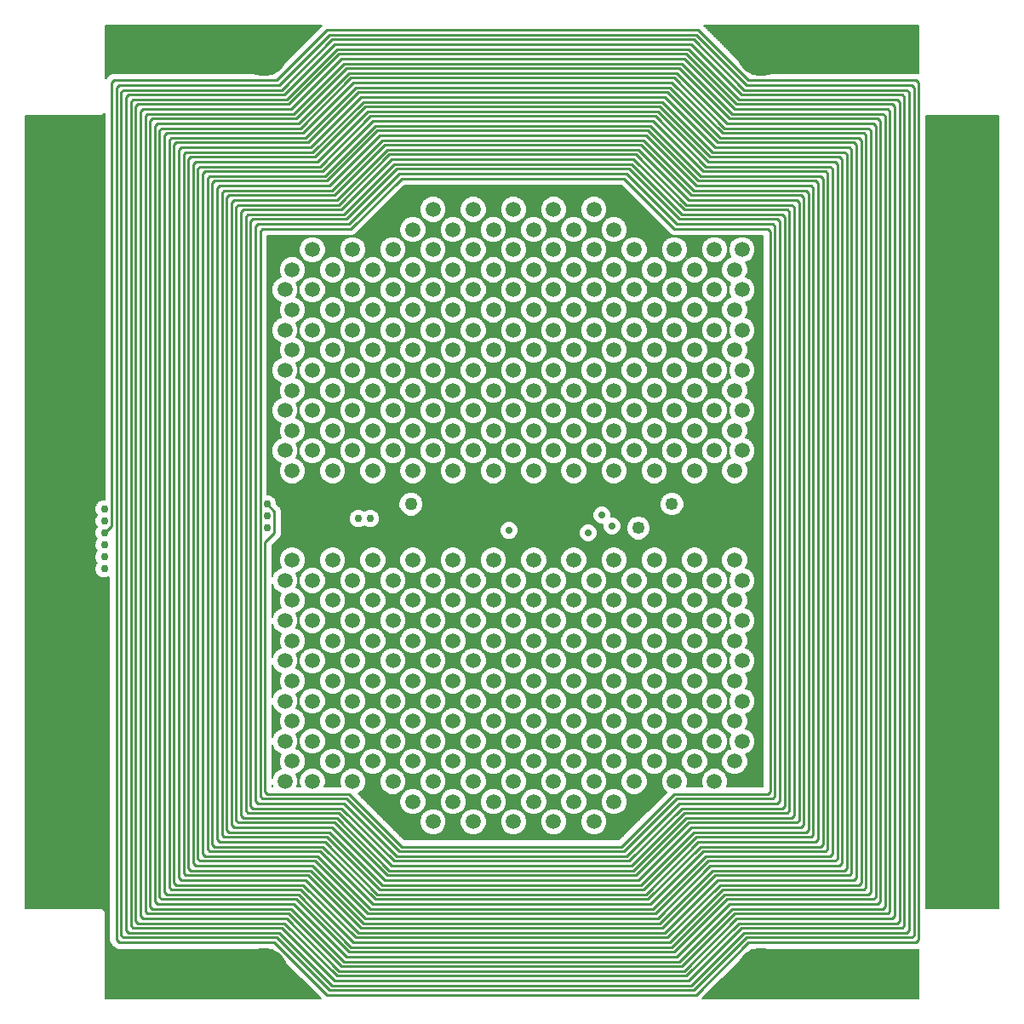
<source format=gbr>
G75*
G70*
%OFA0B0*%
%FSLAX24Y24*%
%IPPOS*%
%LPD*%
%AMOC8*
5,1,8,0,0,1.08239X$1,22.5*
%
%ADD10C,0.1896*%
%ADD11C,0.0594*%
%ADD12C,0.0493*%
%ADD13C,0.0502*%
%ADD14C,0.0108*%
%ADD15C,0.0298*%
%ADD16C,0.0278*%
%ADD17C,0.0396*%
%ADD18C,0.0059*%
D10*
X009751Y001764D03*
X029199Y001764D03*
X029199Y037827D03*
X009751Y037827D03*
D11*
X016365Y031646D03*
X017152Y030858D03*
X016365Y030071D03*
X017152Y029283D03*
X016365Y028496D03*
X017152Y027709D03*
X017940Y028496D03*
X018727Y027709D03*
X019514Y028496D03*
X018727Y029283D03*
X019514Y030071D03*
X018727Y030858D03*
X017940Y030071D03*
X017940Y031646D03*
X019514Y031646D03*
X020302Y030858D03*
X021089Y030071D03*
X020302Y029283D03*
X021089Y028496D03*
X020302Y027709D03*
X021089Y026921D03*
X020302Y026134D03*
X021089Y025346D03*
X020302Y024559D03*
X021089Y023772D03*
X021877Y024559D03*
X022664Y023772D03*
X023451Y024559D03*
X022664Y025346D03*
X023451Y026134D03*
X022664Y026921D03*
X021877Y026134D03*
X021877Y027709D03*
X022664Y028496D03*
X023451Y027709D03*
X024239Y028496D03*
X025026Y027709D03*
X025814Y028496D03*
X026601Y027709D03*
X027388Y028496D03*
X026601Y029283D03*
X027388Y030071D03*
X028176Y029283D03*
X028463Y028496D03*
X028176Y027709D03*
X028463Y026921D03*
X028176Y026134D03*
X028463Y025346D03*
X028176Y024559D03*
X028463Y023772D03*
X028176Y022984D03*
X028463Y022197D03*
X028176Y021409D03*
X027388Y022197D03*
X026601Y022984D03*
X025814Y022197D03*
X026601Y021409D03*
X025026Y021409D03*
X024239Y022197D03*
X025026Y022984D03*
X024239Y023772D03*
X025026Y024559D03*
X024239Y025346D03*
X025026Y026134D03*
X024239Y026921D03*
X025814Y026921D03*
X026601Y026134D03*
X027388Y026921D03*
X027388Y025346D03*
X026601Y024559D03*
X027388Y023772D03*
X025814Y023772D03*
X025814Y025346D03*
X023451Y022984D03*
X022664Y022197D03*
X021877Y022984D03*
X021089Y022197D03*
X020302Y022984D03*
X019514Y022197D03*
X018727Y022984D03*
X017940Y022197D03*
X018727Y021409D03*
X020302Y021409D03*
X021877Y021409D03*
X023451Y021409D03*
X023451Y017906D03*
X022664Y017118D03*
X023451Y016331D03*
X022664Y015543D03*
X023451Y014756D03*
X022664Y013969D03*
X021877Y014756D03*
X021089Y015543D03*
X020302Y014756D03*
X021089Y013969D03*
X020302Y013181D03*
X021089Y012394D03*
X021877Y013181D03*
X022664Y012394D03*
X023451Y013181D03*
X024239Y012394D03*
X025026Y013181D03*
X024239Y013969D03*
X025026Y014756D03*
X024239Y015543D03*
X025026Y016331D03*
X024239Y017118D03*
X025026Y017906D03*
X025814Y017118D03*
X026601Y016331D03*
X027388Y017118D03*
X026601Y017906D03*
X028176Y017906D03*
X028463Y017118D03*
X028176Y016331D03*
X028463Y015543D03*
X028176Y014756D03*
X028463Y013969D03*
X028176Y013181D03*
X028463Y012394D03*
X028176Y011606D03*
X028463Y010819D03*
X028176Y010031D03*
X027388Y009244D03*
X026601Y010031D03*
X025814Y009244D03*
X025026Y010031D03*
X024239Y009244D03*
X023451Y008457D03*
X022664Y009244D03*
X021877Y008457D03*
X022664Y007669D03*
X021089Y007669D03*
X020302Y008457D03*
X021089Y009244D03*
X020302Y010031D03*
X019514Y009244D03*
X018727Y008457D03*
X017940Y009244D03*
X018727Y010031D03*
X019514Y010819D03*
X018727Y011606D03*
X017940Y010819D03*
X017152Y011606D03*
X016365Y010819D03*
X017152Y010031D03*
X016365Y009244D03*
X017152Y008457D03*
X016365Y007669D03*
X015577Y008457D03*
X014790Y009244D03*
X015577Y010031D03*
X014790Y010819D03*
X015577Y011606D03*
X014790Y012394D03*
X015577Y013181D03*
X014790Y013969D03*
X015577Y014756D03*
X014790Y015543D03*
X015577Y016331D03*
X014790Y017118D03*
X015577Y017906D03*
X016365Y017118D03*
X017152Y016331D03*
X017940Y017118D03*
X018727Y016331D03*
X019514Y017118D03*
X018727Y017906D03*
X020302Y017906D03*
X021089Y017118D03*
X020302Y016331D03*
X019514Y015543D03*
X018727Y014756D03*
X017940Y015543D03*
X017152Y014756D03*
X016365Y015543D03*
X016365Y013969D03*
X017152Y013181D03*
X016365Y012394D03*
X017940Y012394D03*
X018727Y013181D03*
X019514Y012394D03*
X020302Y011606D03*
X021089Y010819D03*
X021877Y011606D03*
X022664Y010819D03*
X023451Y011606D03*
X024239Y010819D03*
X025026Y011606D03*
X025814Y010819D03*
X026601Y011606D03*
X027388Y010819D03*
X027388Y012394D03*
X026601Y013181D03*
X025814Y012394D03*
X025814Y013969D03*
X026601Y014756D03*
X027388Y015543D03*
X025814Y015543D03*
X027388Y013969D03*
X023451Y010031D03*
X021877Y010031D03*
X019514Y007669D03*
X017940Y007669D03*
X014003Y010031D03*
X013215Y009244D03*
X012428Y010031D03*
X011640Y009244D03*
X010566Y009244D03*
X010853Y010031D03*
X010566Y010819D03*
X010853Y011606D03*
X010566Y012394D03*
X010853Y013181D03*
X010566Y013969D03*
X010853Y014756D03*
X010566Y015543D03*
X010853Y016331D03*
X010566Y017118D03*
X010853Y017906D03*
X011640Y017118D03*
X012428Y016331D03*
X013215Y017118D03*
X012428Y017906D03*
X014003Y017906D03*
X014003Y016331D03*
X013215Y015543D03*
X012428Y014756D03*
X013215Y013969D03*
X014003Y014756D03*
X014003Y013181D03*
X013215Y012394D03*
X012428Y013181D03*
X011640Y012394D03*
X012428Y011606D03*
X013215Y010819D03*
X014003Y011606D03*
X011640Y010819D03*
X011640Y013969D03*
X011640Y015543D03*
X010853Y021409D03*
X010566Y022197D03*
X010853Y022984D03*
X010566Y023772D03*
X010853Y024559D03*
X010566Y025346D03*
X010853Y026134D03*
X010566Y026921D03*
X010853Y027709D03*
X010566Y028496D03*
X010853Y029283D03*
X011640Y028496D03*
X012428Y027709D03*
X013215Y028496D03*
X012428Y029283D03*
X013215Y030071D03*
X014003Y029283D03*
X014790Y028496D03*
X015577Y027709D03*
X014790Y026921D03*
X015577Y026134D03*
X014790Y025346D03*
X015577Y024559D03*
X014790Y023772D03*
X015577Y022984D03*
X014790Y022197D03*
X015577Y021409D03*
X016365Y022197D03*
X017152Y022984D03*
X016365Y023772D03*
X017152Y024559D03*
X016365Y025346D03*
X017152Y026134D03*
X016365Y026921D03*
X017940Y026921D03*
X018727Y026134D03*
X019514Y026921D03*
X019514Y025346D03*
X018727Y024559D03*
X019514Y023772D03*
X017940Y023772D03*
X017940Y025346D03*
X017152Y021409D03*
X014003Y021409D03*
X013215Y022197D03*
X012428Y022984D03*
X013215Y023772D03*
X012428Y024559D03*
X013215Y025346D03*
X014003Y024559D03*
X014003Y022984D03*
X012428Y021409D03*
X011640Y022197D03*
X011640Y023772D03*
X011640Y025346D03*
X012428Y026134D03*
X013215Y026921D03*
X014003Y026134D03*
X014003Y027709D03*
X015577Y029283D03*
X014790Y030071D03*
X015577Y030858D03*
X011640Y030071D03*
X011640Y026921D03*
X017152Y017906D03*
X017940Y013969D03*
X019514Y013969D03*
X021877Y016331D03*
X021877Y017906D03*
X021877Y029283D03*
X022664Y030071D03*
X023451Y030858D03*
X022664Y031646D03*
X021877Y030858D03*
X021089Y031646D03*
X023451Y029283D03*
X024239Y030071D03*
X025026Y029283D03*
X025814Y030071D03*
X028463Y030071D03*
D12*
X025722Y020104D03*
X024409Y019166D03*
D13*
X015500Y020104D03*
D14*
X010155Y019823D02*
X010155Y018979D01*
X009780Y018603D01*
X009780Y008850D01*
X009873Y008757D01*
X013062Y008757D01*
X015125Y006693D01*
X023753Y006693D01*
X025816Y008757D01*
X029473Y008757D01*
X029567Y008850D01*
X029567Y030795D01*
X029473Y030889D01*
X025816Y030889D01*
X023847Y032858D01*
X015125Y032858D01*
X013156Y030889D01*
X009686Y030889D01*
X009592Y030795D01*
X009592Y008663D01*
X009686Y008569D01*
X012968Y008569D01*
X015031Y006506D01*
X023847Y006506D01*
X025910Y008569D01*
X029661Y008569D01*
X029755Y008663D01*
X029755Y030982D01*
X029661Y031076D01*
X025910Y031076D01*
X023940Y033045D01*
X015031Y033045D01*
X013062Y031076D01*
X009498Y031076D01*
X009405Y030982D01*
X009405Y008475D01*
X009498Y008381D01*
X012874Y008381D01*
X014938Y006318D01*
X023940Y006318D01*
X026004Y008381D01*
X029849Y008381D01*
X029942Y008475D01*
X029942Y031170D01*
X029849Y031264D01*
X026004Y031264D01*
X024034Y033233D01*
X014938Y033233D01*
X012968Y031264D01*
X009311Y031264D01*
X009217Y031170D01*
X009217Y008288D01*
X009311Y008194D01*
X012781Y008194D01*
X014844Y006131D01*
X024034Y006131D01*
X026097Y008194D01*
X030036Y008194D01*
X030130Y008288D01*
X030130Y031357D01*
X030036Y031451D01*
X026097Y031451D01*
X024128Y033421D01*
X014844Y033421D01*
X012874Y031451D01*
X009123Y031451D01*
X009029Y031357D01*
X009029Y008100D01*
X009123Y008006D01*
X012687Y008006D01*
X014750Y005943D01*
X024128Y005943D01*
X026191Y008006D01*
X030224Y008006D01*
X030317Y008100D01*
X030317Y031545D01*
X030224Y031639D01*
X026191Y031639D01*
X024222Y033608D01*
X014750Y033608D01*
X012781Y031639D01*
X008936Y031639D01*
X008842Y031545D01*
X008842Y007913D01*
X008936Y007819D01*
X012593Y007819D01*
X014656Y005756D01*
X024222Y005756D01*
X026285Y007819D01*
X030411Y007819D01*
X030505Y007913D01*
X030505Y031733D01*
X030411Y031826D01*
X026285Y031826D01*
X024316Y033796D01*
X014656Y033796D01*
X012687Y031826D01*
X008748Y031826D01*
X008654Y031733D01*
X008654Y007725D01*
X008748Y007631D01*
X012499Y007631D01*
X014562Y005568D01*
X024316Y005568D01*
X026379Y007631D01*
X030599Y007631D01*
X030693Y007725D01*
X030693Y031920D01*
X030599Y032014D01*
X026379Y032014D01*
X024409Y033983D01*
X014562Y033983D01*
X012593Y032014D01*
X008561Y032014D01*
X008467Y031920D01*
X008467Y007537D01*
X008561Y007444D01*
X012406Y007444D01*
X014469Y005380D01*
X024409Y005380D01*
X026472Y007444D01*
X030786Y007444D01*
X030880Y007537D01*
X030880Y032108D01*
X030786Y032201D01*
X026472Y032201D01*
X024503Y034171D01*
X014469Y034171D01*
X012499Y032201D01*
X008373Y032201D01*
X008279Y032108D01*
X008279Y007350D01*
X008373Y007256D01*
X012312Y007256D01*
X014375Y005193D01*
X024503Y005193D01*
X026566Y007256D01*
X030974Y007256D01*
X031068Y007350D01*
X031068Y032295D01*
X030974Y032389D01*
X026566Y032389D01*
X024597Y034358D01*
X014375Y034358D01*
X012406Y032389D01*
X008185Y032389D01*
X008092Y032295D01*
X008092Y007162D01*
X008185Y007069D01*
X012218Y007069D01*
X014281Y005005D01*
X024597Y005005D01*
X026660Y007069D01*
X031161Y007069D01*
X031255Y007162D01*
X031255Y032483D01*
X031161Y032577D01*
X026660Y032577D01*
X024691Y034546D01*
X014281Y034546D01*
X012312Y032577D01*
X007998Y032577D01*
X007904Y032483D01*
X007904Y006975D01*
X007998Y006881D01*
X012124Y006881D01*
X014187Y004818D01*
X024691Y004818D01*
X026754Y006881D01*
X031349Y006881D01*
X031443Y006975D01*
X031443Y032670D01*
X031349Y032764D01*
X026754Y032764D01*
X024784Y034733D01*
X014187Y034733D01*
X012218Y032764D01*
X007810Y032764D01*
X007717Y032670D01*
X007717Y006787D01*
X007810Y006693D01*
X012030Y006693D01*
X014094Y004630D01*
X024784Y004630D01*
X026848Y006693D01*
X031537Y006693D01*
X031630Y006787D01*
X031630Y032858D01*
X031537Y032952D01*
X026848Y032952D01*
X024878Y034921D01*
X014094Y034921D01*
X012124Y032952D01*
X007623Y032952D01*
X007529Y032858D01*
X007529Y006600D01*
X007623Y006506D01*
X011937Y006506D01*
X014000Y004443D01*
X024878Y004443D01*
X026941Y006506D01*
X031724Y006506D01*
X031818Y006600D01*
X031818Y033045D01*
X031724Y033139D01*
X026941Y033139D01*
X024972Y035109D01*
X014000Y035109D01*
X012030Y033139D01*
X007435Y033139D01*
X007341Y033045D01*
X007341Y006412D01*
X007435Y006318D01*
X011843Y006318D01*
X013906Y004255D01*
X024972Y004255D01*
X027035Y006318D01*
X031912Y006318D01*
X032005Y006412D01*
X032005Y033233D01*
X031912Y033327D01*
X027035Y033327D01*
X025066Y035296D01*
X013906Y035296D01*
X011937Y033327D01*
X007248Y033327D01*
X007154Y033233D01*
X007154Y006224D01*
X007248Y006131D01*
X011749Y006131D01*
X013812Y004068D01*
X025066Y004068D01*
X027129Y006131D01*
X032099Y006131D01*
X032193Y006224D01*
X032193Y033421D01*
X032099Y033514D01*
X027129Y033514D01*
X025160Y035484D01*
X013812Y035484D01*
X011843Y033514D01*
X007060Y033514D01*
X006966Y033421D01*
X006966Y006037D01*
X007060Y005943D01*
X011655Y005943D01*
X013718Y003880D01*
X025160Y003880D01*
X027223Y005943D01*
X032287Y005943D01*
X032381Y006037D01*
X032381Y033608D01*
X032287Y033702D01*
X027223Y033702D01*
X025253Y035671D01*
X013718Y035671D01*
X011749Y033702D01*
X006873Y033702D01*
X006779Y033608D01*
X006779Y005849D01*
X006873Y005756D01*
X011561Y005756D01*
X013625Y003692D01*
X025253Y003692D01*
X027316Y005756D01*
X032474Y005756D01*
X032568Y005849D01*
X032568Y033796D01*
X032474Y033889D01*
X027316Y033889D01*
X025347Y035859D01*
X013625Y035859D01*
X011655Y033889D01*
X006685Y033889D01*
X006591Y033796D01*
X006591Y005662D01*
X006685Y005568D01*
X011468Y005568D01*
X013531Y003505D01*
X025347Y003505D01*
X027410Y005568D01*
X032662Y005568D01*
X032756Y005662D01*
X032756Y033983D01*
X032662Y034077D01*
X027410Y034077D01*
X025441Y036046D01*
X013531Y036046D01*
X011561Y034077D01*
X006497Y034077D01*
X006404Y033983D01*
X006404Y005474D01*
X006497Y005380D01*
X011374Y005380D01*
X013437Y003317D01*
X025441Y003317D01*
X027504Y005380D01*
X032849Y005380D01*
X032943Y005474D01*
X032943Y034171D01*
X032849Y034265D01*
X027504Y034265D01*
X025535Y036234D01*
X013437Y036234D01*
X011468Y034265D01*
X006310Y034265D01*
X006216Y034171D01*
X006216Y005287D01*
X006310Y005193D01*
X011280Y005193D01*
X013343Y003130D01*
X025535Y003130D01*
X027598Y005193D01*
X033037Y005193D01*
X033131Y005287D01*
X033131Y034358D01*
X033037Y034452D01*
X027598Y034452D01*
X025628Y036421D01*
X013343Y036421D01*
X011374Y034452D01*
X006122Y034452D01*
X006029Y034358D01*
X006029Y005099D01*
X006122Y005005D01*
X011186Y005005D01*
X013250Y002942D01*
X025628Y002942D01*
X027692Y005005D01*
X033225Y005005D01*
X033318Y005099D01*
X033318Y034546D01*
X033225Y034640D01*
X027692Y034640D01*
X025722Y036609D01*
X013250Y036609D01*
X011280Y034640D01*
X005935Y034640D01*
X005841Y034546D01*
X005841Y004912D01*
X005935Y004818D01*
X011093Y004818D01*
X013156Y002755D01*
X025722Y002755D01*
X027785Y004818D01*
X033412Y004818D01*
X033506Y004912D01*
X033506Y034733D01*
X033412Y034827D01*
X027785Y034827D01*
X025816Y036797D01*
X013156Y036797D01*
X011186Y034827D01*
X005747Y034827D01*
X005653Y034733D01*
X005653Y004724D01*
X005747Y004630D01*
X010999Y004630D01*
X013062Y002567D01*
X025816Y002567D01*
X027879Y004630D01*
X033600Y004630D01*
X033693Y004724D01*
X033693Y034921D01*
X033600Y035015D01*
X027879Y035015D01*
X025910Y036984D01*
X013062Y036984D01*
X011093Y035015D01*
X005560Y035015D01*
X005466Y034921D01*
X005466Y004536D01*
X005560Y004443D01*
X010905Y004443D01*
X012968Y002380D01*
X025910Y002380D01*
X027973Y004443D01*
X033787Y004443D01*
X033881Y004536D01*
X033881Y035109D01*
X033787Y035202D01*
X027973Y035202D01*
X026004Y037172D01*
X012968Y037172D01*
X010999Y035202D01*
X005372Y035202D01*
X005278Y035109D01*
X005278Y004349D01*
X005372Y004255D01*
X010811Y004255D01*
X012874Y002192D01*
X026004Y002192D01*
X028067Y004255D01*
X033975Y004255D01*
X034069Y004349D01*
X034069Y035296D01*
X033975Y035390D01*
X028067Y035390D01*
X026097Y037359D01*
X012874Y037359D01*
X010905Y035390D01*
X005184Y035390D01*
X005091Y035296D01*
X005091Y004161D01*
X005184Y004068D01*
X010717Y004068D01*
X012781Y002004D01*
X026097Y002004D01*
X028160Y004068D01*
X034162Y004068D01*
X034256Y004161D01*
X034256Y035484D01*
X034162Y035577D01*
X028160Y035577D01*
X026191Y037547D01*
X012781Y037547D01*
X010811Y035577D01*
X004997Y035577D01*
X004903Y035484D01*
X004903Y003974D01*
X004997Y003880D01*
X010624Y003880D01*
X012687Y001817D01*
X026191Y001817D01*
X028254Y003880D01*
X034350Y003880D01*
X034444Y003974D01*
X034444Y035671D01*
X034350Y035765D01*
X028254Y035765D01*
X026285Y037734D01*
X012687Y037734D01*
X010717Y035765D01*
X004809Y035765D01*
X004716Y035671D01*
X004716Y003786D01*
X004809Y003692D01*
X010530Y003692D01*
X012593Y001629D01*
X026285Y001629D01*
X028348Y003692D01*
X034537Y003692D01*
X034631Y003786D01*
X034631Y035859D01*
X034537Y035953D01*
X028348Y035953D01*
X026379Y037922D01*
X012593Y037922D01*
X010624Y035953D01*
X004622Y035953D01*
X004528Y035859D01*
X004528Y003599D01*
X004622Y003505D01*
X010436Y003505D01*
X012499Y001442D01*
X026379Y001442D01*
X028442Y003505D01*
X034725Y003505D01*
X034819Y003599D01*
X034819Y036046D01*
X034725Y036140D01*
X028442Y036140D01*
X026472Y038110D01*
X012499Y038110D01*
X010530Y036140D01*
X004434Y036140D01*
X004340Y036046D01*
X004340Y003411D01*
X004434Y003317D01*
X010342Y003317D01*
X012406Y001254D01*
X026472Y001254D01*
X028536Y003317D01*
X034913Y003317D01*
X035006Y003411D01*
X035006Y036234D01*
X034913Y036328D01*
X028536Y036328D01*
X026566Y038297D01*
X012406Y038297D01*
X010436Y036328D01*
X004247Y036328D01*
X004153Y036234D01*
X004153Y003224D01*
X004247Y003130D01*
X010249Y003130D01*
X012312Y001067D01*
X026566Y001067D01*
X028629Y003130D01*
X035100Y003130D01*
X035194Y003224D01*
X035194Y036421D01*
X035100Y036515D01*
X028629Y036515D01*
X026660Y038485D01*
X012312Y038485D01*
X010342Y036515D01*
X004059Y036515D01*
X003965Y036421D01*
X003965Y003036D01*
X004059Y002942D01*
X010155Y002942D01*
X012218Y000879D01*
X026660Y000879D01*
X028723Y002942D01*
X035288Y002942D01*
X035381Y003036D01*
X035381Y036609D01*
X035288Y036703D01*
X028723Y036703D01*
X026754Y038672D01*
X012218Y038672D01*
X010249Y036703D01*
X003872Y036703D01*
X003778Y036609D01*
X003778Y019260D01*
X003496Y018979D01*
X009873Y020104D02*
X010155Y019823D01*
D15*
X009873Y019635D03*
X009873Y020104D03*
X009873Y019166D03*
X013437Y019541D03*
X013906Y019541D03*
X003496Y019447D03*
X003496Y018979D03*
X003496Y018510D03*
X003496Y018041D03*
X003496Y017572D03*
X003496Y019916D03*
D16*
X019345Y019072D03*
X022440Y018979D03*
X022979Y019677D03*
X023373Y019244D03*
D17*
X037077Y017256D03*
X037073Y011886D03*
X037073Y006331D03*
X027703Y000937D03*
X011168Y000937D03*
X001743Y006472D03*
X001695Y011839D03*
X001695Y017717D03*
X001695Y023457D03*
X001695Y028402D03*
X001652Y033303D03*
X011207Y038575D03*
X027743Y038535D03*
X036983Y033398D03*
X037030Y028126D03*
X037125Y023039D03*
D18*
X011971Y000730D02*
X003541Y000730D01*
X003541Y004141D01*
X003408Y004274D01*
X003221Y004274D01*
X000391Y004274D01*
X000391Y035317D01*
X003408Y035317D01*
X003498Y035406D01*
X003498Y020292D01*
X003422Y020292D01*
X003284Y020234D01*
X003178Y020129D01*
X003121Y019991D01*
X003121Y019842D01*
X003178Y019704D01*
X003200Y019682D01*
X003178Y019660D01*
X003121Y019522D01*
X003121Y019373D01*
X003178Y019235D01*
X003200Y019213D01*
X003178Y019191D01*
X003121Y019053D01*
X003121Y018904D01*
X003178Y018766D01*
X003200Y018744D01*
X003178Y018722D01*
X003121Y018584D01*
X003121Y018435D01*
X003178Y018297D01*
X003200Y018275D01*
X003178Y018253D01*
X003121Y018115D01*
X003121Y017966D01*
X003178Y017828D01*
X003200Y017806D01*
X003178Y017784D01*
X003121Y017646D01*
X003121Y017497D01*
X003178Y017359D01*
X003284Y017254D01*
X003422Y017197D01*
X003571Y017197D01*
X003685Y017244D01*
X003685Y003092D01*
X003685Y002980D01*
X003728Y002877D01*
X003822Y002784D01*
X003822Y002784D01*
X003900Y002705D01*
X004003Y002662D01*
X010039Y002662D01*
X011971Y000730D01*
X011966Y000734D02*
X003541Y000734D01*
X003541Y000792D02*
X011909Y000792D01*
X011851Y000850D02*
X003541Y000850D01*
X003541Y000907D02*
X011794Y000907D01*
X011736Y000965D02*
X003541Y000965D01*
X003541Y001022D02*
X011678Y001022D01*
X011621Y001080D02*
X003541Y001080D01*
X003541Y001138D02*
X011563Y001138D01*
X011506Y001195D02*
X003541Y001195D01*
X003541Y001253D02*
X011448Y001253D01*
X011390Y001310D02*
X003541Y001310D01*
X003541Y001368D02*
X011333Y001368D01*
X011275Y001426D02*
X003541Y001426D01*
X003541Y001483D02*
X011218Y001483D01*
X011160Y001541D02*
X003541Y001541D01*
X003541Y001598D02*
X011102Y001598D01*
X011045Y001656D02*
X003541Y001656D01*
X003541Y001714D02*
X010987Y001714D01*
X010930Y001771D02*
X003541Y001771D01*
X003541Y001829D02*
X010872Y001829D01*
X010814Y001886D02*
X003541Y001886D01*
X003541Y001944D02*
X010757Y001944D01*
X010699Y002001D02*
X003541Y002001D01*
X003541Y002059D02*
X010642Y002059D01*
X010584Y002117D02*
X003541Y002117D01*
X003541Y002174D02*
X010526Y002174D01*
X010469Y002232D02*
X003541Y002232D01*
X003541Y002289D02*
X010411Y002289D01*
X010354Y002347D02*
X003541Y002347D01*
X003541Y002405D02*
X010296Y002405D01*
X010239Y002462D02*
X003541Y002462D01*
X003541Y002520D02*
X010181Y002520D01*
X010123Y002577D02*
X003541Y002577D01*
X003541Y002635D02*
X010066Y002635D01*
X014741Y007473D02*
X015880Y007473D01*
X015903Y007416D02*
X014799Y007416D01*
X014856Y007358D02*
X015936Y007358D01*
X015921Y007373D02*
X016068Y007226D01*
X016261Y007146D01*
X016469Y007146D01*
X016661Y007226D01*
X016808Y007373D01*
X016888Y007565D01*
X016888Y007773D01*
X016808Y007966D01*
X016661Y008113D01*
X016469Y008192D01*
X016261Y008192D01*
X016068Y008113D01*
X015921Y007966D01*
X015841Y007773D01*
X015841Y007565D01*
X015921Y007373D01*
X015993Y007301D02*
X014914Y007301D01*
X014972Y007243D02*
X016051Y007243D01*
X016166Y007185D02*
X015029Y007185D01*
X015087Y007128D02*
X023791Y007128D01*
X023849Y007185D02*
X022863Y007185D01*
X022768Y007146D02*
X022960Y007226D01*
X023107Y007373D01*
X023187Y007565D01*
X023187Y007773D01*
X023107Y007966D01*
X022960Y008113D01*
X022768Y008192D01*
X022560Y008192D01*
X022368Y008113D01*
X022220Y007966D01*
X022141Y007773D01*
X022141Y007565D01*
X022220Y007373D01*
X022368Y007226D01*
X022560Y007146D01*
X022768Y007146D01*
X022978Y007243D02*
X023906Y007243D01*
X023964Y007301D02*
X023035Y007301D01*
X023093Y007358D02*
X024021Y007358D01*
X024079Y007416D02*
X023125Y007416D01*
X023149Y007473D02*
X024137Y007473D01*
X024194Y007531D02*
X023173Y007531D01*
X023187Y007589D02*
X024252Y007589D01*
X024309Y007646D02*
X023187Y007646D01*
X023187Y007704D02*
X024367Y007704D01*
X024425Y007761D02*
X023187Y007761D01*
X023168Y007819D02*
X024482Y007819D01*
X024540Y007877D02*
X023144Y007877D01*
X023121Y007934D02*
X023346Y007934D01*
X023347Y007933D02*
X023555Y007933D01*
X023748Y008013D01*
X023895Y008160D01*
X023975Y008353D01*
X023975Y008561D01*
X023895Y008753D01*
X023748Y008900D01*
X023555Y008980D01*
X023347Y008980D01*
X023155Y008900D01*
X023008Y008753D01*
X022928Y008561D01*
X022928Y008353D01*
X023008Y008160D01*
X023155Y008013D01*
X023347Y007933D01*
X023207Y007992D02*
X023081Y007992D01*
X023119Y008049D02*
X023024Y008049D01*
X023061Y008107D02*
X022966Y008107D01*
X023006Y008165D02*
X022836Y008165D01*
X022982Y008222D02*
X022346Y008222D01*
X022370Y008280D02*
X022958Y008280D01*
X022934Y008337D02*
X022393Y008337D01*
X022400Y008353D02*
X022320Y008160D01*
X022173Y008013D01*
X021981Y007933D01*
X021772Y007933D01*
X021580Y008013D01*
X021433Y008160D01*
X021353Y008353D01*
X021353Y008561D01*
X021433Y008753D01*
X021580Y008900D01*
X021772Y008980D01*
X021981Y008980D01*
X022173Y008900D01*
X022320Y008753D01*
X022400Y008561D01*
X022400Y008353D01*
X022400Y008395D02*
X022928Y008395D01*
X022928Y008453D02*
X022400Y008453D01*
X022400Y008510D02*
X022928Y008510D01*
X022931Y008568D02*
X022397Y008568D01*
X022373Y008625D02*
X022955Y008625D01*
X022979Y008683D02*
X022349Y008683D01*
X022325Y008741D02*
X022512Y008741D01*
X022560Y008721D02*
X022768Y008721D01*
X022960Y008801D01*
X023107Y008948D01*
X023187Y009140D01*
X023187Y009348D01*
X023107Y009540D01*
X022960Y009688D01*
X022768Y009767D01*
X022560Y009767D01*
X022368Y009688D01*
X022220Y009540D01*
X022141Y009348D01*
X022141Y009140D01*
X022220Y008948D01*
X022368Y008801D01*
X022560Y008721D01*
X022373Y008798D02*
X022275Y008798D01*
X022312Y008856D02*
X022217Y008856D01*
X022255Y008913D02*
X022141Y008913D01*
X022211Y008971D02*
X022002Y008971D01*
X022187Y009029D02*
X021566Y009029D01*
X021590Y009086D02*
X022163Y009086D01*
X022141Y009144D02*
X021612Y009144D01*
X021612Y009140D02*
X021533Y008948D01*
X021386Y008801D01*
X021193Y008721D01*
X020985Y008721D01*
X020793Y008801D01*
X020646Y008948D01*
X020566Y009140D01*
X020566Y009348D01*
X020646Y009540D01*
X020793Y009688D01*
X020985Y009767D01*
X021193Y009767D01*
X021386Y009688D01*
X021533Y009540D01*
X021612Y009348D01*
X021612Y009140D01*
X021612Y009201D02*
X022141Y009201D01*
X022141Y009259D02*
X021612Y009259D01*
X021612Y009316D02*
X022141Y009316D01*
X022151Y009374D02*
X021602Y009374D01*
X021578Y009432D02*
X022175Y009432D01*
X022199Y009489D02*
X021554Y009489D01*
X021526Y009547D02*
X021679Y009547D01*
X021772Y009508D02*
X021981Y009508D01*
X022173Y009588D01*
X022320Y009735D01*
X022400Y009927D01*
X022400Y010136D01*
X022320Y010328D01*
X022173Y010475D01*
X021981Y010555D01*
X021772Y010555D01*
X021580Y010475D01*
X021433Y010328D01*
X021353Y010136D01*
X021353Y009927D01*
X021433Y009735D01*
X021580Y009588D01*
X021772Y009508D01*
X021564Y009604D02*
X021469Y009604D01*
X021506Y009662D02*
X021411Y009662D01*
X021448Y009720D02*
X021308Y009720D01*
X021415Y009777D02*
X020763Y009777D01*
X020745Y009735D02*
X020825Y009927D01*
X020825Y010136D01*
X020745Y010328D01*
X020598Y010475D01*
X020406Y010555D01*
X020198Y010555D01*
X020005Y010475D01*
X019858Y010328D01*
X019779Y010136D01*
X019779Y009927D01*
X019858Y009735D01*
X020005Y009588D01*
X020198Y009508D01*
X020406Y009508D01*
X020598Y009588D01*
X020745Y009735D01*
X020730Y009720D02*
X020870Y009720D01*
X020767Y009662D02*
X020672Y009662D01*
X020710Y009604D02*
X020615Y009604D01*
X020652Y009547D02*
X020499Y009547D01*
X020624Y009489D02*
X019979Y009489D01*
X019958Y009540D02*
X019811Y009688D01*
X019618Y009767D01*
X019410Y009767D01*
X019218Y009688D01*
X019071Y009540D01*
X018991Y009348D01*
X018991Y009140D01*
X019071Y008948D01*
X019218Y008801D01*
X019410Y008721D01*
X019618Y008721D01*
X019811Y008801D01*
X019958Y008948D01*
X020038Y009140D01*
X020038Y009348D01*
X019958Y009540D01*
X019951Y009547D02*
X020104Y009547D01*
X019989Y009604D02*
X019894Y009604D01*
X019931Y009662D02*
X019836Y009662D01*
X019874Y009720D02*
X019733Y009720D01*
X019841Y009777D02*
X019188Y009777D01*
X019170Y009735D02*
X019250Y009927D01*
X019250Y010136D01*
X019170Y010328D01*
X019023Y010475D01*
X018831Y010555D01*
X018623Y010555D01*
X018431Y010475D01*
X018283Y010328D01*
X018204Y010136D01*
X018204Y009927D01*
X018283Y009735D01*
X018431Y009588D01*
X018623Y009508D01*
X018831Y009508D01*
X019023Y009588D01*
X019170Y009735D01*
X019155Y009720D02*
X019295Y009720D01*
X019192Y009662D02*
X019097Y009662D01*
X019135Y009604D02*
X019040Y009604D01*
X019077Y009547D02*
X018924Y009547D01*
X019050Y009489D02*
X018404Y009489D01*
X018383Y009540D02*
X018236Y009688D01*
X018044Y009767D01*
X017835Y009767D01*
X017643Y009688D01*
X017496Y009540D01*
X017416Y009348D01*
X017416Y009140D01*
X017496Y008948D01*
X017643Y008801D01*
X017835Y008721D01*
X018044Y008721D01*
X018236Y008801D01*
X018383Y008948D01*
X018463Y009140D01*
X018463Y009348D01*
X018383Y009540D01*
X018377Y009547D02*
X018530Y009547D01*
X018414Y009604D02*
X018319Y009604D01*
X018356Y009662D02*
X018261Y009662D01*
X018299Y009720D02*
X018159Y009720D01*
X018266Y009777D02*
X017613Y009777D01*
X017596Y009735D02*
X017675Y009927D01*
X017675Y010136D01*
X017596Y010328D01*
X017449Y010475D01*
X017256Y010555D01*
X017048Y010555D01*
X016856Y010475D01*
X016709Y010328D01*
X016629Y010136D01*
X016629Y009927D01*
X016709Y009735D01*
X016856Y009588D01*
X017048Y009508D01*
X017256Y009508D01*
X017449Y009588D01*
X017596Y009735D01*
X017580Y009720D02*
X017721Y009720D01*
X017618Y009662D02*
X017523Y009662D01*
X017560Y009604D02*
X017465Y009604D01*
X017502Y009547D02*
X017349Y009547D01*
X017475Y009489D02*
X016829Y009489D01*
X016808Y009540D02*
X016661Y009688D01*
X016469Y009767D01*
X016261Y009767D01*
X016068Y009688D01*
X015921Y009540D01*
X015841Y009348D01*
X015841Y009140D01*
X015921Y008948D01*
X016068Y008801D01*
X016261Y008721D01*
X016469Y008721D01*
X016661Y008801D01*
X016808Y008948D01*
X016888Y009140D01*
X016888Y009348D01*
X016808Y009540D01*
X016802Y009547D02*
X016955Y009547D01*
X016839Y009604D02*
X016744Y009604D01*
X016782Y009662D02*
X016687Y009662D01*
X016724Y009720D02*
X016584Y009720D01*
X016691Y009777D02*
X016038Y009777D01*
X016021Y009735D02*
X016101Y009927D01*
X016101Y010136D01*
X016021Y010328D01*
X015874Y010475D01*
X015681Y010555D01*
X015473Y010555D01*
X015281Y010475D01*
X015134Y010328D01*
X015054Y010136D01*
X015054Y009927D01*
X015134Y009735D01*
X015281Y009588D01*
X015473Y009508D01*
X015681Y009508D01*
X015874Y009588D01*
X016021Y009735D01*
X016005Y009720D02*
X016146Y009720D01*
X016043Y009662D02*
X015948Y009662D01*
X015985Y009604D02*
X015890Y009604D01*
X015928Y009547D02*
X015775Y009547D01*
X015900Y009489D02*
X015255Y009489D01*
X015233Y009540D02*
X015086Y009688D01*
X014894Y009767D01*
X014686Y009767D01*
X014494Y009688D01*
X014346Y009540D01*
X014267Y009348D01*
X014267Y009140D01*
X014346Y008948D01*
X014494Y008801D01*
X014686Y008721D01*
X014894Y008721D01*
X015086Y008801D01*
X015233Y008948D01*
X015313Y009140D01*
X015313Y009348D01*
X015233Y009540D01*
X015227Y009547D02*
X015380Y009547D01*
X015264Y009604D02*
X015169Y009604D01*
X015207Y009662D02*
X015112Y009662D01*
X015149Y009720D02*
X015009Y009720D01*
X015116Y009777D02*
X014464Y009777D01*
X014446Y009735D02*
X014526Y009927D01*
X014526Y010136D01*
X014446Y010328D01*
X014299Y010475D01*
X014107Y010555D01*
X013898Y010555D01*
X013706Y010475D01*
X013559Y010328D01*
X013479Y010136D01*
X013479Y009927D01*
X013559Y009735D01*
X013706Y009588D01*
X013898Y009508D01*
X014107Y009508D01*
X014299Y009588D01*
X014446Y009735D01*
X014431Y009720D02*
X014571Y009720D01*
X014468Y009662D02*
X014373Y009662D01*
X014410Y009604D02*
X014315Y009604D01*
X014353Y009547D02*
X014200Y009547D01*
X014325Y009489D02*
X013680Y009489D01*
X013659Y009540D02*
X013511Y009688D01*
X013319Y009767D01*
X013111Y009767D01*
X012919Y009688D01*
X012772Y009540D01*
X012692Y009348D01*
X012692Y009140D01*
X012735Y009037D01*
X012121Y009037D01*
X012164Y009140D01*
X012164Y009348D01*
X012084Y009540D01*
X011937Y009688D01*
X011744Y009767D01*
X011536Y009767D01*
X011344Y009688D01*
X011197Y009540D01*
X011117Y009348D01*
X011117Y009140D01*
X011160Y009037D01*
X011046Y009037D01*
X011089Y009140D01*
X011089Y009348D01*
X011013Y009531D01*
X011149Y009588D01*
X011296Y009735D01*
X011376Y009927D01*
X011376Y010136D01*
X011296Y010328D01*
X011149Y010475D01*
X011013Y010532D01*
X011089Y010715D01*
X011089Y010923D01*
X011013Y011106D01*
X011149Y011163D01*
X011296Y011310D01*
X011376Y011502D01*
X011376Y011710D01*
X011296Y011903D01*
X011149Y012050D01*
X011013Y012106D01*
X011089Y012290D01*
X011089Y012498D01*
X011013Y012681D01*
X011149Y012738D01*
X011296Y012885D01*
X011376Y013077D01*
X011376Y013285D01*
X011296Y013477D01*
X011149Y013625D01*
X011013Y013681D01*
X011089Y013864D01*
X011089Y014073D01*
X011013Y014256D01*
X011149Y014312D01*
X011296Y014459D01*
X011376Y014652D01*
X011376Y014860D01*
X011296Y015052D01*
X011149Y015199D01*
X011013Y015256D01*
X011089Y015439D01*
X011089Y015647D01*
X011013Y015831D01*
X011149Y015887D01*
X011296Y016034D01*
X011376Y016227D01*
X011376Y016435D01*
X011296Y016627D01*
X011149Y016774D01*
X011013Y016831D01*
X011089Y017014D01*
X011089Y017222D01*
X011013Y017405D01*
X011149Y017462D01*
X011296Y017609D01*
X011376Y017801D01*
X011376Y018010D01*
X011296Y018202D01*
X011149Y018349D01*
X010957Y018429D01*
X010749Y018429D01*
X010556Y018349D01*
X010409Y018202D01*
X010330Y018010D01*
X010330Y017801D01*
X010406Y017618D01*
X010269Y017562D01*
X010122Y017414D01*
X010060Y017264D01*
X010060Y018487D01*
X010392Y018820D01*
X010435Y018923D01*
X010435Y019034D01*
X010435Y019878D01*
X010392Y019981D01*
X010313Y020060D01*
X010249Y020125D01*
X010249Y020179D01*
X010192Y020316D01*
X010086Y020422D01*
X009948Y020479D01*
X009872Y020479D01*
X009872Y030608D01*
X013211Y030608D01*
X013314Y030651D01*
X013393Y030730D01*
X015241Y032578D01*
X023731Y032578D01*
X025657Y030651D01*
X025760Y030608D01*
X025872Y030608D01*
X029287Y030608D01*
X029287Y009037D01*
X027869Y009037D01*
X027912Y009140D01*
X027912Y009348D01*
X027832Y009540D01*
X027685Y009688D01*
X027492Y009767D01*
X027284Y009767D01*
X027092Y009688D01*
X026945Y009540D01*
X026865Y009348D01*
X026865Y009140D01*
X026908Y009037D01*
X026294Y009037D01*
X026337Y009140D01*
X026337Y009348D01*
X026257Y009540D01*
X026110Y009688D01*
X025918Y009767D01*
X025709Y009767D01*
X025517Y009688D01*
X025370Y009540D01*
X025290Y009348D01*
X025290Y009140D01*
X025370Y008948D01*
X025490Y008827D01*
X023637Y006974D01*
X015241Y006974D01*
X013443Y008772D01*
X013511Y008801D01*
X013659Y008948D01*
X013738Y009140D01*
X013738Y009348D01*
X013659Y009540D01*
X013652Y009547D02*
X013805Y009547D01*
X013690Y009604D02*
X013595Y009604D01*
X013632Y009662D02*
X013537Y009662D01*
X013574Y009720D02*
X013434Y009720D01*
X013541Y009777D02*
X012889Y009777D01*
X012871Y009735D02*
X012951Y009927D01*
X012951Y010136D01*
X012871Y010328D01*
X012724Y010475D01*
X012532Y010555D01*
X012324Y010555D01*
X012131Y010475D01*
X011984Y010328D01*
X011904Y010136D01*
X011904Y009927D01*
X011984Y009735D01*
X012131Y009588D01*
X012324Y009508D01*
X012532Y009508D01*
X012724Y009588D01*
X012871Y009735D01*
X012856Y009720D02*
X012996Y009720D01*
X012893Y009662D02*
X012798Y009662D01*
X012836Y009604D02*
X012741Y009604D01*
X012778Y009547D02*
X012625Y009547D01*
X012750Y009489D02*
X012105Y009489D01*
X012129Y009432D02*
X012726Y009432D01*
X012703Y009374D02*
X012153Y009374D01*
X012164Y009316D02*
X012692Y009316D01*
X012692Y009259D02*
X012164Y009259D01*
X012164Y009201D02*
X012692Y009201D01*
X012692Y009144D02*
X012164Y009144D01*
X012141Y009086D02*
X012714Y009086D01*
X012230Y009547D02*
X012077Y009547D01*
X012115Y009604D02*
X012020Y009604D01*
X012057Y009662D02*
X011962Y009662D01*
X012000Y009720D02*
X011859Y009720D01*
X011967Y009777D02*
X011314Y009777D01*
X011338Y009835D02*
X011943Y009835D01*
X011919Y009892D02*
X011362Y009892D01*
X011376Y009950D02*
X011904Y009950D01*
X011904Y010008D02*
X011376Y010008D01*
X011376Y010065D02*
X011904Y010065D01*
X011904Y010123D02*
X011376Y010123D01*
X011358Y010180D02*
X011923Y010180D01*
X011947Y010238D02*
X011334Y010238D01*
X011310Y010296D02*
X011536Y010296D01*
X011744Y010296D01*
X011971Y010296D01*
X012010Y010353D02*
X011883Y010353D01*
X011937Y010375D02*
X012084Y010522D01*
X012164Y010715D01*
X012164Y010923D01*
X012084Y011115D01*
X011937Y011262D01*
X011744Y011342D01*
X011536Y011342D01*
X011344Y011262D01*
X011197Y011115D01*
X011117Y010923D01*
X011117Y010715D01*
X011197Y010522D01*
X011344Y010375D01*
X011536Y010296D01*
X011397Y010353D02*
X011271Y010353D01*
X011308Y010411D02*
X011213Y010411D01*
X011251Y010468D02*
X011156Y010468D01*
X011195Y010526D02*
X011026Y010526D01*
X011034Y010584D02*
X011171Y010584D01*
X011148Y010641D02*
X011058Y010641D01*
X011082Y010699D02*
X011124Y010699D01*
X011117Y010756D02*
X011089Y010756D01*
X011089Y010814D02*
X011117Y010814D01*
X011117Y010872D02*
X011089Y010872D01*
X011086Y010929D02*
X011120Y010929D01*
X011144Y010987D02*
X011062Y010987D01*
X011038Y011044D02*
X011167Y011044D01*
X011191Y011102D02*
X011015Y011102D01*
X011142Y011160D02*
X011241Y011160D01*
X011204Y011217D02*
X011299Y011217D01*
X011261Y011275D02*
X011374Y011275D01*
X011306Y011332D02*
X011513Y011332D01*
X011330Y011390D02*
X011951Y011390D01*
X011975Y011332D02*
X011768Y011332D01*
X011907Y011275D02*
X012019Y011275D01*
X011984Y011310D02*
X012131Y011163D01*
X012324Y011083D01*
X012532Y011083D01*
X012724Y011163D01*
X012871Y011310D01*
X012951Y011502D01*
X012951Y011710D01*
X012871Y011903D01*
X012724Y012050D01*
X012532Y012129D01*
X012324Y012129D01*
X012131Y012050D01*
X011984Y011903D01*
X011904Y011710D01*
X011904Y011502D01*
X011984Y011310D01*
X011982Y011217D02*
X012077Y011217D01*
X012039Y011160D02*
X012139Y011160D01*
X012089Y011102D02*
X012278Y011102D01*
X012113Y011044D02*
X012742Y011044D01*
X012718Y010987D02*
X012137Y010987D01*
X012161Y010929D02*
X012695Y010929D01*
X012692Y010923D02*
X012692Y010715D01*
X012772Y010522D01*
X012919Y010375D01*
X013111Y010296D01*
X012885Y010296D01*
X012908Y010238D02*
X013522Y010238D01*
X013546Y010296D02*
X013319Y010296D01*
X013511Y010375D01*
X013659Y010522D01*
X013738Y010715D01*
X013738Y010923D01*
X013659Y011115D01*
X013511Y011262D01*
X013319Y011342D01*
X013111Y011342D01*
X012919Y011262D01*
X012772Y011115D01*
X012692Y010923D01*
X012692Y010872D02*
X012164Y010872D01*
X012164Y010814D02*
X012692Y010814D01*
X012692Y010756D02*
X012164Y010756D01*
X012157Y010699D02*
X012698Y010699D01*
X012722Y010641D02*
X012133Y010641D01*
X012109Y010584D02*
X012746Y010584D01*
X012770Y010526D02*
X012601Y010526D01*
X012731Y010468D02*
X012826Y010468D01*
X012788Y010411D02*
X012883Y010411D01*
X012846Y010353D02*
X012972Y010353D01*
X013111Y010296D02*
X013319Y010296D01*
X013458Y010353D02*
X013584Y010353D01*
X013547Y010411D02*
X013642Y010411D01*
X013605Y010468D02*
X013700Y010468D01*
X013660Y010526D02*
X013829Y010526D01*
X013684Y010584D02*
X014321Y010584D01*
X014297Y010641D02*
X013708Y010641D01*
X013732Y010699D02*
X014273Y010699D01*
X014267Y010715D02*
X014346Y010522D01*
X014494Y010375D01*
X014686Y010296D01*
X014459Y010296D01*
X014483Y010238D02*
X015097Y010238D01*
X015120Y010296D02*
X014894Y010296D01*
X015086Y010375D01*
X015233Y010522D01*
X015313Y010715D01*
X015313Y010923D01*
X015233Y011115D01*
X015086Y011262D01*
X014894Y011342D01*
X014686Y011342D01*
X014494Y011262D01*
X014346Y011115D01*
X014267Y010923D01*
X014267Y010715D01*
X014267Y010756D02*
X013738Y010756D01*
X013738Y010814D02*
X014267Y010814D01*
X014267Y010872D02*
X013738Y010872D01*
X013736Y010929D02*
X014269Y010929D01*
X014293Y010987D02*
X013712Y010987D01*
X013688Y011044D02*
X014317Y011044D01*
X014341Y011102D02*
X014152Y011102D01*
X014107Y011083D02*
X014299Y011163D01*
X014446Y011310D01*
X014526Y011502D01*
X014526Y011710D01*
X014446Y011903D01*
X014299Y012050D01*
X014107Y012129D01*
X013898Y012129D01*
X013706Y012050D01*
X013559Y011903D01*
X013479Y011710D01*
X013479Y011502D01*
X013559Y011310D01*
X013706Y011163D01*
X013898Y011083D01*
X014107Y011083D01*
X014291Y011160D02*
X014391Y011160D01*
X014353Y011217D02*
X014448Y011217D01*
X014411Y011275D02*
X014523Y011275D01*
X014455Y011332D02*
X014663Y011332D01*
X014479Y011390D02*
X015101Y011390D01*
X015124Y011332D02*
X014917Y011332D01*
X015056Y011275D02*
X015169Y011275D01*
X015134Y011310D02*
X015281Y011163D01*
X015473Y011083D01*
X015681Y011083D01*
X015874Y011163D01*
X016021Y011310D01*
X016101Y011502D01*
X016101Y011710D01*
X016021Y011903D01*
X015874Y012050D01*
X015681Y012129D01*
X015473Y012129D01*
X015281Y012050D01*
X015134Y011903D01*
X015054Y011710D01*
X015054Y011502D01*
X015134Y011310D01*
X015131Y011217D02*
X015226Y011217D01*
X015189Y011160D02*
X015288Y011160D01*
X015239Y011102D02*
X015427Y011102D01*
X015263Y011044D02*
X015892Y011044D01*
X015868Y010987D02*
X015287Y010987D01*
X015311Y010929D02*
X015844Y010929D01*
X015841Y010923D02*
X015841Y010715D01*
X015921Y010522D01*
X016068Y010375D01*
X016261Y010296D01*
X016034Y010296D01*
X016058Y010238D02*
X016671Y010238D01*
X016648Y010180D02*
X016082Y010180D01*
X016101Y010123D02*
X016629Y010123D01*
X016629Y010065D02*
X016101Y010065D01*
X016101Y010008D02*
X016629Y010008D01*
X016629Y009950D02*
X016101Y009950D01*
X016086Y009892D02*
X016643Y009892D01*
X016667Y009835D02*
X016062Y009835D01*
X015876Y009432D02*
X015279Y009432D01*
X015302Y009374D02*
X015852Y009374D01*
X015841Y009316D02*
X015313Y009316D01*
X015313Y009259D02*
X015841Y009259D01*
X015841Y009201D02*
X015313Y009201D01*
X015313Y009144D02*
X015841Y009144D01*
X015864Y009086D02*
X015291Y009086D01*
X015267Y009029D02*
X015888Y009029D01*
X015911Y008971D02*
X015703Y008971D01*
X015681Y008980D02*
X015473Y008980D01*
X015281Y008900D01*
X015134Y008753D01*
X015054Y008561D01*
X015054Y008353D01*
X015134Y008160D01*
X015281Y008013D01*
X015473Y007933D01*
X015681Y007933D01*
X015874Y008013D01*
X016021Y008160D01*
X016101Y008353D01*
X016101Y008561D01*
X016021Y008753D01*
X015874Y008900D01*
X015681Y008980D01*
X015842Y008913D02*
X015956Y008913D01*
X015918Y008856D02*
X016013Y008856D01*
X015976Y008798D02*
X016074Y008798D01*
X016026Y008741D02*
X016213Y008741D01*
X016050Y008683D02*
X016680Y008683D01*
X016703Y008741D02*
X016516Y008741D01*
X016655Y008798D02*
X016754Y008798D01*
X016709Y008753D02*
X016856Y008900D01*
X017048Y008980D01*
X017256Y008980D01*
X017449Y008900D01*
X017596Y008753D01*
X017675Y008561D01*
X017675Y008353D01*
X017596Y008160D01*
X017449Y008013D01*
X017256Y007933D01*
X017048Y007933D01*
X016856Y008013D01*
X016709Y008160D01*
X016629Y008353D01*
X016629Y008561D01*
X016709Y008753D01*
X016716Y008856D02*
X016811Y008856D01*
X016774Y008913D02*
X016887Y008913D01*
X016818Y008971D02*
X017026Y008971D01*
X016842Y009029D02*
X017462Y009029D01*
X017439Y009086D02*
X016866Y009086D01*
X016888Y009144D02*
X017416Y009144D01*
X017416Y009201D02*
X016888Y009201D01*
X016888Y009259D02*
X017416Y009259D01*
X017416Y009316D02*
X016888Y009316D01*
X016877Y009374D02*
X017427Y009374D01*
X017451Y009432D02*
X016853Y009432D01*
X017278Y008971D02*
X017486Y008971D01*
X017530Y008913D02*
X017417Y008913D01*
X017493Y008856D02*
X017588Y008856D01*
X017551Y008798D02*
X017649Y008798D01*
X017601Y008741D02*
X017788Y008741D01*
X017625Y008683D02*
X018254Y008683D01*
X018230Y008625D02*
X017649Y008625D01*
X017672Y008568D02*
X018207Y008568D01*
X018204Y008561D02*
X018204Y008353D01*
X018283Y008160D01*
X018431Y008013D01*
X018623Y007933D01*
X018831Y007933D01*
X019023Y008013D01*
X019170Y008160D01*
X019250Y008353D01*
X019250Y008561D01*
X019170Y008753D01*
X019023Y008900D01*
X018831Y008980D01*
X018623Y008980D01*
X018431Y008900D01*
X018283Y008753D01*
X018204Y008561D01*
X018204Y008510D02*
X017675Y008510D01*
X017675Y008453D02*
X018204Y008453D01*
X018204Y008395D02*
X017675Y008395D01*
X017669Y008337D02*
X018210Y008337D01*
X018234Y008280D02*
X017645Y008280D01*
X017621Y008222D02*
X018258Y008222D01*
X018282Y008165D02*
X018111Y008165D01*
X018044Y008192D02*
X017835Y008192D01*
X017643Y008113D01*
X017496Y007966D01*
X017416Y007773D01*
X017416Y007565D01*
X017496Y007373D01*
X017643Y007226D01*
X017835Y007146D01*
X018044Y007146D01*
X018236Y007226D01*
X018383Y007373D01*
X018463Y007565D01*
X018463Y007773D01*
X018383Y007966D01*
X018236Y008113D01*
X018044Y008192D01*
X018242Y008107D02*
X018337Y008107D01*
X018299Y008049D02*
X018394Y008049D01*
X018357Y007992D02*
X018482Y007992D01*
X018396Y007934D02*
X018621Y007934D01*
X018420Y007877D02*
X019034Y007877D01*
X019058Y007934D02*
X018833Y007934D01*
X018972Y007992D02*
X019097Y007992D01*
X019071Y007966D02*
X018991Y007773D01*
X018991Y007565D01*
X019071Y007373D01*
X019218Y007226D01*
X019410Y007146D01*
X019618Y007146D01*
X019811Y007226D01*
X019958Y007373D01*
X020038Y007565D01*
X020038Y007773D01*
X019958Y007966D01*
X019811Y008113D01*
X019618Y008192D01*
X019410Y008192D01*
X019218Y008113D01*
X019071Y007966D01*
X019060Y008049D02*
X019154Y008049D01*
X019117Y008107D02*
X019212Y008107D01*
X019172Y008165D02*
X019343Y008165D01*
X019196Y008222D02*
X019833Y008222D01*
X019856Y008165D02*
X019686Y008165D01*
X019817Y008107D02*
X019911Y008107D01*
X019874Y008049D02*
X019969Y008049D01*
X020005Y008013D02*
X020198Y007933D01*
X020406Y007933D01*
X020598Y008013D01*
X020745Y008160D01*
X020825Y008353D01*
X020825Y008561D01*
X020745Y008753D01*
X020598Y008900D01*
X020406Y008980D01*
X020198Y008980D01*
X020005Y008900D01*
X019858Y008753D01*
X019779Y008561D01*
X019779Y008353D01*
X019858Y008160D01*
X020005Y008013D01*
X020057Y007992D02*
X019932Y007992D01*
X019971Y007934D02*
X020196Y007934D01*
X019995Y007877D02*
X020609Y007877D01*
X020633Y007934D02*
X020407Y007934D01*
X020546Y007992D02*
X020672Y007992D01*
X020646Y007966D02*
X020566Y007773D01*
X020566Y007565D01*
X020646Y007373D01*
X020793Y007226D01*
X020985Y007146D01*
X021193Y007146D01*
X021386Y007226D01*
X021533Y007373D01*
X021612Y007565D01*
X021612Y007773D01*
X021533Y007966D01*
X021386Y008113D01*
X021193Y008192D01*
X020985Y008192D01*
X020793Y008113D01*
X020646Y007966D01*
X020634Y008049D02*
X020729Y008049D01*
X020692Y008107D02*
X020787Y008107D01*
X020747Y008165D02*
X020918Y008165D01*
X020771Y008222D02*
X021407Y008222D01*
X021431Y008165D02*
X021261Y008165D01*
X021391Y008107D02*
X021486Y008107D01*
X021449Y008049D02*
X021544Y008049D01*
X021507Y007992D02*
X021632Y007992D01*
X021546Y007934D02*
X021771Y007934D01*
X021570Y007877D02*
X022183Y007877D01*
X022207Y007934D02*
X021982Y007934D01*
X022121Y007992D02*
X022246Y007992D01*
X022209Y008049D02*
X022304Y008049D01*
X022267Y008107D02*
X022362Y008107D01*
X022322Y008165D02*
X022492Y008165D01*
X022160Y007819D02*
X021593Y007819D01*
X021612Y007761D02*
X022141Y007761D01*
X022141Y007704D02*
X021612Y007704D01*
X021612Y007646D02*
X022141Y007646D01*
X022141Y007589D02*
X021612Y007589D01*
X021598Y007531D02*
X022155Y007531D01*
X022179Y007473D02*
X021574Y007473D01*
X021550Y007416D02*
X022203Y007416D01*
X022235Y007358D02*
X021518Y007358D01*
X021460Y007301D02*
X022293Y007301D01*
X022350Y007243D02*
X021403Y007243D01*
X021288Y007185D02*
X022465Y007185D01*
X023676Y007013D02*
X015202Y007013D01*
X015144Y007070D02*
X023733Y007070D01*
X023557Y007934D02*
X024597Y007934D01*
X024655Y007992D02*
X023696Y007992D01*
X023784Y008049D02*
X024713Y008049D01*
X024770Y008107D02*
X023842Y008107D01*
X023897Y008165D02*
X024828Y008165D01*
X024885Y008222D02*
X023920Y008222D01*
X023944Y008280D02*
X024943Y008280D01*
X025001Y008337D02*
X023968Y008337D01*
X023975Y008395D02*
X025058Y008395D01*
X025116Y008453D02*
X023975Y008453D01*
X023975Y008510D02*
X025173Y008510D01*
X025231Y008568D02*
X023972Y008568D01*
X023948Y008625D02*
X025289Y008625D01*
X025346Y008683D02*
X023924Y008683D01*
X023900Y008741D02*
X024087Y008741D01*
X024135Y008721D02*
X023942Y008801D01*
X023795Y008948D01*
X023716Y009140D01*
X023716Y009348D01*
X023795Y009540D01*
X023942Y009688D01*
X024135Y009767D01*
X024343Y009767D01*
X024535Y009688D01*
X024682Y009540D01*
X024762Y009348D01*
X024762Y009140D01*
X024682Y008948D01*
X024535Y008801D01*
X024343Y008721D01*
X024135Y008721D01*
X023948Y008798D02*
X023850Y008798D01*
X023887Y008856D02*
X023792Y008856D01*
X023830Y008913D02*
X023716Y008913D01*
X023786Y008971D02*
X023577Y008971D01*
X023762Y009029D02*
X023141Y009029D01*
X023165Y009086D02*
X023738Y009086D01*
X023716Y009144D02*
X023187Y009144D01*
X023187Y009201D02*
X023716Y009201D01*
X023716Y009259D02*
X023187Y009259D01*
X023187Y009316D02*
X023716Y009316D01*
X023726Y009374D02*
X023176Y009374D01*
X023153Y009432D02*
X023750Y009432D01*
X023774Y009489D02*
X023129Y009489D01*
X023101Y009547D02*
X023254Y009547D01*
X023347Y009508D02*
X023555Y009508D01*
X023748Y009588D01*
X023895Y009735D01*
X023975Y009927D01*
X023975Y010136D01*
X023895Y010328D01*
X023748Y010475D01*
X023555Y010555D01*
X023347Y010555D01*
X023155Y010475D01*
X023008Y010328D01*
X022928Y010136D01*
X022928Y009927D01*
X023008Y009735D01*
X023155Y009588D01*
X023347Y009508D01*
X023138Y009604D02*
X023043Y009604D01*
X023081Y009662D02*
X022986Y009662D01*
X023023Y009720D02*
X022883Y009720D01*
X022990Y009777D02*
X022338Y009777D01*
X022361Y009835D02*
X022966Y009835D01*
X022943Y009892D02*
X022385Y009892D01*
X022400Y009950D02*
X022928Y009950D01*
X022928Y010008D02*
X022400Y010008D01*
X022400Y010065D02*
X022928Y010065D01*
X022928Y010123D02*
X022400Y010123D01*
X022381Y010180D02*
X022947Y010180D01*
X022971Y010238D02*
X022357Y010238D01*
X022333Y010296D02*
X022560Y010296D01*
X022768Y010296D01*
X022994Y010296D01*
X023033Y010353D02*
X022907Y010353D01*
X022960Y010375D02*
X022768Y010296D01*
X022960Y010375D02*
X023107Y010522D01*
X023187Y010715D01*
X023187Y010923D01*
X023107Y011115D01*
X022960Y011262D01*
X022768Y011342D01*
X022560Y011342D01*
X022368Y011262D01*
X022220Y011115D01*
X022141Y010923D01*
X022141Y010715D01*
X022220Y010522D01*
X022368Y010375D01*
X022560Y010296D01*
X022421Y010353D02*
X022295Y010353D01*
X022332Y010411D02*
X022237Y010411D01*
X022274Y010468D02*
X022179Y010468D01*
X022219Y010526D02*
X022050Y010526D01*
X022195Y010584D02*
X021558Y010584D01*
X021582Y010641D02*
X022171Y010641D01*
X022147Y010699D02*
X021606Y010699D01*
X021612Y010715D02*
X021533Y010522D01*
X021386Y010375D01*
X021193Y010296D01*
X021420Y010296D01*
X021396Y010238D02*
X020782Y010238D01*
X020759Y010296D02*
X020985Y010296D01*
X021193Y010296D01*
X021332Y010353D02*
X021458Y010353D01*
X021421Y010411D02*
X021516Y010411D01*
X021479Y010468D02*
X021574Y010468D01*
X021534Y010526D02*
X021703Y010526D01*
X021612Y010715D02*
X021612Y010923D01*
X021533Y011115D01*
X021386Y011262D01*
X021193Y011342D01*
X020985Y011342D01*
X020793Y011262D01*
X020646Y011115D01*
X020566Y010923D01*
X020566Y010715D01*
X020646Y010522D01*
X020793Y010375D01*
X020985Y010296D01*
X020846Y010353D02*
X020720Y010353D01*
X020757Y010411D02*
X020662Y010411D01*
X020700Y010468D02*
X020605Y010468D01*
X020644Y010526D02*
X020475Y010526D01*
X020620Y010584D02*
X019983Y010584D01*
X020007Y010641D02*
X020596Y010641D01*
X020572Y010699D02*
X020031Y010699D01*
X020038Y010715D02*
X019958Y010522D01*
X019811Y010375D01*
X019618Y010296D01*
X019845Y010296D01*
X019821Y010238D02*
X019208Y010238D01*
X019232Y010180D02*
X019797Y010180D01*
X019779Y010123D02*
X019250Y010123D01*
X019250Y010065D02*
X019779Y010065D01*
X019779Y010008D02*
X019250Y010008D01*
X019250Y009950D02*
X019779Y009950D01*
X019793Y009892D02*
X019236Y009892D01*
X019212Y009835D02*
X019817Y009835D01*
X020003Y009432D02*
X020601Y009432D01*
X020577Y009374D02*
X020027Y009374D01*
X020038Y009316D02*
X020566Y009316D01*
X020566Y009259D02*
X020038Y009259D01*
X020038Y009201D02*
X020566Y009201D01*
X020566Y009144D02*
X020038Y009144D01*
X020015Y009086D02*
X020588Y009086D01*
X020612Y009029D02*
X019991Y009029D01*
X019967Y008971D02*
X020176Y008971D01*
X020037Y008913D02*
X019924Y008913D01*
X019961Y008856D02*
X019866Y008856D01*
X019903Y008798D02*
X019805Y008798D01*
X019853Y008741D02*
X019666Y008741D01*
X019829Y008683D02*
X019200Y008683D01*
X019223Y008625D02*
X019805Y008625D01*
X019781Y008568D02*
X019247Y008568D01*
X019250Y008510D02*
X019779Y008510D01*
X019779Y008453D02*
X019250Y008453D01*
X019250Y008395D02*
X019779Y008395D01*
X019785Y008337D02*
X019244Y008337D01*
X019220Y008280D02*
X019809Y008280D01*
X020019Y007819D02*
X020585Y007819D01*
X020566Y007761D02*
X020038Y007761D01*
X020038Y007704D02*
X020566Y007704D01*
X020566Y007646D02*
X020038Y007646D01*
X020038Y007589D02*
X020566Y007589D01*
X020580Y007531D02*
X020023Y007531D01*
X019999Y007473D02*
X020604Y007473D01*
X020628Y007416D02*
X019976Y007416D01*
X019943Y007358D02*
X020660Y007358D01*
X020718Y007301D02*
X019886Y007301D01*
X019828Y007243D02*
X020775Y007243D01*
X020890Y007185D02*
X019713Y007185D01*
X019315Y007185D02*
X018138Y007185D01*
X018253Y007243D02*
X019201Y007243D01*
X019143Y007301D02*
X018311Y007301D01*
X018368Y007358D02*
X019085Y007358D01*
X019053Y007416D02*
X018401Y007416D01*
X018425Y007473D02*
X019029Y007473D01*
X019005Y007531D02*
X018449Y007531D01*
X018463Y007589D02*
X018991Y007589D01*
X018991Y007646D02*
X018463Y007646D01*
X018463Y007704D02*
X018991Y007704D01*
X018991Y007761D02*
X018463Y007761D01*
X018444Y007819D02*
X019010Y007819D01*
X019176Y008741D02*
X019363Y008741D01*
X019224Y008798D02*
X019125Y008798D01*
X019163Y008856D02*
X019068Y008856D01*
X019105Y008913D02*
X018992Y008913D01*
X019061Y008971D02*
X018853Y008971D01*
X019037Y009029D02*
X018417Y009029D01*
X018440Y009086D02*
X019013Y009086D01*
X018991Y009144D02*
X018463Y009144D01*
X018463Y009201D02*
X018991Y009201D01*
X018991Y009259D02*
X018463Y009259D01*
X018463Y009316D02*
X018991Y009316D01*
X019002Y009374D02*
X018452Y009374D01*
X018428Y009432D02*
X019026Y009432D01*
X018601Y008971D02*
X018393Y008971D01*
X018349Y008913D02*
X018462Y008913D01*
X018386Y008856D02*
X018291Y008856D01*
X018328Y008798D02*
X018230Y008798D01*
X018278Y008741D02*
X018091Y008741D01*
X017768Y008165D02*
X017597Y008165D01*
X017637Y008107D02*
X017542Y008107D01*
X017580Y008049D02*
X017485Y008049D01*
X017522Y007992D02*
X017397Y007992D01*
X017483Y007934D02*
X017258Y007934D01*
X017459Y007877D02*
X016845Y007877D01*
X016821Y007934D02*
X017046Y007934D01*
X016907Y007992D02*
X016782Y007992D01*
X016819Y008049D02*
X016725Y008049D01*
X016762Y008107D02*
X016667Y008107D01*
X016707Y008165D02*
X016536Y008165D01*
X016683Y008222D02*
X016046Y008222D01*
X016023Y008165D02*
X016193Y008165D01*
X016062Y008107D02*
X015968Y008107D01*
X016005Y008049D02*
X015910Y008049D01*
X015947Y007992D02*
X015822Y007992D01*
X015908Y007934D02*
X015683Y007934D01*
X015884Y007877D02*
X014338Y007877D01*
X014281Y007934D02*
X015472Y007934D01*
X015333Y007992D02*
X014223Y007992D01*
X014165Y008049D02*
X015245Y008049D01*
X015187Y008107D02*
X014108Y008107D01*
X014050Y008165D02*
X015132Y008165D01*
X015108Y008222D02*
X013993Y008222D01*
X013935Y008280D02*
X015084Y008280D01*
X015060Y008337D02*
X013877Y008337D01*
X013820Y008395D02*
X015054Y008395D01*
X015054Y008453D02*
X013762Y008453D01*
X013705Y008510D02*
X015054Y008510D01*
X015057Y008568D02*
X013647Y008568D01*
X013589Y008625D02*
X015081Y008625D01*
X015105Y008683D02*
X013532Y008683D01*
X013474Y008741D02*
X014638Y008741D01*
X014499Y008798D02*
X013506Y008798D01*
X013567Y008856D02*
X014438Y008856D01*
X014381Y008913D02*
X013624Y008913D01*
X013668Y008971D02*
X014337Y008971D01*
X014313Y009029D02*
X013692Y009029D01*
X013716Y009086D02*
X014289Y009086D01*
X014267Y009144D02*
X013738Y009144D01*
X013738Y009201D02*
X014267Y009201D01*
X014267Y009259D02*
X013738Y009259D01*
X013738Y009316D02*
X014267Y009316D01*
X014277Y009374D02*
X013728Y009374D01*
X013704Y009432D02*
X014301Y009432D01*
X014487Y009835D02*
X015092Y009835D01*
X015069Y009892D02*
X014511Y009892D01*
X014526Y009950D02*
X015054Y009950D01*
X015054Y010008D02*
X014526Y010008D01*
X014526Y010065D02*
X015054Y010065D01*
X015054Y010123D02*
X014526Y010123D01*
X014507Y010180D02*
X015073Y010180D01*
X015033Y010353D02*
X015159Y010353D01*
X015122Y010411D02*
X015217Y010411D01*
X015179Y010468D02*
X015274Y010468D01*
X015235Y010526D02*
X015404Y010526D01*
X015259Y010584D02*
X015896Y010584D01*
X015872Y010641D02*
X015283Y010641D01*
X015306Y010699D02*
X015848Y010699D01*
X015841Y010756D02*
X015313Y010756D01*
X015313Y010814D02*
X015841Y010814D01*
X015841Y010872D02*
X015313Y010872D01*
X015727Y011102D02*
X015916Y011102D01*
X015921Y011115D02*
X015841Y010923D01*
X015921Y011115D02*
X016068Y011262D01*
X016261Y011342D01*
X016469Y011342D01*
X016661Y011262D01*
X016808Y011115D01*
X016888Y010923D01*
X016888Y010715D01*
X016808Y010522D01*
X016661Y010375D01*
X016469Y010296D01*
X016695Y010296D01*
X016734Y010353D02*
X016608Y010353D01*
X016697Y010411D02*
X016792Y010411D01*
X016754Y010468D02*
X016849Y010468D01*
X016810Y010526D02*
X016979Y010526D01*
X016834Y010584D02*
X017471Y010584D01*
X017447Y010641D02*
X016857Y010641D01*
X016881Y010699D02*
X017423Y010699D01*
X017416Y010715D02*
X017496Y010522D01*
X017643Y010375D01*
X017835Y010296D01*
X017609Y010296D01*
X017633Y010238D02*
X018246Y010238D01*
X018222Y010180D02*
X017657Y010180D01*
X017675Y010123D02*
X018204Y010123D01*
X018204Y010065D02*
X017675Y010065D01*
X017675Y010008D02*
X018204Y010008D01*
X018204Y009950D02*
X017675Y009950D01*
X017661Y009892D02*
X018218Y009892D01*
X018242Y009835D02*
X017637Y009835D01*
X017835Y010296D02*
X018044Y010296D01*
X018270Y010296D01*
X018309Y010353D02*
X018183Y010353D01*
X018236Y010375D02*
X018383Y010522D01*
X018463Y010715D01*
X018463Y010923D01*
X018383Y011115D01*
X018236Y011262D01*
X018044Y011342D01*
X017835Y011342D01*
X017643Y011262D01*
X017496Y011115D01*
X017416Y010923D01*
X017416Y010715D01*
X017416Y010756D02*
X016888Y010756D01*
X016888Y010814D02*
X017416Y010814D01*
X017416Y010872D02*
X016888Y010872D01*
X016885Y010929D02*
X017419Y010929D01*
X017443Y010987D02*
X016861Y010987D01*
X016838Y011044D02*
X017467Y011044D01*
X017490Y011102D02*
X017302Y011102D01*
X017256Y011083D02*
X017449Y011163D01*
X017596Y011310D01*
X017675Y011502D01*
X017675Y011710D01*
X017596Y011903D01*
X017449Y012050D01*
X017256Y012129D01*
X017048Y012129D01*
X016856Y012050D01*
X016709Y011903D01*
X016629Y011710D01*
X016629Y011502D01*
X016709Y011310D01*
X016856Y011163D01*
X017048Y011083D01*
X017256Y011083D01*
X017441Y011160D02*
X017540Y011160D01*
X017503Y011217D02*
X017598Y011217D01*
X017561Y011275D02*
X017673Y011275D01*
X017605Y011332D02*
X017812Y011332D01*
X017629Y011390D02*
X018250Y011390D01*
X018226Y011448D02*
X017653Y011448D01*
X017675Y011505D02*
X018204Y011505D01*
X018204Y011502D02*
X018283Y011310D01*
X018431Y011163D01*
X018623Y011083D01*
X018831Y011083D01*
X019023Y011163D01*
X019170Y011310D01*
X019250Y011502D01*
X019250Y011710D01*
X019170Y011903D01*
X019023Y012050D01*
X018831Y012129D01*
X018623Y012129D01*
X018431Y012050D01*
X018283Y011903D01*
X018204Y011710D01*
X018204Y011502D01*
X018204Y011563D02*
X017675Y011563D01*
X017675Y011620D02*
X018204Y011620D01*
X018204Y011678D02*
X017675Y011678D01*
X017665Y011736D02*
X018214Y011736D01*
X018238Y011793D02*
X017641Y011793D01*
X017617Y011851D02*
X018262Y011851D01*
X018289Y011908D02*
X018135Y011908D01*
X018044Y011870D02*
X018236Y011950D01*
X018383Y012097D01*
X018463Y012290D01*
X018463Y012498D01*
X018383Y012690D01*
X018236Y012837D01*
X018044Y012917D01*
X017835Y012917D01*
X017643Y012837D01*
X017496Y012690D01*
X017416Y012498D01*
X017416Y012290D01*
X017496Y012097D01*
X017643Y011950D01*
X017835Y011870D01*
X018044Y011870D01*
X018252Y011966D02*
X018347Y011966D01*
X018309Y012024D02*
X018404Y012024D01*
X018367Y012081D02*
X018506Y012081D01*
X018400Y012139D02*
X019054Y012139D01*
X019071Y012097D02*
X018991Y012290D01*
X018991Y012498D01*
X019071Y012690D01*
X019218Y012837D01*
X019410Y012917D01*
X019618Y012917D01*
X019811Y012837D01*
X019958Y012690D01*
X020038Y012498D01*
X020038Y012290D01*
X019958Y012097D01*
X019811Y011950D01*
X019618Y011870D01*
X019410Y011870D01*
X019218Y011950D01*
X019071Y012097D01*
X019087Y012081D02*
X018948Y012081D01*
X019050Y012024D02*
X019144Y012024D01*
X019107Y011966D02*
X019202Y011966D01*
X019165Y011908D02*
X019319Y011908D01*
X019192Y011851D02*
X019837Y011851D01*
X019858Y011903D02*
X019779Y011710D01*
X019779Y011502D01*
X019858Y011310D01*
X020005Y011163D01*
X020198Y011083D01*
X020406Y011083D01*
X020598Y011163D01*
X020745Y011310D01*
X020825Y011502D01*
X020825Y011710D01*
X020745Y011903D01*
X020598Y012050D01*
X020406Y012129D01*
X020198Y012129D01*
X020005Y012050D01*
X019858Y011903D01*
X019864Y011908D02*
X019710Y011908D01*
X019827Y011966D02*
X019921Y011966D01*
X019884Y012024D02*
X019979Y012024D01*
X019942Y012081D02*
X020081Y012081D01*
X019975Y012139D02*
X020628Y012139D01*
X020646Y012097D02*
X020793Y011950D01*
X020985Y011870D01*
X021193Y011870D01*
X021386Y011950D01*
X021533Y012097D01*
X021612Y012290D01*
X021612Y012498D01*
X021533Y012690D01*
X021386Y012837D01*
X021193Y012917D01*
X020985Y012917D01*
X020793Y012837D01*
X020646Y012690D01*
X020566Y012498D01*
X020566Y012290D01*
X020646Y012097D01*
X020662Y012081D02*
X020522Y012081D01*
X020624Y012024D02*
X020719Y012024D01*
X020682Y011966D02*
X020777Y011966D01*
X020740Y011908D02*
X020893Y011908D01*
X020767Y011851D02*
X021411Y011851D01*
X021433Y011903D02*
X021353Y011710D01*
X021353Y011502D01*
X021433Y011310D01*
X021580Y011163D01*
X021772Y011083D01*
X021981Y011083D01*
X022173Y011163D01*
X022320Y011310D01*
X022400Y011502D01*
X022400Y011710D01*
X022320Y011903D01*
X022173Y012050D01*
X021981Y012129D01*
X021772Y012129D01*
X021580Y012050D01*
X021433Y011903D01*
X021439Y011908D02*
X021285Y011908D01*
X021401Y011966D02*
X021496Y011966D01*
X021459Y012024D02*
X021554Y012024D01*
X021517Y012081D02*
X021656Y012081D01*
X021550Y012139D02*
X022203Y012139D01*
X022220Y012097D02*
X022368Y011950D01*
X022560Y011870D01*
X022768Y011870D01*
X022960Y011950D01*
X023107Y012097D01*
X023187Y012290D01*
X023187Y012498D01*
X023107Y012690D01*
X022960Y012837D01*
X022768Y012917D01*
X022560Y012917D01*
X022368Y012837D01*
X022220Y012690D01*
X022141Y012498D01*
X022141Y012290D01*
X022220Y012097D01*
X022236Y012081D02*
X022097Y012081D01*
X022199Y012024D02*
X022294Y012024D01*
X022257Y011966D02*
X022352Y011966D01*
X022314Y011908D02*
X022468Y011908D01*
X022342Y011851D02*
X022986Y011851D01*
X023008Y011903D02*
X022928Y011710D01*
X022928Y011502D01*
X023008Y011310D01*
X023155Y011163D01*
X023347Y011083D01*
X023555Y011083D01*
X023748Y011163D01*
X023895Y011310D01*
X023975Y011502D01*
X023975Y011710D01*
X023895Y011903D01*
X023748Y012050D01*
X023555Y012129D01*
X023347Y012129D01*
X023155Y012050D01*
X023008Y011903D01*
X023014Y011908D02*
X022860Y011908D01*
X022976Y011966D02*
X023071Y011966D01*
X023034Y012024D02*
X023129Y012024D01*
X023091Y012081D02*
X023231Y012081D01*
X023125Y012139D02*
X023778Y012139D01*
X023795Y012097D02*
X023942Y011950D01*
X024135Y011870D01*
X024343Y011870D01*
X024535Y011950D01*
X024682Y012097D01*
X024762Y012290D01*
X024762Y012498D01*
X024682Y012690D01*
X024535Y012837D01*
X024343Y012917D01*
X024135Y012917D01*
X023942Y012837D01*
X023795Y012690D01*
X023716Y012498D01*
X023716Y012290D01*
X023795Y012097D01*
X023811Y012081D02*
X023672Y012081D01*
X023774Y012024D02*
X023869Y012024D01*
X023832Y011966D02*
X023926Y011966D01*
X023889Y011908D02*
X024043Y011908D01*
X023916Y011851D02*
X024561Y011851D01*
X024583Y011903D02*
X024503Y011710D01*
X024503Y011502D01*
X024583Y011310D01*
X024730Y011163D01*
X024922Y011083D01*
X025130Y011083D01*
X025323Y011163D01*
X025470Y011310D01*
X025549Y011502D01*
X025549Y011710D01*
X025470Y011903D01*
X025323Y012050D01*
X025130Y012129D01*
X024922Y012129D01*
X024730Y012050D01*
X024583Y011903D01*
X024588Y011908D02*
X024434Y011908D01*
X024551Y011966D02*
X024646Y011966D01*
X024609Y012024D02*
X024704Y012024D01*
X024666Y012081D02*
X024806Y012081D01*
X024699Y012139D02*
X025353Y012139D01*
X025370Y012097D02*
X025517Y011950D01*
X025709Y011870D01*
X025918Y011870D01*
X026110Y011950D01*
X026257Y012097D01*
X026337Y012290D01*
X026337Y012498D01*
X026257Y012690D01*
X026110Y012837D01*
X025918Y012917D01*
X025709Y012917D01*
X025517Y012837D01*
X025370Y012690D01*
X025290Y012498D01*
X025290Y012290D01*
X025370Y012097D01*
X025386Y012081D02*
X025247Y012081D01*
X025349Y012024D02*
X025444Y012024D01*
X025406Y011966D02*
X025501Y011966D01*
X025464Y011908D02*
X025618Y011908D01*
X025491Y011851D02*
X026136Y011851D01*
X026157Y011903D02*
X026078Y011710D01*
X026078Y011502D01*
X026157Y011310D01*
X026305Y011163D01*
X026497Y011083D01*
X026705Y011083D01*
X026897Y011163D01*
X027044Y011310D01*
X027124Y011502D01*
X027124Y011710D01*
X027044Y011903D01*
X026897Y012050D01*
X026705Y012129D01*
X026497Y012129D01*
X026305Y012050D01*
X026157Y011903D01*
X026163Y011908D02*
X026009Y011908D01*
X026126Y011966D02*
X026221Y011966D01*
X026183Y012024D02*
X026278Y012024D01*
X026241Y012081D02*
X026380Y012081D01*
X026274Y012139D02*
X026928Y012139D01*
X026945Y012097D02*
X027092Y011950D01*
X027284Y011870D01*
X027492Y011870D01*
X027685Y011950D01*
X027832Y012097D01*
X027912Y012290D01*
X027912Y012498D01*
X027832Y012690D01*
X027685Y012837D01*
X027492Y012917D01*
X027284Y012917D01*
X027092Y012837D01*
X026945Y012690D01*
X026865Y012498D01*
X026865Y012290D01*
X026945Y012097D01*
X026961Y012081D02*
X026822Y012081D01*
X026924Y012024D02*
X027018Y012024D01*
X026981Y011966D02*
X027076Y011966D01*
X027039Y011908D02*
X027193Y011908D01*
X027066Y011851D02*
X027711Y011851D01*
X027732Y011903D02*
X027653Y011710D01*
X027653Y011502D01*
X027732Y011310D01*
X027879Y011163D01*
X028016Y011106D01*
X027940Y010923D01*
X027940Y010715D01*
X028016Y010532D01*
X027879Y010475D01*
X027732Y010328D01*
X027653Y010136D01*
X027653Y009927D01*
X027732Y009735D01*
X027879Y009588D01*
X028072Y009508D01*
X028280Y009508D01*
X028472Y009588D01*
X028619Y009735D01*
X028699Y009927D01*
X028699Y010136D01*
X028623Y010319D01*
X028760Y010375D01*
X028907Y010522D01*
X028986Y010715D01*
X028986Y010923D01*
X028907Y011115D01*
X028760Y011262D01*
X028623Y011319D01*
X028699Y011502D01*
X028699Y011710D01*
X028623Y011894D01*
X028760Y011950D01*
X028907Y012097D01*
X028986Y012290D01*
X028986Y012498D01*
X028907Y012690D01*
X028760Y012837D01*
X028623Y012894D01*
X028699Y013077D01*
X028699Y013285D01*
X028623Y013468D01*
X028760Y013525D01*
X028907Y013672D01*
X028986Y013864D01*
X028986Y014073D01*
X028907Y014265D01*
X028760Y014412D01*
X028623Y014469D01*
X028699Y014652D01*
X028699Y014860D01*
X028623Y015043D01*
X028760Y015100D01*
X028907Y015247D01*
X028986Y015439D01*
X028986Y015647D01*
X028907Y015840D01*
X028760Y015987D01*
X028623Y016043D01*
X028699Y016227D01*
X028699Y016435D01*
X028623Y016618D01*
X028760Y016675D01*
X028907Y016822D01*
X028986Y017014D01*
X028986Y017222D01*
X028907Y017414D01*
X028760Y017562D01*
X028623Y017618D01*
X028699Y017801D01*
X028699Y018010D01*
X028619Y018202D01*
X028472Y018349D01*
X028280Y018429D01*
X028072Y018429D01*
X027879Y018349D01*
X027732Y018202D01*
X027653Y018010D01*
X027653Y017801D01*
X027732Y017609D01*
X027879Y017462D01*
X028016Y017405D01*
X027940Y017222D01*
X027940Y017014D01*
X028016Y016831D01*
X027879Y016774D01*
X027732Y016627D01*
X027653Y016435D01*
X027653Y016227D01*
X027732Y016034D01*
X027879Y015887D01*
X028016Y015831D01*
X027940Y015647D01*
X027940Y015439D01*
X028016Y015256D01*
X027879Y015199D01*
X027732Y015052D01*
X027653Y014860D01*
X027653Y014652D01*
X027732Y014459D01*
X027879Y014312D01*
X028016Y014256D01*
X027940Y014073D01*
X027940Y013864D01*
X028016Y013681D01*
X027879Y013625D01*
X027732Y013477D01*
X027653Y013285D01*
X027653Y013077D01*
X027732Y012885D01*
X027879Y012738D01*
X028016Y012681D01*
X027940Y012498D01*
X027940Y012290D01*
X028016Y012106D01*
X027879Y012050D01*
X027732Y011903D01*
X027738Y011908D02*
X027584Y011908D01*
X027701Y011966D02*
X027796Y011966D01*
X027758Y012024D02*
X027853Y012024D01*
X027816Y012081D02*
X027955Y012081D01*
X028002Y012139D02*
X027849Y012139D01*
X027873Y012196D02*
X027979Y012196D01*
X027955Y012254D02*
X027897Y012254D01*
X027912Y012312D02*
X027940Y012312D01*
X027940Y012369D02*
X027912Y012369D01*
X027912Y012427D02*
X027940Y012427D01*
X027940Y012484D02*
X027912Y012484D01*
X027893Y012542D02*
X027958Y012542D01*
X027982Y012600D02*
X027869Y012600D01*
X027846Y012657D02*
X028006Y012657D01*
X027934Y012715D02*
X027807Y012715D01*
X027844Y012772D02*
X027750Y012772D01*
X027787Y012830D02*
X027692Y012830D01*
X027731Y012888D02*
X027563Y012888D01*
X027707Y012945D02*
X027070Y012945D01*
X027093Y013003D02*
X027683Y013003D01*
X027659Y013060D02*
X027117Y013060D01*
X027124Y013077D02*
X027044Y012885D01*
X026897Y012738D01*
X026705Y012658D01*
X026497Y012658D01*
X026305Y012738D01*
X026157Y012885D01*
X026078Y013077D01*
X026078Y013285D01*
X026157Y013477D01*
X026305Y013625D01*
X026497Y013704D01*
X026705Y013704D01*
X026897Y013625D01*
X027044Y013477D01*
X027124Y013285D01*
X027124Y013077D01*
X027124Y013118D02*
X027653Y013118D01*
X027653Y013176D02*
X027124Y013176D01*
X027124Y013233D02*
X027653Y013233D01*
X027655Y013291D02*
X027122Y013291D01*
X027098Y013348D02*
X027679Y013348D01*
X027703Y013406D02*
X027074Y013406D01*
X027050Y013464D02*
X027240Y013464D01*
X027284Y013445D02*
X027492Y013445D01*
X027685Y013525D01*
X027832Y013672D01*
X027912Y013864D01*
X027912Y014073D01*
X027832Y014265D01*
X027685Y014412D01*
X027492Y014492D01*
X027284Y014492D01*
X027092Y014412D01*
X026945Y014265D01*
X026865Y014073D01*
X026865Y013864D01*
X026945Y013672D01*
X027092Y013525D01*
X027284Y013445D01*
X027101Y013521D02*
X027001Y013521D01*
X027038Y013579D02*
X026943Y013579D01*
X026980Y013636D02*
X026869Y013636D01*
X026936Y013694D02*
X026730Y013694D01*
X026912Y013752D02*
X026290Y013752D01*
X026314Y013809D02*
X026888Y013809D01*
X026865Y013867D02*
X026337Y013867D01*
X026337Y013864D02*
X026257Y013672D01*
X026110Y013525D01*
X025918Y013445D01*
X025709Y013445D01*
X025517Y013525D01*
X025370Y013672D01*
X025290Y013864D01*
X025290Y014073D01*
X025370Y014265D01*
X025517Y014412D01*
X025709Y014492D01*
X025918Y014492D01*
X026110Y014412D01*
X026257Y014265D01*
X026337Y014073D01*
X026337Y013864D01*
X026337Y013924D02*
X026865Y013924D01*
X026865Y013982D02*
X026337Y013982D01*
X026337Y014040D02*
X026865Y014040D01*
X026875Y014097D02*
X026327Y014097D01*
X026303Y014155D02*
X026899Y014155D01*
X026923Y014212D02*
X026279Y014212D01*
X026252Y014270D02*
X026407Y014270D01*
X026497Y014233D02*
X026305Y014312D01*
X026157Y014459D01*
X026078Y014652D01*
X026078Y014860D01*
X026157Y015052D01*
X026305Y015199D01*
X026497Y015279D01*
X026705Y015279D01*
X026897Y015199D01*
X027044Y015052D01*
X027124Y014860D01*
X027124Y014652D01*
X027044Y014459D01*
X026897Y014312D01*
X026705Y014233D01*
X026497Y014233D01*
X026289Y014328D02*
X026194Y014328D01*
X026232Y014385D02*
X026137Y014385D01*
X026174Y014443D02*
X026036Y014443D01*
X026140Y014500D02*
X025487Y014500D01*
X025470Y014459D02*
X025549Y014652D01*
X025549Y014860D01*
X025470Y015052D01*
X025323Y015199D01*
X025130Y015279D01*
X024922Y015279D01*
X024730Y015199D01*
X024583Y015052D01*
X024503Y014860D01*
X024503Y014652D01*
X024583Y014459D01*
X024730Y014312D01*
X024922Y014233D01*
X025130Y014233D01*
X025323Y014312D01*
X025470Y014459D01*
X025453Y014443D02*
X025591Y014443D01*
X025490Y014385D02*
X025395Y014385D01*
X025433Y014328D02*
X025338Y014328D01*
X025375Y014270D02*
X025220Y014270D01*
X025348Y014212D02*
X024704Y014212D01*
X024682Y014265D02*
X024535Y014412D01*
X024343Y014492D01*
X024135Y014492D01*
X023942Y014412D01*
X023795Y014265D01*
X023716Y014073D01*
X023716Y013864D01*
X023795Y013672D01*
X023942Y013525D01*
X024135Y013445D01*
X024343Y013445D01*
X024535Y013525D01*
X024682Y013672D01*
X024762Y013864D01*
X024762Y014073D01*
X024682Y014265D01*
X024677Y014270D02*
X024832Y014270D01*
X024714Y014328D02*
X024620Y014328D01*
X024657Y014385D02*
X024562Y014385D01*
X024599Y014443D02*
X024461Y014443D01*
X024566Y014500D02*
X023912Y014500D01*
X023895Y014459D02*
X023975Y014652D01*
X023975Y014860D01*
X023895Y015052D01*
X023748Y015199D01*
X023555Y015279D01*
X023347Y015279D01*
X023155Y015199D01*
X023008Y015052D01*
X022928Y014860D01*
X022928Y014652D01*
X023008Y014459D01*
X023155Y014312D01*
X023347Y014233D01*
X023555Y014233D01*
X023748Y014312D01*
X023895Y014459D01*
X023878Y014443D02*
X024016Y014443D01*
X023915Y014385D02*
X023821Y014385D01*
X023858Y014328D02*
X023763Y014328D01*
X023800Y014270D02*
X023645Y014270D01*
X023773Y014212D02*
X023129Y014212D01*
X023107Y014265D02*
X022960Y014412D01*
X022768Y014492D01*
X022560Y014492D01*
X022368Y014412D01*
X022220Y014265D01*
X022141Y014073D01*
X022141Y013864D01*
X022220Y013672D01*
X022368Y013525D01*
X022560Y013445D01*
X022768Y013445D01*
X022960Y013525D01*
X023107Y013672D01*
X023187Y013864D01*
X023187Y014073D01*
X023107Y014265D01*
X023102Y014270D02*
X023257Y014270D01*
X023140Y014328D02*
X023045Y014328D01*
X023082Y014385D02*
X022987Y014385D01*
X023024Y014443D02*
X022886Y014443D01*
X022991Y014500D02*
X022337Y014500D01*
X022320Y014459D02*
X022400Y014652D01*
X022400Y014860D01*
X022320Y015052D01*
X022173Y015199D01*
X021981Y015279D01*
X021772Y015279D01*
X021580Y015199D01*
X021433Y015052D01*
X021353Y014860D01*
X021353Y014652D01*
X021433Y014459D01*
X021580Y014312D01*
X021772Y014233D01*
X021981Y014233D01*
X022173Y014312D01*
X022320Y014459D01*
X022303Y014443D02*
X022442Y014443D01*
X022341Y014385D02*
X022246Y014385D01*
X022283Y014328D02*
X022188Y014328D01*
X022225Y014270D02*
X022071Y014270D01*
X022199Y014212D02*
X021554Y014212D01*
X021533Y014265D02*
X021386Y014412D01*
X021193Y014492D01*
X020985Y014492D01*
X020793Y014412D01*
X020646Y014265D01*
X020566Y014073D01*
X020566Y013864D01*
X020646Y013672D01*
X020793Y013525D01*
X020985Y013445D01*
X021193Y013445D01*
X021386Y013525D01*
X021533Y013672D01*
X021612Y013864D01*
X021612Y014073D01*
X021533Y014265D01*
X021528Y014270D02*
X021682Y014270D01*
X021565Y014328D02*
X021470Y014328D01*
X021507Y014385D02*
X021412Y014385D01*
X021450Y014443D02*
X021311Y014443D01*
X021416Y014500D02*
X020762Y014500D01*
X020745Y014459D02*
X020825Y014652D01*
X020825Y014860D01*
X020745Y015052D01*
X020598Y015199D01*
X020406Y015279D01*
X020198Y015279D01*
X020005Y015199D01*
X019858Y015052D01*
X019779Y014860D01*
X019779Y014652D01*
X019858Y014459D01*
X020005Y014312D01*
X020198Y014233D01*
X020406Y014233D01*
X020598Y014312D01*
X020745Y014459D01*
X020729Y014443D02*
X020867Y014443D01*
X020766Y014385D02*
X020671Y014385D01*
X020708Y014328D02*
X020613Y014328D01*
X020651Y014270D02*
X020496Y014270D01*
X020624Y014212D02*
X019980Y014212D01*
X019958Y014265D02*
X019811Y014412D01*
X019618Y014492D01*
X019410Y014492D01*
X019218Y014412D01*
X019071Y014265D01*
X018991Y014073D01*
X018991Y013864D01*
X019071Y013672D01*
X019218Y013525D01*
X019410Y013445D01*
X019618Y013445D01*
X019811Y013525D01*
X019958Y013672D01*
X020038Y013864D01*
X020038Y014073D01*
X019958Y014265D01*
X019953Y014270D02*
X020108Y014270D01*
X019990Y014328D02*
X019895Y014328D01*
X019932Y014385D02*
X019838Y014385D01*
X019875Y014443D02*
X019737Y014443D01*
X019841Y014500D02*
X019187Y014500D01*
X019170Y014459D02*
X019250Y014652D01*
X019250Y014860D01*
X019170Y015052D01*
X019023Y015199D01*
X018831Y015279D01*
X018623Y015279D01*
X018431Y015199D01*
X018283Y015052D01*
X018204Y014860D01*
X018204Y014652D01*
X018283Y014459D01*
X018431Y014312D01*
X018623Y014233D01*
X018831Y014233D01*
X019023Y014312D01*
X019170Y014459D01*
X019154Y014443D02*
X019292Y014443D01*
X019191Y014385D02*
X019096Y014385D01*
X019133Y014328D02*
X019039Y014328D01*
X019076Y014270D02*
X018921Y014270D01*
X019049Y014212D02*
X018405Y014212D01*
X018383Y014265D02*
X018236Y014412D01*
X018044Y014492D01*
X017835Y014492D01*
X017643Y014412D01*
X017496Y014265D01*
X017416Y014073D01*
X017416Y013864D01*
X017496Y013672D01*
X017643Y013525D01*
X017835Y013445D01*
X018044Y013445D01*
X018236Y013525D01*
X018383Y013672D01*
X018463Y013864D01*
X018463Y014073D01*
X018383Y014265D01*
X018378Y014270D02*
X018533Y014270D01*
X018415Y014328D02*
X018320Y014328D01*
X018358Y014385D02*
X018263Y014385D01*
X018300Y014443D02*
X018162Y014443D01*
X018266Y014500D02*
X017613Y014500D01*
X017596Y014459D02*
X017675Y014652D01*
X017675Y014860D01*
X017596Y015052D01*
X017449Y015199D01*
X017256Y015279D01*
X017048Y015279D01*
X016856Y015199D01*
X016709Y015052D01*
X016629Y014860D01*
X016629Y014652D01*
X016709Y014459D01*
X016856Y014312D01*
X017048Y014233D01*
X017256Y014233D01*
X017449Y014312D01*
X017596Y014459D01*
X017579Y014443D02*
X017717Y014443D01*
X017616Y014385D02*
X017521Y014385D01*
X017559Y014328D02*
X017464Y014328D01*
X017501Y014270D02*
X017346Y014270D01*
X017474Y014212D02*
X016830Y014212D01*
X016808Y014265D02*
X016661Y014412D01*
X016469Y014492D01*
X016261Y014492D01*
X016068Y014412D01*
X015921Y014265D01*
X015841Y014073D01*
X015841Y013864D01*
X015921Y013672D01*
X016068Y013525D01*
X016261Y013445D01*
X016469Y013445D01*
X016661Y013525D01*
X016808Y013672D01*
X016888Y013864D01*
X016888Y014073D01*
X016808Y014265D01*
X016803Y014270D02*
X016958Y014270D01*
X016840Y014328D02*
X016746Y014328D01*
X016783Y014385D02*
X016688Y014385D01*
X016725Y014443D02*
X016587Y014443D01*
X016692Y014500D02*
X016038Y014500D01*
X016021Y014459D02*
X016101Y014652D01*
X016101Y014860D01*
X016021Y015052D01*
X015874Y015199D01*
X015681Y015279D01*
X015473Y015279D01*
X015281Y015199D01*
X015134Y015052D01*
X015054Y014860D01*
X015054Y014652D01*
X015134Y014459D01*
X015281Y014312D01*
X015473Y014233D01*
X015681Y014233D01*
X015874Y014312D01*
X016021Y014459D01*
X016004Y014443D02*
X016142Y014443D01*
X016041Y014385D02*
X015947Y014385D01*
X015984Y014328D02*
X015889Y014328D01*
X015926Y014270D02*
X015771Y014270D01*
X015899Y014212D02*
X015255Y014212D01*
X015233Y014265D02*
X015086Y014412D01*
X014894Y014492D01*
X014686Y014492D01*
X014494Y014412D01*
X014346Y014265D01*
X014267Y014073D01*
X014267Y013864D01*
X014346Y013672D01*
X014494Y013525D01*
X014686Y013445D01*
X014894Y013445D01*
X015086Y013525D01*
X015233Y013672D01*
X015313Y013864D01*
X015313Y014073D01*
X015233Y014265D01*
X015228Y014270D02*
X015383Y014270D01*
X015266Y014328D02*
X015171Y014328D01*
X015208Y014385D02*
X015113Y014385D01*
X015150Y014443D02*
X015012Y014443D01*
X015117Y014500D02*
X014463Y014500D01*
X014446Y014459D02*
X014526Y014652D01*
X014526Y014860D01*
X014446Y015052D01*
X014299Y015199D01*
X014107Y015279D01*
X013898Y015279D01*
X013706Y015199D01*
X013559Y015052D01*
X013479Y014860D01*
X013479Y014652D01*
X013559Y014459D01*
X013706Y014312D01*
X013898Y014233D01*
X014107Y014233D01*
X014299Y014312D01*
X014446Y014459D01*
X014429Y014443D02*
X014568Y014443D01*
X014467Y014385D02*
X014372Y014385D01*
X014409Y014328D02*
X014314Y014328D01*
X014351Y014270D02*
X014197Y014270D01*
X014325Y014212D02*
X013680Y014212D01*
X013659Y014265D02*
X013511Y014412D01*
X013319Y014492D01*
X013111Y014492D01*
X012919Y014412D01*
X012772Y014265D01*
X012692Y014073D01*
X012692Y013864D01*
X012772Y013672D01*
X012919Y013525D01*
X013111Y013445D01*
X013319Y013445D01*
X013511Y013525D01*
X013659Y013672D01*
X013738Y013864D01*
X013738Y014073D01*
X013659Y014265D01*
X013654Y014270D02*
X013808Y014270D01*
X013691Y014328D02*
X013596Y014328D01*
X013633Y014385D02*
X013538Y014385D01*
X013576Y014443D02*
X013437Y014443D01*
X013542Y014500D02*
X012888Y014500D01*
X012871Y014459D02*
X012951Y014652D01*
X012951Y014860D01*
X012871Y015052D01*
X012724Y015199D01*
X012532Y015279D01*
X012324Y015279D01*
X012131Y015199D01*
X011984Y015052D01*
X011904Y014860D01*
X011904Y014652D01*
X011984Y014459D01*
X012131Y014312D01*
X012324Y014233D01*
X012532Y014233D01*
X012724Y014312D01*
X012871Y014459D01*
X012855Y014443D02*
X012993Y014443D01*
X012892Y014385D02*
X012797Y014385D01*
X012834Y014328D02*
X012739Y014328D01*
X012777Y014270D02*
X012622Y014270D01*
X012750Y014212D02*
X012106Y014212D01*
X012084Y014265D02*
X011937Y014412D01*
X011744Y014492D01*
X011536Y014492D01*
X011344Y014412D01*
X011197Y014265D01*
X011117Y014073D01*
X011117Y013864D01*
X011197Y013672D01*
X011344Y013525D01*
X011536Y013445D01*
X011744Y013445D01*
X011937Y013525D01*
X012084Y013672D01*
X012164Y013864D01*
X012164Y014073D01*
X012084Y014265D01*
X012079Y014270D02*
X012234Y014270D01*
X012116Y014328D02*
X012021Y014328D01*
X012058Y014385D02*
X011964Y014385D01*
X012001Y014443D02*
X011863Y014443D01*
X011967Y014500D02*
X011313Y014500D01*
X011337Y014558D02*
X011943Y014558D01*
X011919Y014616D02*
X011361Y014616D01*
X011376Y014673D02*
X011904Y014673D01*
X011904Y014731D02*
X011376Y014731D01*
X011376Y014788D02*
X011904Y014788D01*
X011904Y014846D02*
X011376Y014846D01*
X011358Y014904D02*
X011923Y014904D01*
X011946Y014961D02*
X011334Y014961D01*
X011310Y015019D02*
X011970Y015019D01*
X012008Y015076D02*
X011880Y015076D01*
X011937Y015100D02*
X012084Y015247D01*
X012164Y015439D01*
X012164Y015647D01*
X012084Y015840D01*
X011937Y015987D01*
X011744Y016066D01*
X011536Y016066D01*
X011344Y015987D01*
X011197Y015840D01*
X011117Y015647D01*
X011117Y015439D01*
X011197Y015247D01*
X011344Y015100D01*
X011536Y015020D01*
X011744Y015020D01*
X011937Y015100D01*
X011971Y015134D02*
X012066Y015134D01*
X012029Y015192D02*
X012123Y015192D01*
X012085Y015249D02*
X012251Y015249D01*
X012109Y015307D02*
X012747Y015307D01*
X012723Y015364D02*
X012132Y015364D01*
X012156Y015422D02*
X012699Y015422D01*
X012692Y015439D02*
X012772Y015247D01*
X012919Y015100D01*
X013111Y015020D01*
X013319Y015020D01*
X013511Y015100D01*
X013659Y015247D01*
X013738Y015439D01*
X013738Y015647D01*
X013659Y015840D01*
X013511Y015987D01*
X013319Y016066D01*
X013111Y016066D01*
X012919Y015987D01*
X012772Y015840D01*
X012692Y015647D01*
X012692Y015439D01*
X012692Y015480D02*
X012164Y015480D01*
X012164Y015537D02*
X012692Y015537D01*
X012692Y015595D02*
X012164Y015595D01*
X012161Y015652D02*
X012694Y015652D01*
X012718Y015710D02*
X012138Y015710D01*
X012114Y015768D02*
X012742Y015768D01*
X012766Y015825D02*
X012574Y015825D01*
X012532Y015807D02*
X012724Y015887D01*
X012871Y016034D01*
X012951Y016227D01*
X012951Y016435D01*
X012871Y016627D01*
X012724Y016774D01*
X012532Y016854D01*
X012324Y016854D01*
X012131Y016774D01*
X011984Y016627D01*
X011904Y016435D01*
X011904Y016227D01*
X011984Y016034D01*
X012131Y015887D01*
X012324Y015807D01*
X012532Y015807D01*
X012713Y015883D02*
X012815Y015883D01*
X012777Y015940D02*
X012872Y015940D01*
X012835Y015998D02*
X012945Y015998D01*
X012880Y016056D02*
X013085Y016056D01*
X012904Y016113D02*
X013526Y016113D01*
X013502Y016171D02*
X012928Y016171D01*
X012951Y016228D02*
X013479Y016228D01*
X013479Y016227D02*
X013559Y016034D01*
X013706Y015887D01*
X013898Y015807D01*
X014107Y015807D01*
X014299Y015887D01*
X014446Y016034D01*
X014526Y016227D01*
X014526Y016435D01*
X014446Y016627D01*
X014299Y016774D01*
X014107Y016854D01*
X013898Y016854D01*
X013706Y016774D01*
X013559Y016627D01*
X013479Y016435D01*
X013479Y016227D01*
X013479Y016286D02*
X012951Y016286D01*
X012951Y016344D02*
X013479Y016344D01*
X013479Y016401D02*
X012951Y016401D01*
X012941Y016459D02*
X013489Y016459D01*
X013513Y016516D02*
X012917Y016516D01*
X012893Y016574D02*
X013537Y016574D01*
X013563Y016631D02*
X013408Y016631D01*
X013319Y016595D02*
X013511Y016675D01*
X013659Y016822D01*
X013738Y017014D01*
X013738Y017222D01*
X013659Y017414D01*
X013511Y017562D01*
X013319Y017641D01*
X013111Y017641D01*
X012919Y017562D01*
X012772Y017414D01*
X012692Y017222D01*
X012692Y017014D01*
X012772Y016822D01*
X012919Y016675D01*
X013111Y016595D01*
X013319Y016595D01*
X013526Y016689D02*
X013621Y016689D01*
X013584Y016747D02*
X013679Y016747D01*
X013641Y016804D02*
X013779Y016804D01*
X013675Y016862D02*
X014330Y016862D01*
X014346Y016822D02*
X014494Y016675D01*
X014686Y016595D01*
X014894Y016595D01*
X015086Y016675D01*
X015233Y016822D01*
X015313Y017014D01*
X015313Y017222D01*
X015233Y017414D01*
X015086Y017562D01*
X014894Y017641D01*
X014686Y017641D01*
X014494Y017562D01*
X014346Y017414D01*
X014267Y017222D01*
X014267Y017014D01*
X014346Y016822D01*
X014364Y016804D02*
X014226Y016804D01*
X014326Y016747D02*
X014421Y016747D01*
X014384Y016689D02*
X014479Y016689D01*
X014442Y016631D02*
X014597Y016631D01*
X014468Y016574D02*
X015112Y016574D01*
X015134Y016627D02*
X015054Y016435D01*
X015054Y016227D01*
X015134Y016034D01*
X015281Y015887D01*
X015473Y015807D01*
X015681Y015807D01*
X015874Y015887D01*
X016021Y016034D01*
X016101Y016227D01*
X016101Y016435D01*
X016021Y016627D01*
X015874Y016774D01*
X015681Y016854D01*
X015473Y016854D01*
X015281Y016774D01*
X015134Y016627D01*
X015138Y016631D02*
X014982Y016631D01*
X015101Y016689D02*
X015196Y016689D01*
X015158Y016747D02*
X015253Y016747D01*
X015216Y016804D02*
X015353Y016804D01*
X015250Y016862D02*
X015904Y016862D01*
X015921Y016822D02*
X016068Y016675D01*
X016261Y016595D01*
X016469Y016595D01*
X016661Y016675D01*
X016808Y016822D01*
X016888Y017014D01*
X016888Y017222D01*
X016808Y017414D01*
X016661Y017562D01*
X016469Y017641D01*
X016261Y017641D01*
X016068Y017562D01*
X015921Y017414D01*
X015841Y017222D01*
X015841Y017014D01*
X015921Y016822D01*
X015939Y016804D02*
X015801Y016804D01*
X015901Y016747D02*
X015996Y016747D01*
X015959Y016689D02*
X016054Y016689D01*
X016016Y016631D02*
X016172Y016631D01*
X016043Y016574D02*
X016687Y016574D01*
X016709Y016627D02*
X016629Y016435D01*
X016629Y016227D01*
X016709Y016034D01*
X016856Y015887D01*
X017048Y015807D01*
X017256Y015807D01*
X017449Y015887D01*
X017596Y016034D01*
X017675Y016227D01*
X017675Y016435D01*
X017596Y016627D01*
X017449Y016774D01*
X017256Y016854D01*
X017048Y016854D01*
X016856Y016774D01*
X016709Y016627D01*
X016713Y016631D02*
X016557Y016631D01*
X016676Y016689D02*
X016771Y016689D01*
X016733Y016747D02*
X016828Y016747D01*
X016791Y016804D02*
X016928Y016804D01*
X016825Y016862D02*
X017479Y016862D01*
X017496Y016822D02*
X017643Y016675D01*
X017835Y016595D01*
X018044Y016595D01*
X018236Y016675D01*
X018383Y016822D01*
X018463Y017014D01*
X018463Y017222D01*
X018383Y017414D01*
X018236Y017562D01*
X018044Y017641D01*
X017835Y017641D01*
X017643Y017562D01*
X017496Y017414D01*
X017416Y017222D01*
X017416Y017014D01*
X017496Y016822D01*
X017513Y016804D02*
X017376Y016804D01*
X017476Y016747D02*
X017571Y016747D01*
X017534Y016689D02*
X017629Y016689D01*
X017591Y016631D02*
X017747Y016631D01*
X017618Y016574D02*
X018261Y016574D01*
X018283Y016627D02*
X018204Y016435D01*
X018204Y016227D01*
X018283Y016034D01*
X018431Y015887D01*
X018623Y015807D01*
X018831Y015807D01*
X019023Y015887D01*
X019170Y016034D01*
X019250Y016227D01*
X019250Y016435D01*
X019170Y016627D01*
X019023Y016774D01*
X018831Y016854D01*
X018623Y016854D01*
X018431Y016774D01*
X018283Y016627D01*
X018288Y016631D02*
X018132Y016631D01*
X018250Y016689D02*
X018345Y016689D01*
X018308Y016747D02*
X018403Y016747D01*
X018366Y016804D02*
X018503Y016804D01*
X018400Y016862D02*
X019054Y016862D01*
X019071Y016822D02*
X018991Y017014D01*
X018991Y017222D01*
X019071Y017414D01*
X019218Y017562D01*
X019410Y017641D01*
X019618Y017641D01*
X019811Y017562D01*
X019958Y017414D01*
X020038Y017222D01*
X020038Y017014D01*
X019958Y016822D01*
X019811Y016675D01*
X019618Y016595D01*
X019410Y016595D01*
X019218Y016675D01*
X019071Y016822D01*
X019088Y016804D02*
X018951Y016804D01*
X019051Y016747D02*
X019146Y016747D01*
X019108Y016689D02*
X019203Y016689D01*
X019166Y016631D02*
X019322Y016631D01*
X019193Y016574D02*
X019836Y016574D01*
X019858Y016627D02*
X019779Y016435D01*
X019779Y016227D01*
X019858Y016034D01*
X020005Y015887D01*
X020198Y015807D01*
X020406Y015807D01*
X020598Y015887D01*
X020745Y016034D01*
X020825Y016227D01*
X020825Y016435D01*
X020745Y016627D01*
X020598Y016774D01*
X020406Y016854D01*
X020198Y016854D01*
X020005Y016774D01*
X019858Y016627D01*
X019863Y016631D02*
X019707Y016631D01*
X019825Y016689D02*
X019920Y016689D01*
X019883Y016747D02*
X019978Y016747D01*
X019940Y016804D02*
X020078Y016804D01*
X019974Y016862D02*
X020629Y016862D01*
X020646Y016822D02*
X020793Y016675D01*
X020985Y016595D01*
X021193Y016595D01*
X021386Y016675D01*
X021533Y016822D01*
X021612Y017014D01*
X021612Y017222D01*
X021533Y017414D01*
X021386Y017562D01*
X021193Y017641D01*
X020985Y017641D01*
X020793Y017562D01*
X020646Y017414D01*
X020566Y017222D01*
X020566Y017014D01*
X020646Y016822D01*
X020663Y016804D02*
X020526Y016804D01*
X020626Y016747D02*
X020721Y016747D01*
X020683Y016689D02*
X020778Y016689D01*
X020741Y016631D02*
X020897Y016631D01*
X020767Y016574D02*
X021411Y016574D01*
X021433Y016627D02*
X021353Y016435D01*
X021353Y016227D01*
X021433Y016034D01*
X021580Y015887D01*
X021772Y015807D01*
X021981Y015807D01*
X022173Y015887D01*
X022320Y016034D01*
X022400Y016227D01*
X022400Y016435D01*
X022320Y016627D01*
X022173Y016774D01*
X021981Y016854D01*
X021772Y016854D01*
X021580Y016774D01*
X021433Y016627D01*
X021437Y016631D02*
X021282Y016631D01*
X021400Y016689D02*
X021495Y016689D01*
X021458Y016747D02*
X021553Y016747D01*
X021515Y016804D02*
X021653Y016804D01*
X021549Y016862D02*
X022204Y016862D01*
X022220Y016822D02*
X022368Y016675D01*
X022560Y016595D01*
X022768Y016595D01*
X022960Y016675D01*
X023107Y016822D01*
X023187Y017014D01*
X023187Y017222D01*
X023107Y017414D01*
X022960Y017562D01*
X022768Y017641D01*
X022560Y017641D01*
X022368Y017562D01*
X022220Y017414D01*
X022141Y017222D01*
X022141Y017014D01*
X022220Y016822D01*
X022238Y016804D02*
X022100Y016804D01*
X022200Y016747D02*
X022295Y016747D01*
X022258Y016689D02*
X022353Y016689D01*
X022316Y016631D02*
X022471Y016631D01*
X022342Y016574D02*
X022986Y016574D01*
X023008Y016627D02*
X022928Y016435D01*
X022928Y016227D01*
X023008Y016034D01*
X023155Y015887D01*
X023347Y015807D01*
X023555Y015807D01*
X023748Y015887D01*
X023895Y016034D01*
X023975Y016227D01*
X023975Y016435D01*
X023895Y016627D01*
X023748Y016774D01*
X023555Y016854D01*
X023347Y016854D01*
X023155Y016774D01*
X023008Y016627D01*
X023012Y016631D02*
X022856Y016631D01*
X022975Y016689D02*
X023070Y016689D01*
X023032Y016747D02*
X023127Y016747D01*
X023090Y016804D02*
X023227Y016804D01*
X023124Y016862D02*
X023779Y016862D01*
X023795Y016822D02*
X023942Y016675D01*
X024135Y016595D01*
X024343Y016595D01*
X024535Y016675D01*
X024682Y016822D01*
X024762Y017014D01*
X024762Y017222D01*
X024682Y017414D01*
X024535Y017562D01*
X024343Y017641D01*
X024135Y017641D01*
X023942Y017562D01*
X023795Y017414D01*
X023716Y017222D01*
X023716Y017014D01*
X023795Y016822D01*
X023813Y016804D02*
X023675Y016804D01*
X023775Y016747D02*
X023870Y016747D01*
X023833Y016689D02*
X023928Y016689D01*
X023890Y016631D02*
X024046Y016631D01*
X023917Y016574D02*
X024561Y016574D01*
X024583Y016627D02*
X024503Y016435D01*
X024503Y016227D01*
X024583Y016034D01*
X024730Y015887D01*
X024922Y015807D01*
X025130Y015807D01*
X025323Y015887D01*
X025470Y016034D01*
X025549Y016227D01*
X025549Y016435D01*
X025470Y016627D01*
X025323Y016774D01*
X025130Y016854D01*
X024922Y016854D01*
X024730Y016774D01*
X024583Y016627D01*
X024587Y016631D02*
X024431Y016631D01*
X024550Y016689D02*
X024645Y016689D01*
X024607Y016747D02*
X024702Y016747D01*
X024665Y016804D02*
X024802Y016804D01*
X024699Y016862D02*
X025353Y016862D01*
X025370Y016822D02*
X025517Y016675D01*
X025709Y016595D01*
X025918Y016595D01*
X026110Y016675D01*
X026257Y016822D01*
X026337Y017014D01*
X026337Y017222D01*
X026257Y017414D01*
X026110Y017562D01*
X025918Y017641D01*
X025709Y017641D01*
X025517Y017562D01*
X025370Y017414D01*
X025290Y017222D01*
X025290Y017014D01*
X025370Y016822D01*
X025387Y016804D02*
X025250Y016804D01*
X025350Y016747D02*
X025445Y016747D01*
X025408Y016689D02*
X025503Y016689D01*
X025465Y016631D02*
X025621Y016631D01*
X025492Y016574D02*
X026135Y016574D01*
X026157Y016627D02*
X026078Y016435D01*
X026078Y016227D01*
X026157Y016034D01*
X026305Y015887D01*
X026497Y015807D01*
X026705Y015807D01*
X026897Y015887D01*
X027044Y016034D01*
X027124Y016227D01*
X027124Y016435D01*
X027044Y016627D01*
X026897Y016774D01*
X026705Y016854D01*
X026497Y016854D01*
X026305Y016774D01*
X026157Y016627D01*
X026162Y016631D02*
X026006Y016631D01*
X026124Y016689D02*
X026219Y016689D01*
X026182Y016747D02*
X026277Y016747D01*
X026240Y016804D02*
X026377Y016804D01*
X026274Y016862D02*
X026928Y016862D01*
X026945Y016822D02*
X027092Y016675D01*
X027284Y016595D01*
X027492Y016595D01*
X027685Y016675D01*
X027832Y016822D01*
X027912Y017014D01*
X027912Y017222D01*
X027832Y017414D01*
X027685Y017562D01*
X027492Y017641D01*
X027284Y017641D01*
X027092Y017562D01*
X026945Y017414D01*
X026865Y017222D01*
X026865Y017014D01*
X026945Y016822D01*
X026962Y016804D02*
X026825Y016804D01*
X026925Y016747D02*
X027020Y016747D01*
X026982Y016689D02*
X027077Y016689D01*
X027040Y016631D02*
X027196Y016631D01*
X027067Y016574D02*
X027710Y016574D01*
X027686Y016516D02*
X027090Y016516D01*
X027114Y016459D02*
X027662Y016459D01*
X027653Y016401D02*
X027124Y016401D01*
X027124Y016344D02*
X027653Y016344D01*
X027653Y016286D02*
X027124Y016286D01*
X027124Y016228D02*
X027653Y016228D01*
X027676Y016171D02*
X027101Y016171D01*
X027077Y016113D02*
X027699Y016113D01*
X027723Y016056D02*
X027519Y016056D01*
X027492Y016066D02*
X027284Y016066D01*
X027092Y015987D01*
X026945Y015840D01*
X026865Y015647D01*
X026865Y015439D01*
X026945Y015247D01*
X027092Y015100D01*
X027284Y015020D01*
X027492Y015020D01*
X027685Y015100D01*
X027832Y015247D01*
X027912Y015439D01*
X027912Y015647D01*
X027832Y015840D01*
X027685Y015987D01*
X027492Y016066D01*
X027658Y015998D02*
X027769Y015998D01*
X027731Y015940D02*
X027826Y015940D01*
X027789Y015883D02*
X027890Y015883D01*
X027838Y015825D02*
X028014Y015825D01*
X027990Y015768D02*
X027862Y015768D01*
X027886Y015710D02*
X027966Y015710D01*
X027942Y015652D02*
X027909Y015652D01*
X027912Y015595D02*
X027940Y015595D01*
X027940Y015537D02*
X027912Y015537D01*
X027912Y015480D02*
X027940Y015480D01*
X027947Y015422D02*
X027904Y015422D01*
X027881Y015364D02*
X027971Y015364D01*
X027995Y015307D02*
X027857Y015307D01*
X027833Y015249D02*
X027999Y015249D01*
X027871Y015192D02*
X027777Y015192D01*
X027814Y015134D02*
X027719Y015134D01*
X027756Y015076D02*
X027628Y015076D01*
X027718Y015019D02*
X027058Y015019D01*
X027082Y014961D02*
X027694Y014961D01*
X027671Y014904D02*
X027106Y014904D01*
X027124Y014846D02*
X027653Y014846D01*
X027653Y014788D02*
X027124Y014788D01*
X027124Y014731D02*
X027653Y014731D01*
X027653Y014673D02*
X027124Y014673D01*
X027109Y014616D02*
X027668Y014616D01*
X027691Y014558D02*
X027085Y014558D01*
X027061Y014500D02*
X027715Y014500D01*
X027749Y014443D02*
X027611Y014443D01*
X027712Y014385D02*
X027806Y014385D01*
X027769Y014328D02*
X027864Y014328D01*
X027827Y014270D02*
X027982Y014270D01*
X027998Y014212D02*
X027854Y014212D01*
X027878Y014155D02*
X027974Y014155D01*
X027950Y014097D02*
X027901Y014097D01*
X027912Y014040D02*
X027940Y014040D01*
X027940Y013982D02*
X027912Y013982D01*
X027912Y013924D02*
X027940Y013924D01*
X027940Y013867D02*
X027912Y013867D01*
X027889Y013809D02*
X027963Y013809D01*
X027987Y013752D02*
X027865Y013752D01*
X027841Y013694D02*
X028010Y013694D01*
X027908Y013636D02*
X027796Y013636D01*
X027833Y013579D02*
X027739Y013579D01*
X027776Y013521D02*
X027676Y013521D01*
X027726Y013464D02*
X027537Y013464D01*
X027214Y012888D02*
X027046Y012888D01*
X027085Y012830D02*
X026990Y012830D01*
X027027Y012772D02*
X026932Y012772D01*
X026969Y012715D02*
X026842Y012715D01*
X026931Y012657D02*
X026271Y012657D01*
X026295Y012600D02*
X026907Y012600D01*
X026883Y012542D02*
X026318Y012542D01*
X026337Y012484D02*
X026865Y012484D01*
X026865Y012427D02*
X026337Y012427D01*
X026337Y012369D02*
X026865Y012369D01*
X026865Y012312D02*
X026337Y012312D01*
X026322Y012254D02*
X026880Y012254D01*
X026904Y012196D02*
X026298Y012196D01*
X026112Y011793D02*
X025515Y011793D01*
X025539Y011736D02*
X026088Y011736D01*
X026078Y011678D02*
X025549Y011678D01*
X025549Y011620D02*
X026078Y011620D01*
X026078Y011563D02*
X025549Y011563D01*
X025549Y011505D02*
X026078Y011505D01*
X026100Y011448D02*
X025527Y011448D01*
X025503Y011390D02*
X026124Y011390D01*
X026148Y011332D02*
X025941Y011332D01*
X025918Y011342D02*
X025709Y011342D01*
X025517Y011262D01*
X025370Y011115D01*
X025290Y010923D01*
X025290Y010715D01*
X025370Y010522D01*
X025517Y010375D01*
X025709Y010296D01*
X025483Y010296D01*
X025470Y010328D02*
X025323Y010475D01*
X025130Y010555D01*
X024922Y010555D01*
X024730Y010475D01*
X024583Y010328D01*
X024503Y010136D01*
X024503Y009927D01*
X024583Y009735D01*
X024730Y009588D01*
X024922Y009508D01*
X025130Y009508D01*
X025323Y009588D01*
X025470Y009735D01*
X025549Y009927D01*
X025549Y010136D01*
X025470Y010328D01*
X025444Y010353D02*
X025570Y010353D01*
X025482Y010411D02*
X025387Y010411D01*
X025424Y010468D02*
X025329Y010468D01*
X025368Y010526D02*
X025199Y010526D01*
X025345Y010584D02*
X024708Y010584D01*
X024731Y010641D02*
X025321Y010641D01*
X025297Y010699D02*
X024755Y010699D01*
X024762Y010715D02*
X024682Y010522D01*
X024535Y010375D01*
X024343Y010296D01*
X024569Y010296D01*
X024545Y010238D02*
X023932Y010238D01*
X023956Y010180D02*
X024522Y010180D01*
X024503Y010123D02*
X023975Y010123D01*
X023975Y010065D02*
X024503Y010065D01*
X024503Y010008D02*
X023975Y010008D01*
X023975Y009950D02*
X024503Y009950D01*
X024517Y009892D02*
X023960Y009892D01*
X023936Y009835D02*
X024541Y009835D01*
X024565Y009777D02*
X023912Y009777D01*
X023879Y009720D02*
X024020Y009720D01*
X023917Y009662D02*
X023822Y009662D01*
X023859Y009604D02*
X023764Y009604D01*
X023802Y009547D02*
X023649Y009547D01*
X023326Y008971D02*
X023117Y008971D01*
X023073Y008913D02*
X023186Y008913D01*
X023110Y008856D02*
X023016Y008856D01*
X023053Y008798D02*
X022954Y008798D01*
X023003Y008741D02*
X022815Y008741D01*
X022227Y009547D02*
X022074Y009547D01*
X022189Y009604D02*
X022284Y009604D01*
X022247Y009662D02*
X022342Y009662D01*
X022305Y009720D02*
X022445Y009720D01*
X022996Y010411D02*
X023091Y010411D01*
X023053Y010468D02*
X023148Y010468D01*
X023109Y010526D02*
X023278Y010526D01*
X023133Y010584D02*
X023770Y010584D01*
X023746Y010641D02*
X023157Y010641D01*
X023181Y010699D02*
X023722Y010699D01*
X023716Y010715D02*
X023795Y010522D01*
X023942Y010375D01*
X024135Y010296D01*
X023908Y010296D01*
X023869Y010353D02*
X023996Y010353D01*
X023907Y010411D02*
X023812Y010411D01*
X023849Y010468D02*
X023754Y010468D01*
X023794Y010526D02*
X023625Y010526D01*
X023716Y010715D02*
X023716Y010923D01*
X023795Y011115D01*
X023942Y011262D01*
X024135Y011342D01*
X024343Y011342D01*
X024535Y011262D01*
X024682Y011115D01*
X024762Y010923D01*
X024762Y010715D01*
X024762Y010756D02*
X025290Y010756D01*
X025290Y010814D02*
X024762Y010814D01*
X024762Y010872D02*
X025290Y010872D01*
X025293Y010929D02*
X024759Y010929D01*
X024735Y010987D02*
X025317Y010987D01*
X025341Y011044D02*
X024712Y011044D01*
X024688Y011102D02*
X024876Y011102D01*
X024737Y011160D02*
X024638Y011160D01*
X024675Y011217D02*
X024580Y011217D01*
X024618Y011275D02*
X024505Y011275D01*
X024573Y011332D02*
X024366Y011332D01*
X024549Y011390D02*
X023928Y011390D01*
X023904Y011332D02*
X024111Y011332D01*
X023972Y011275D02*
X023860Y011275D01*
X023897Y011217D02*
X023802Y011217D01*
X023840Y011160D02*
X023740Y011160D01*
X023790Y011102D02*
X023601Y011102D01*
X023766Y011044D02*
X023137Y011044D01*
X023161Y010987D02*
X023742Y010987D01*
X023718Y010929D02*
X023185Y010929D01*
X023187Y010872D02*
X023716Y010872D01*
X023716Y010814D02*
X023187Y010814D01*
X023187Y010756D02*
X023716Y010756D01*
X023301Y011102D02*
X023113Y011102D01*
X023162Y011160D02*
X023063Y011160D01*
X023100Y011217D02*
X023006Y011217D01*
X023043Y011275D02*
X022930Y011275D01*
X022998Y011332D02*
X022791Y011332D01*
X022975Y011390D02*
X022353Y011390D01*
X022329Y011332D02*
X022537Y011332D01*
X022397Y011275D02*
X022285Y011275D01*
X022322Y011217D02*
X022227Y011217D01*
X022265Y011160D02*
X022165Y011160D01*
X022215Y011102D02*
X022026Y011102D01*
X022191Y011044D02*
X021562Y011044D01*
X021586Y010987D02*
X022167Y010987D01*
X022143Y010929D02*
X021610Y010929D01*
X021612Y010872D02*
X022141Y010872D01*
X022141Y010814D02*
X021612Y010814D01*
X021612Y010756D02*
X022141Y010756D01*
X021727Y011102D02*
X021538Y011102D01*
X021488Y011160D02*
X021588Y011160D01*
X021526Y011217D02*
X021431Y011217D01*
X021468Y011275D02*
X021356Y011275D01*
X021424Y011332D02*
X021216Y011332D01*
X021400Y011390D02*
X020778Y011390D01*
X020755Y011332D02*
X020962Y011332D01*
X020823Y011275D02*
X020710Y011275D01*
X020748Y011217D02*
X020653Y011217D01*
X020690Y011160D02*
X020591Y011160D01*
X020640Y011102D02*
X020452Y011102D01*
X020616Y011044D02*
X019987Y011044D01*
X020011Y010987D02*
X020592Y010987D01*
X020569Y010929D02*
X020035Y010929D01*
X020038Y010923D02*
X019958Y011115D01*
X019811Y011262D01*
X019618Y011342D01*
X019410Y011342D01*
X019218Y011262D01*
X019071Y011115D01*
X018991Y010923D01*
X018991Y010715D01*
X019071Y010522D01*
X019218Y010375D01*
X019410Y010296D01*
X019184Y010296D01*
X019145Y010353D02*
X019271Y010353D01*
X019182Y010411D02*
X019087Y010411D01*
X019125Y010468D02*
X019030Y010468D01*
X019069Y010526D02*
X018900Y010526D01*
X019045Y010584D02*
X018408Y010584D01*
X018432Y010641D02*
X019022Y010641D01*
X018998Y010699D02*
X018456Y010699D01*
X018463Y010756D02*
X018991Y010756D01*
X018991Y010814D02*
X018463Y010814D01*
X018463Y010872D02*
X018991Y010872D01*
X018994Y010929D02*
X018460Y010929D01*
X018436Y010987D02*
X019018Y010987D01*
X019041Y011044D02*
X018412Y011044D01*
X018389Y011102D02*
X018577Y011102D01*
X018438Y011160D02*
X018339Y011160D01*
X018376Y011217D02*
X018281Y011217D01*
X018318Y011275D02*
X018206Y011275D01*
X018274Y011332D02*
X018067Y011332D01*
X017744Y011908D02*
X017590Y011908D01*
X017627Y011966D02*
X017532Y011966D01*
X017570Y012024D02*
X017475Y012024D01*
X017512Y012081D02*
X017373Y012081D01*
X017479Y012139D02*
X016825Y012139D01*
X016808Y012097D02*
X016888Y012290D01*
X016888Y012498D01*
X016808Y012690D01*
X016661Y012837D01*
X016469Y012917D01*
X016261Y012917D01*
X016068Y012837D01*
X015921Y012690D01*
X015841Y012498D01*
X015841Y012290D01*
X015921Y012097D01*
X016068Y011950D01*
X016261Y011870D01*
X016469Y011870D01*
X016661Y011950D01*
X016808Y012097D01*
X016792Y012081D02*
X016931Y012081D01*
X016829Y012024D02*
X016735Y012024D01*
X016772Y011966D02*
X016677Y011966D01*
X016714Y011908D02*
X016560Y011908D01*
X016687Y011851D02*
X016042Y011851D01*
X016066Y011793D02*
X016663Y011793D01*
X016639Y011736D02*
X016090Y011736D01*
X016101Y011678D02*
X016629Y011678D01*
X016629Y011620D02*
X016101Y011620D01*
X016101Y011563D02*
X016629Y011563D01*
X016629Y011505D02*
X016101Y011505D01*
X016078Y011448D02*
X016651Y011448D01*
X016675Y011390D02*
X016054Y011390D01*
X016030Y011332D02*
X016237Y011332D01*
X016098Y011275D02*
X015986Y011275D01*
X016023Y011217D02*
X015928Y011217D01*
X015966Y011160D02*
X015866Y011160D01*
X015920Y010526D02*
X015751Y010526D01*
X015880Y010468D02*
X015975Y010468D01*
X015938Y010411D02*
X016033Y010411D01*
X015995Y010353D02*
X016122Y010353D01*
X016261Y010296D02*
X016469Y010296D01*
X016814Y011102D02*
X017002Y011102D01*
X016863Y011160D02*
X016764Y011160D01*
X016801Y011217D02*
X016706Y011217D01*
X016744Y011275D02*
X016631Y011275D01*
X016699Y011332D02*
X016492Y011332D01*
X016169Y011908D02*
X016015Y011908D01*
X016052Y011966D02*
X015958Y011966D01*
X015995Y012024D02*
X015900Y012024D01*
X015937Y012081D02*
X015798Y012081D01*
X015904Y012139D02*
X015251Y012139D01*
X015233Y012097D02*
X015313Y012290D01*
X015313Y012498D01*
X015233Y012690D01*
X015086Y012837D01*
X014894Y012917D01*
X014686Y012917D01*
X014494Y012837D01*
X014346Y012690D01*
X014267Y012498D01*
X014267Y012290D01*
X014346Y012097D01*
X014494Y011950D01*
X014686Y011870D01*
X014894Y011870D01*
X015086Y011950D01*
X015233Y012097D01*
X015217Y012081D02*
X015357Y012081D01*
X015255Y012024D02*
X015160Y012024D01*
X015197Y011966D02*
X015102Y011966D01*
X015139Y011908D02*
X014986Y011908D01*
X015112Y011851D02*
X014468Y011851D01*
X014491Y011793D02*
X015088Y011793D01*
X015065Y011736D02*
X014515Y011736D01*
X014526Y011678D02*
X015054Y011678D01*
X015054Y011620D02*
X014526Y011620D01*
X014526Y011563D02*
X015054Y011563D01*
X015054Y011505D02*
X014526Y011505D01*
X014503Y011448D02*
X015077Y011448D01*
X014594Y011908D02*
X014440Y011908D01*
X014478Y011966D02*
X014383Y011966D01*
X014420Y012024D02*
X014325Y012024D01*
X014362Y012081D02*
X014223Y012081D01*
X014329Y012139D02*
X013676Y012139D01*
X013659Y012097D02*
X013738Y012290D01*
X013738Y012498D01*
X013659Y012690D01*
X013511Y012837D01*
X013319Y012917D01*
X013111Y012917D01*
X012919Y012837D01*
X012772Y012690D01*
X012692Y012498D01*
X012692Y012290D01*
X012772Y012097D01*
X012919Y011950D01*
X013111Y011870D01*
X013319Y011870D01*
X013511Y011950D01*
X013659Y012097D01*
X013643Y012081D02*
X013782Y012081D01*
X013680Y012024D02*
X013585Y012024D01*
X013622Y011966D02*
X013527Y011966D01*
X013565Y011908D02*
X013411Y011908D01*
X013537Y011851D02*
X012893Y011851D01*
X012917Y011793D02*
X013514Y011793D01*
X013490Y011736D02*
X012940Y011736D01*
X012951Y011678D02*
X013479Y011678D01*
X013479Y011620D02*
X012951Y011620D01*
X012951Y011563D02*
X013479Y011563D01*
X013479Y011505D02*
X012951Y011505D01*
X012928Y011448D02*
X013502Y011448D01*
X013526Y011390D02*
X012904Y011390D01*
X012881Y011332D02*
X013088Y011332D01*
X012949Y011275D02*
X012836Y011275D01*
X012874Y011217D02*
X012779Y011217D01*
X012816Y011160D02*
X012717Y011160D01*
X012766Y011102D02*
X012578Y011102D01*
X012255Y010526D02*
X012085Y010526D01*
X012125Y010468D02*
X012030Y010468D01*
X012067Y010411D02*
X011972Y010411D01*
X011937Y010375D02*
X011744Y010296D01*
X011421Y009720D02*
X011281Y009720D01*
X011318Y009662D02*
X011223Y009662D01*
X011261Y009604D02*
X011166Y009604D01*
X011203Y009547D02*
X011050Y009547D01*
X011030Y009489D02*
X011176Y009489D01*
X011152Y009432D02*
X011054Y009432D01*
X011078Y009374D02*
X011128Y009374D01*
X011117Y009316D02*
X011089Y009316D01*
X011089Y009259D02*
X011117Y009259D01*
X011117Y009201D02*
X011089Y009201D01*
X011089Y009144D02*
X011117Y009144D01*
X011139Y009086D02*
X011066Y009086D01*
X010406Y009744D02*
X010269Y009688D01*
X010122Y009540D01*
X010060Y009390D01*
X010060Y010673D01*
X010122Y010522D01*
X010269Y010375D01*
X010406Y010319D01*
X010330Y010136D01*
X010330Y009927D01*
X010406Y009744D01*
X010392Y009777D02*
X010060Y009777D01*
X010060Y009720D02*
X010347Y009720D01*
X010368Y009835D02*
X010060Y009835D01*
X010060Y009892D02*
X010344Y009892D01*
X010330Y009950D02*
X010060Y009950D01*
X010060Y010008D02*
X010330Y010008D01*
X010330Y010065D02*
X010060Y010065D01*
X010060Y010123D02*
X010330Y010123D01*
X010348Y010180D02*
X010060Y010180D01*
X010060Y010238D02*
X010372Y010238D01*
X010396Y010296D02*
X010060Y010296D01*
X010060Y010353D02*
X010322Y010353D01*
X010234Y010411D02*
X010060Y010411D01*
X010060Y010468D02*
X010176Y010468D01*
X010120Y010526D02*
X010060Y010526D01*
X010060Y010584D02*
X010097Y010584D01*
X010073Y010641D02*
X010060Y010641D01*
X010060Y010965D02*
X010060Y012247D01*
X010122Y012097D01*
X010269Y011950D01*
X010406Y011894D01*
X010330Y011710D01*
X010330Y011502D01*
X010406Y011319D01*
X010269Y011262D01*
X010122Y011115D01*
X010060Y010965D01*
X010060Y010987D02*
X010069Y010987D01*
X010060Y011044D02*
X010093Y011044D01*
X010116Y011102D02*
X010060Y011102D01*
X010060Y011160D02*
X010166Y011160D01*
X010224Y011217D02*
X010060Y011217D01*
X010060Y011275D02*
X010299Y011275D01*
X010400Y011332D02*
X010060Y011332D01*
X010060Y011390D02*
X010376Y011390D01*
X010352Y011448D02*
X010060Y011448D01*
X010060Y011505D02*
X010330Y011505D01*
X010330Y011563D02*
X010060Y011563D01*
X010060Y011620D02*
X010330Y011620D01*
X010330Y011678D02*
X010060Y011678D01*
X010060Y011736D02*
X010340Y011736D01*
X010364Y011793D02*
X010060Y011793D01*
X010060Y011851D02*
X010388Y011851D01*
X010370Y011908D02*
X010060Y011908D01*
X010060Y011966D02*
X010253Y011966D01*
X010196Y012024D02*
X010060Y012024D01*
X010060Y012081D02*
X010138Y012081D01*
X010105Y012139D02*
X010060Y012139D01*
X010060Y012196D02*
X010081Y012196D01*
X010060Y012540D02*
X010060Y013822D01*
X010122Y013672D01*
X010269Y013525D01*
X010406Y013468D01*
X010330Y013285D01*
X010330Y013077D01*
X010406Y012894D01*
X010269Y012837D01*
X010122Y012690D01*
X010060Y012540D01*
X010060Y012542D02*
X010061Y012542D01*
X010060Y012600D02*
X010084Y012600D01*
X010060Y012657D02*
X010108Y012657D01*
X010147Y012715D02*
X010060Y012715D01*
X010060Y012772D02*
X010204Y012772D01*
X010262Y012830D02*
X010060Y012830D01*
X010060Y012888D02*
X010391Y012888D01*
X010384Y012945D02*
X010060Y012945D01*
X010060Y013003D02*
X010360Y013003D01*
X010337Y013060D02*
X010060Y013060D01*
X010060Y013118D02*
X010330Y013118D01*
X010330Y013176D02*
X010060Y013176D01*
X010060Y013233D02*
X010330Y013233D01*
X010332Y013291D02*
X010060Y013291D01*
X010060Y013348D02*
X010356Y013348D01*
X010380Y013406D02*
X010060Y013406D01*
X010060Y013464D02*
X010404Y013464D01*
X010278Y013521D02*
X010060Y013521D01*
X010060Y013579D02*
X010215Y013579D01*
X010158Y013636D02*
X010060Y013636D01*
X010060Y013694D02*
X010113Y013694D01*
X010089Y013752D02*
X010060Y013752D01*
X010060Y013809D02*
X010065Y013809D01*
X010060Y014115D02*
X010060Y015397D01*
X010122Y015247D01*
X010269Y015100D01*
X010406Y015043D01*
X010330Y014860D01*
X010330Y014652D01*
X010406Y014469D01*
X010269Y014412D01*
X010122Y014265D01*
X010060Y014115D01*
X010060Y014155D02*
X010076Y014155D01*
X010060Y014212D02*
X010100Y014212D01*
X010127Y014270D02*
X010060Y014270D01*
X010060Y014328D02*
X010185Y014328D01*
X010242Y014385D02*
X010060Y014385D01*
X010060Y014443D02*
X010343Y014443D01*
X010392Y014500D02*
X010060Y014500D01*
X010060Y014558D02*
X010369Y014558D01*
X010345Y014616D02*
X010060Y014616D01*
X010060Y014673D02*
X010330Y014673D01*
X010330Y014731D02*
X010060Y014731D01*
X010060Y014788D02*
X010330Y014788D01*
X010330Y014846D02*
X010060Y014846D01*
X010060Y014904D02*
X010348Y014904D01*
X010372Y014961D02*
X010060Y014961D01*
X010060Y015019D02*
X010395Y015019D01*
X010326Y015076D02*
X010060Y015076D01*
X010060Y015134D02*
X010235Y015134D01*
X010177Y015192D02*
X010060Y015192D01*
X010060Y015249D02*
X010121Y015249D01*
X010097Y015307D02*
X010060Y015307D01*
X010060Y015364D02*
X010073Y015364D01*
X010060Y015690D02*
X010060Y016972D01*
X010122Y016822D01*
X010269Y016675D01*
X010406Y016618D01*
X010330Y016435D01*
X010330Y016227D01*
X010406Y016043D01*
X010269Y015987D01*
X010122Y015840D01*
X010060Y015690D01*
X010060Y015710D02*
X010068Y015710D01*
X010060Y015768D02*
X010092Y015768D01*
X010116Y015825D02*
X010060Y015825D01*
X010060Y015883D02*
X010165Y015883D01*
X010223Y015940D02*
X010060Y015940D01*
X010060Y015998D02*
X010296Y015998D01*
X010401Y016056D02*
X010060Y016056D01*
X010060Y016113D02*
X010377Y016113D01*
X010353Y016171D02*
X010060Y016171D01*
X010060Y016228D02*
X010330Y016228D01*
X010330Y016286D02*
X010060Y016286D01*
X010060Y016344D02*
X010330Y016344D01*
X010330Y016401D02*
X010060Y016401D01*
X010060Y016459D02*
X010340Y016459D01*
X010363Y016516D02*
X010060Y016516D01*
X010060Y016574D02*
X010387Y016574D01*
X010373Y016631D02*
X010060Y016631D01*
X010060Y016689D02*
X010255Y016689D01*
X010197Y016747D02*
X010060Y016747D01*
X010060Y016804D02*
X010139Y016804D01*
X010105Y016862D02*
X010060Y016862D01*
X010060Y016919D02*
X010081Y016919D01*
X010060Y017265D02*
X010060Y017265D01*
X010060Y017323D02*
X010084Y017323D01*
X010060Y017380D02*
X010108Y017380D01*
X010145Y017438D02*
X010060Y017438D01*
X010060Y017495D02*
X010203Y017495D01*
X010261Y017553D02*
X010060Y017553D01*
X010060Y017611D02*
X010388Y017611D01*
X010385Y017668D02*
X010060Y017668D01*
X010060Y017726D02*
X010361Y017726D01*
X010337Y017783D02*
X010060Y017783D01*
X010060Y017841D02*
X010330Y017841D01*
X010330Y017899D02*
X010060Y017899D01*
X010060Y017956D02*
X010330Y017956D01*
X010331Y018014D02*
X010060Y018014D01*
X010060Y018071D02*
X010355Y018071D01*
X010379Y018129D02*
X010060Y018129D01*
X010060Y018187D02*
X010403Y018187D01*
X010452Y018244D02*
X010060Y018244D01*
X010060Y018302D02*
X010509Y018302D01*
X010582Y018359D02*
X010060Y018359D01*
X010060Y018417D02*
X010721Y018417D01*
X010985Y018417D02*
X012296Y018417D01*
X012324Y018429D02*
X012131Y018349D01*
X011984Y018202D01*
X011904Y018010D01*
X011904Y017801D01*
X011984Y017609D01*
X012131Y017462D01*
X012324Y017382D01*
X012532Y017382D01*
X012724Y017462D01*
X012871Y017609D01*
X012951Y017801D01*
X012951Y018010D01*
X012871Y018202D01*
X012724Y018349D01*
X012532Y018429D01*
X012324Y018429D01*
X012156Y018359D02*
X011124Y018359D01*
X011196Y018302D02*
X012084Y018302D01*
X012026Y018244D02*
X011254Y018244D01*
X011303Y018187D02*
X011978Y018187D01*
X011954Y018129D02*
X011327Y018129D01*
X011350Y018071D02*
X011930Y018071D01*
X011906Y018014D02*
X011374Y018014D01*
X011376Y017956D02*
X011904Y017956D01*
X011904Y017899D02*
X011376Y017899D01*
X011376Y017841D02*
X011904Y017841D01*
X011912Y017783D02*
X011369Y017783D01*
X011345Y017726D02*
X011936Y017726D01*
X011960Y017668D02*
X011321Y017668D01*
X011297Y017611D02*
X011462Y017611D01*
X011536Y017641D02*
X011344Y017562D01*
X011197Y017414D01*
X011117Y017222D01*
X011117Y017014D01*
X011197Y016822D01*
X011344Y016675D01*
X011536Y016595D01*
X011744Y016595D01*
X011937Y016675D01*
X012084Y016822D01*
X012164Y017014D01*
X012164Y017222D01*
X012084Y017414D01*
X011937Y017562D01*
X011744Y017641D01*
X011536Y017641D01*
X011335Y017553D02*
X011240Y017553D01*
X011278Y017495D02*
X011183Y017495D01*
X011220Y017438D02*
X011091Y017438D01*
X011023Y017380D02*
X011183Y017380D01*
X011159Y017323D02*
X011047Y017323D01*
X011071Y017265D02*
X011135Y017265D01*
X011117Y017207D02*
X011089Y017207D01*
X011089Y017150D02*
X011117Y017150D01*
X011117Y017092D02*
X011089Y017092D01*
X011089Y017035D02*
X011117Y017035D01*
X011132Y016977D02*
X011073Y016977D01*
X011050Y016919D02*
X011156Y016919D01*
X011180Y016862D02*
X011026Y016862D01*
X011077Y016804D02*
X011214Y016804D01*
X011177Y016747D02*
X011272Y016747D01*
X011234Y016689D02*
X011329Y016689D01*
X011292Y016631D02*
X011448Y016631D01*
X011319Y016574D02*
X011962Y016574D01*
X011938Y016516D02*
X011342Y016516D01*
X011366Y016459D02*
X011914Y016459D01*
X011904Y016401D02*
X011376Y016401D01*
X011376Y016344D02*
X011904Y016344D01*
X011904Y016286D02*
X011376Y016286D01*
X011376Y016228D02*
X011904Y016228D01*
X011928Y016171D02*
X011353Y016171D01*
X011329Y016113D02*
X011951Y016113D01*
X011975Y016056D02*
X011771Y016056D01*
X011910Y015998D02*
X012021Y015998D01*
X011983Y015940D02*
X012078Y015940D01*
X012041Y015883D02*
X012142Y015883D01*
X012090Y015825D02*
X012281Y015825D01*
X012604Y015249D02*
X012771Y015249D01*
X012732Y015192D02*
X012827Y015192D01*
X012790Y015134D02*
X012884Y015134D01*
X012847Y015076D02*
X012975Y015076D01*
X012885Y015019D02*
X013545Y015019D01*
X013521Y014961D02*
X012909Y014961D01*
X012933Y014904D02*
X013497Y014904D01*
X013479Y014846D02*
X012951Y014846D01*
X012951Y014788D02*
X013479Y014788D01*
X013479Y014731D02*
X012951Y014731D01*
X012951Y014673D02*
X013479Y014673D01*
X013494Y014616D02*
X012936Y014616D01*
X012912Y014558D02*
X013518Y014558D01*
X013704Y014155D02*
X014301Y014155D01*
X014277Y014097D02*
X013728Y014097D01*
X013738Y014040D02*
X014267Y014040D01*
X014267Y013982D02*
X013738Y013982D01*
X013738Y013924D02*
X014267Y013924D01*
X014267Y013867D02*
X013738Y013867D01*
X013715Y013809D02*
X014290Y013809D01*
X014313Y013752D02*
X013692Y013752D01*
X013668Y013694D02*
X013874Y013694D01*
X013898Y013704D02*
X013706Y013625D01*
X013559Y013477D01*
X013479Y013285D01*
X013479Y013077D01*
X013559Y012885D01*
X013706Y012738D01*
X013898Y012658D01*
X014107Y012658D01*
X014299Y012738D01*
X014446Y012885D01*
X014526Y013077D01*
X014526Y013285D01*
X014446Y013477D01*
X014299Y013625D01*
X014107Y013704D01*
X013898Y013704D01*
X013734Y013636D02*
X013623Y013636D01*
X013660Y013579D02*
X013565Y013579D01*
X013603Y013521D02*
X013502Y013521D01*
X013553Y013464D02*
X013363Y013464D01*
X013529Y013406D02*
X012901Y013406D01*
X012925Y013348D02*
X013506Y013348D01*
X013482Y013291D02*
X012949Y013291D01*
X012951Y013285D02*
X012871Y013477D01*
X012724Y013625D01*
X012532Y013704D01*
X012324Y013704D01*
X012131Y013625D01*
X011984Y013477D01*
X011904Y013285D01*
X011904Y013077D01*
X011984Y012885D01*
X012131Y012738D01*
X012324Y012658D01*
X012532Y012658D01*
X012724Y012738D01*
X012871Y012885D01*
X012951Y013077D01*
X012951Y013285D01*
X012951Y013233D02*
X013479Y013233D01*
X013479Y013176D02*
X012951Y013176D01*
X012951Y013118D02*
X013479Y013118D01*
X013486Y013060D02*
X012944Y013060D01*
X012920Y013003D02*
X013510Y013003D01*
X013534Y012945D02*
X012896Y012945D01*
X012872Y012888D02*
X013040Y012888D01*
X012911Y012830D02*
X012817Y012830D01*
X012854Y012772D02*
X012759Y012772D01*
X012796Y012715D02*
X012669Y012715D01*
X012758Y012657D02*
X012097Y012657D01*
X012084Y012690D02*
X011937Y012837D01*
X011744Y012917D01*
X011536Y012917D01*
X011344Y012837D01*
X011197Y012690D01*
X011117Y012498D01*
X011117Y012290D01*
X011197Y012097D01*
X011344Y011950D01*
X011536Y011870D01*
X011744Y011870D01*
X011937Y011950D01*
X012084Y012097D01*
X012164Y012290D01*
X012164Y012498D01*
X012084Y012690D01*
X012059Y012715D02*
X012186Y012715D01*
X012096Y012772D02*
X012002Y012772D01*
X012039Y012830D02*
X011944Y012830D01*
X011983Y012888D02*
X011815Y012888D01*
X011959Y012945D02*
X011321Y012945D01*
X011298Y012888D02*
X011466Y012888D01*
X011337Y012830D02*
X011242Y012830D01*
X011279Y012772D02*
X011184Y012772D01*
X011221Y012715D02*
X011094Y012715D01*
X011023Y012657D02*
X011183Y012657D01*
X011159Y012600D02*
X011047Y012600D01*
X011070Y012542D02*
X011135Y012542D01*
X011117Y012484D02*
X011089Y012484D01*
X011089Y012427D02*
X011117Y012427D01*
X011117Y012369D02*
X011089Y012369D01*
X011089Y012312D02*
X011117Y012312D01*
X011132Y012254D02*
X011074Y012254D01*
X011050Y012196D02*
X011156Y012196D01*
X011180Y012139D02*
X011026Y012139D01*
X011074Y012081D02*
X011213Y012081D01*
X011176Y012024D02*
X011270Y012024D01*
X011233Y011966D02*
X011328Y011966D01*
X011291Y011908D02*
X011445Y011908D01*
X011318Y011851D02*
X011963Y011851D01*
X011939Y011793D02*
X011342Y011793D01*
X011366Y011736D02*
X011915Y011736D01*
X011904Y011678D02*
X011376Y011678D01*
X011376Y011620D02*
X011904Y011620D01*
X011904Y011563D02*
X011376Y011563D01*
X011376Y011505D02*
X011904Y011505D01*
X011927Y011448D02*
X011354Y011448D01*
X011836Y011908D02*
X011990Y011908D01*
X011953Y011966D02*
X012047Y011966D01*
X012010Y012024D02*
X012105Y012024D01*
X012068Y012081D02*
X012207Y012081D01*
X012101Y012139D02*
X012754Y012139D01*
X012730Y012196D02*
X012125Y012196D01*
X012149Y012254D02*
X012707Y012254D01*
X012692Y012312D02*
X012164Y012312D01*
X012164Y012369D02*
X012692Y012369D01*
X012692Y012427D02*
X012164Y012427D01*
X012164Y012484D02*
X012692Y012484D01*
X012710Y012542D02*
X012145Y012542D01*
X012121Y012600D02*
X012734Y012600D01*
X012788Y012081D02*
X012648Y012081D01*
X012750Y012024D02*
X012845Y012024D01*
X012808Y011966D02*
X012903Y011966D01*
X012866Y011908D02*
X013019Y011908D01*
X013342Y011332D02*
X013550Y011332D01*
X013594Y011275D02*
X013482Y011275D01*
X013557Y011217D02*
X013652Y011217D01*
X013614Y011160D02*
X013714Y011160D01*
X013664Y011102D02*
X013853Y011102D01*
X014176Y010526D02*
X014345Y010526D01*
X014305Y010468D02*
X014400Y010468D01*
X014363Y010411D02*
X014458Y010411D01*
X014421Y010353D02*
X014547Y010353D01*
X014686Y010296D02*
X014894Y010296D01*
X015243Y008971D02*
X015452Y008971D01*
X015312Y008913D02*
X015199Y008913D01*
X015236Y008856D02*
X015141Y008856D01*
X015179Y008798D02*
X015080Y008798D01*
X015129Y008741D02*
X014941Y008741D01*
X014396Y007819D02*
X015860Y007819D01*
X015841Y007761D02*
X014453Y007761D01*
X014511Y007704D02*
X015841Y007704D01*
X015841Y007646D02*
X014569Y007646D01*
X014626Y007589D02*
X015841Y007589D01*
X015856Y007531D02*
X014684Y007531D01*
X016070Y008280D02*
X016659Y008280D01*
X016635Y008337D02*
X016094Y008337D01*
X016101Y008395D02*
X016629Y008395D01*
X016629Y008453D02*
X016101Y008453D01*
X016101Y008510D02*
X016629Y008510D01*
X016632Y008568D02*
X016098Y008568D01*
X016074Y008625D02*
X016656Y008625D01*
X016869Y007819D02*
X017435Y007819D01*
X017416Y007761D02*
X016888Y007761D01*
X016888Y007704D02*
X017416Y007704D01*
X017416Y007646D02*
X016888Y007646D01*
X016888Y007589D02*
X017416Y007589D01*
X017430Y007531D02*
X016874Y007531D01*
X016850Y007473D02*
X017454Y007473D01*
X017478Y007416D02*
X016826Y007416D01*
X016794Y007358D02*
X017511Y007358D01*
X017568Y007301D02*
X016736Y007301D01*
X016678Y007243D02*
X017626Y007243D01*
X017741Y007185D02*
X016564Y007185D01*
X017570Y010353D02*
X017696Y010353D01*
X017608Y010411D02*
X017513Y010411D01*
X017550Y010468D02*
X017455Y010468D01*
X017494Y010526D02*
X017325Y010526D01*
X018044Y010296D02*
X018236Y010375D01*
X018271Y010411D02*
X018366Y010411D01*
X018329Y010468D02*
X018424Y010468D01*
X018385Y010526D02*
X018554Y010526D01*
X018877Y011102D02*
X019065Y011102D01*
X019016Y011160D02*
X019115Y011160D01*
X019078Y011217D02*
X019173Y011217D01*
X019135Y011275D02*
X019248Y011275D01*
X019180Y011332D02*
X019387Y011332D01*
X019204Y011390D02*
X019825Y011390D01*
X019849Y011332D02*
X019642Y011332D01*
X019781Y011275D02*
X019893Y011275D01*
X019856Y011217D02*
X019951Y011217D01*
X019914Y011160D02*
X020013Y011160D01*
X019963Y011102D02*
X020152Y011102D01*
X020038Y010923D02*
X020038Y010715D01*
X020038Y010756D02*
X020566Y010756D01*
X020566Y010814D02*
X020038Y010814D01*
X020038Y010872D02*
X020566Y010872D01*
X020129Y010526D02*
X019959Y010526D01*
X019999Y010468D02*
X019904Y010468D01*
X019941Y010411D02*
X019846Y010411D01*
X019884Y010353D02*
X019757Y010353D01*
X019618Y010296D02*
X019410Y010296D01*
X019228Y011448D02*
X019801Y011448D01*
X019779Y011505D02*
X019250Y011505D01*
X019250Y011563D02*
X019779Y011563D01*
X019779Y011620D02*
X019250Y011620D01*
X019250Y011678D02*
X019779Y011678D01*
X019789Y011736D02*
X019240Y011736D01*
X019216Y011793D02*
X019813Y011793D01*
X019999Y012196D02*
X020604Y012196D01*
X020581Y012254D02*
X020023Y012254D01*
X020038Y012312D02*
X020566Y012312D01*
X020566Y012369D02*
X020038Y012369D01*
X020038Y012427D02*
X020566Y012427D01*
X020566Y012484D02*
X020038Y012484D01*
X020019Y012542D02*
X020584Y012542D01*
X020608Y012600D02*
X019995Y012600D01*
X019971Y012657D02*
X020632Y012657D01*
X020670Y012715D02*
X020543Y012715D01*
X020598Y012738D02*
X020745Y012885D01*
X020825Y013077D01*
X020825Y013285D01*
X020745Y013477D01*
X020598Y013625D01*
X020406Y013704D01*
X020198Y013704D01*
X020005Y013625D01*
X019858Y013477D01*
X019779Y013285D01*
X019779Y013077D01*
X019858Y012885D01*
X020005Y012738D01*
X020198Y012658D01*
X020406Y012658D01*
X020598Y012738D01*
X020633Y012772D02*
X020728Y012772D01*
X020691Y012830D02*
X020785Y012830D01*
X020746Y012888D02*
X020914Y012888D01*
X020770Y012945D02*
X021408Y012945D01*
X021432Y012888D02*
X021264Y012888D01*
X021393Y012830D02*
X021488Y012830D01*
X021450Y012772D02*
X021545Y012772D01*
X021580Y012738D02*
X021772Y012658D01*
X021981Y012658D01*
X022173Y012738D01*
X022320Y012885D01*
X022400Y013077D01*
X022400Y013285D01*
X022320Y013477D01*
X022173Y013625D01*
X021981Y013704D01*
X021772Y013704D01*
X021580Y013625D01*
X021433Y013477D01*
X021353Y013285D01*
X021353Y013077D01*
X021433Y012885D01*
X021580Y012738D01*
X021635Y012715D02*
X021508Y012715D01*
X021546Y012657D02*
X022207Y012657D01*
X022183Y012600D02*
X021570Y012600D01*
X021594Y012542D02*
X022159Y012542D01*
X022141Y012484D02*
X021612Y012484D01*
X021612Y012427D02*
X022141Y012427D01*
X022141Y012369D02*
X021612Y012369D01*
X021612Y012312D02*
X022141Y012312D01*
X022155Y012254D02*
X021598Y012254D01*
X021574Y012196D02*
X022179Y012196D01*
X022365Y011793D02*
X022962Y011793D01*
X022939Y011736D02*
X022389Y011736D01*
X022400Y011678D02*
X022928Y011678D01*
X022928Y011620D02*
X022400Y011620D01*
X022400Y011563D02*
X022928Y011563D01*
X022928Y011505D02*
X022400Y011505D01*
X022377Y011448D02*
X022951Y011448D01*
X023149Y012196D02*
X023754Y012196D01*
X023730Y012254D02*
X023172Y012254D01*
X023187Y012312D02*
X023716Y012312D01*
X023716Y012369D02*
X023187Y012369D01*
X023187Y012427D02*
X023716Y012427D01*
X023716Y012484D02*
X023187Y012484D01*
X023169Y012542D02*
X023734Y012542D01*
X023758Y012600D02*
X023145Y012600D01*
X023121Y012657D02*
X023782Y012657D01*
X023820Y012715D02*
X023693Y012715D01*
X023748Y012738D02*
X023555Y012658D01*
X023347Y012658D01*
X023155Y012738D01*
X023008Y012885D01*
X022928Y013077D01*
X022928Y013285D01*
X023008Y013477D01*
X023155Y013625D01*
X023347Y013704D01*
X023555Y013704D01*
X023748Y013625D01*
X023895Y013477D01*
X023975Y013285D01*
X023975Y013077D01*
X023895Y012885D01*
X023748Y012738D01*
X023783Y012772D02*
X023877Y012772D01*
X023840Y012830D02*
X023935Y012830D01*
X023896Y012888D02*
X024064Y012888D01*
X023920Y012945D02*
X024557Y012945D01*
X024534Y013003D02*
X023944Y013003D01*
X023968Y013060D02*
X024510Y013060D01*
X024503Y013077D02*
X024583Y012885D01*
X024730Y012738D01*
X024922Y012658D01*
X025130Y012658D01*
X025323Y012738D01*
X025470Y012885D01*
X025549Y013077D01*
X025549Y013285D01*
X025470Y013477D01*
X025323Y013625D01*
X025130Y013704D01*
X024922Y013704D01*
X024730Y013625D01*
X024583Y013477D01*
X024503Y013285D01*
X024503Y013077D01*
X024503Y013118D02*
X023975Y013118D01*
X023975Y013176D02*
X024503Y013176D01*
X024503Y013233D02*
X023975Y013233D01*
X023972Y013291D02*
X024505Y013291D01*
X024529Y013348D02*
X023948Y013348D01*
X023925Y013406D02*
X024553Y013406D01*
X024577Y013464D02*
X024387Y013464D01*
X024526Y013521D02*
X024626Y013521D01*
X024589Y013579D02*
X024684Y013579D01*
X024647Y013636D02*
X024758Y013636D01*
X024691Y013694D02*
X024897Y013694D01*
X024715Y013752D02*
X025337Y013752D01*
X025313Y013809D02*
X024739Y013809D01*
X024762Y013867D02*
X025290Y013867D01*
X025290Y013924D02*
X024762Y013924D01*
X024762Y013982D02*
X025290Y013982D01*
X025290Y014040D02*
X024762Y014040D01*
X024752Y014097D02*
X025301Y014097D01*
X025324Y014155D02*
X024728Y014155D01*
X024542Y014558D02*
X023936Y014558D01*
X023959Y014616D02*
X024518Y014616D01*
X024503Y014673D02*
X023975Y014673D01*
X023975Y014731D02*
X024503Y014731D01*
X024503Y014788D02*
X023975Y014788D01*
X023975Y014846D02*
X024503Y014846D01*
X024521Y014904D02*
X023956Y014904D01*
X023933Y014961D02*
X024545Y014961D01*
X024569Y015019D02*
X023909Y015019D01*
X023871Y015076D02*
X023999Y015076D01*
X023942Y015100D02*
X024135Y015020D01*
X024343Y015020D01*
X024535Y015100D01*
X024682Y015247D01*
X024762Y015439D01*
X024762Y015647D01*
X024682Y015840D01*
X024535Y015987D01*
X024343Y016066D01*
X024135Y016066D01*
X023942Y015987D01*
X023795Y015840D01*
X023716Y015647D01*
X023716Y015439D01*
X023795Y015247D01*
X023942Y015100D01*
X023908Y015134D02*
X023813Y015134D01*
X023851Y015192D02*
X023756Y015192D01*
X023794Y015249D02*
X023628Y015249D01*
X023770Y015307D02*
X023132Y015307D01*
X023156Y015364D02*
X023746Y015364D01*
X023723Y015422D02*
X023180Y015422D01*
X023187Y015439D02*
X023107Y015247D01*
X022960Y015100D01*
X022768Y015020D01*
X022560Y015020D01*
X022368Y015100D01*
X022220Y015247D01*
X022141Y015439D01*
X022141Y015647D01*
X022220Y015840D01*
X022368Y015987D01*
X022560Y016066D01*
X022768Y016066D01*
X022960Y015987D01*
X023107Y015840D01*
X023187Y015647D01*
X023187Y015439D01*
X023187Y015480D02*
X023716Y015480D01*
X023716Y015537D02*
X023187Y015537D01*
X023187Y015595D02*
X023716Y015595D01*
X023718Y015652D02*
X023185Y015652D01*
X023161Y015710D02*
X023741Y015710D01*
X023765Y015768D02*
X023137Y015768D01*
X023114Y015825D02*
X023305Y015825D01*
X023166Y015883D02*
X023064Y015883D01*
X023102Y015940D02*
X023007Y015940D01*
X023044Y015998D02*
X022934Y015998D01*
X022999Y016056D02*
X022795Y016056D01*
X022975Y016113D02*
X022353Y016113D01*
X022377Y016171D02*
X022951Y016171D01*
X022928Y016228D02*
X022400Y016228D01*
X022400Y016286D02*
X022928Y016286D01*
X022928Y016344D02*
X022400Y016344D01*
X022400Y016401D02*
X022928Y016401D01*
X022938Y016459D02*
X022390Y016459D01*
X022366Y016516D02*
X022962Y016516D01*
X023148Y016919D02*
X023755Y016919D01*
X023731Y016977D02*
X023172Y016977D01*
X023187Y017035D02*
X023716Y017035D01*
X023716Y017092D02*
X023187Y017092D01*
X023187Y017150D02*
X023716Y017150D01*
X023716Y017207D02*
X023187Y017207D01*
X023169Y017265D02*
X023733Y017265D01*
X023757Y017323D02*
X023146Y017323D01*
X023122Y017380D02*
X023781Y017380D01*
X023819Y017438D02*
X023690Y017438D01*
X023748Y017462D02*
X023555Y017382D01*
X023347Y017382D01*
X023155Y017462D01*
X023008Y017609D01*
X022928Y017801D01*
X022928Y018010D01*
X023008Y018202D01*
X023155Y018349D01*
X023347Y018429D01*
X023555Y018429D01*
X023748Y018349D01*
X023895Y018202D01*
X023975Y018010D01*
X023975Y017801D01*
X023895Y017609D01*
X023748Y017462D01*
X023781Y017495D02*
X023876Y017495D01*
X023839Y017553D02*
X023934Y017553D01*
X023896Y017611D02*
X024061Y017611D01*
X023919Y017668D02*
X024558Y017668D01*
X024582Y017611D02*
X024417Y017611D01*
X024544Y017553D02*
X024639Y017553D01*
X024601Y017495D02*
X024696Y017495D01*
X024730Y017462D02*
X024922Y017382D01*
X025130Y017382D01*
X025323Y017462D01*
X025470Y017609D01*
X025549Y017801D01*
X025549Y018010D01*
X025470Y018202D01*
X025323Y018349D01*
X025130Y018429D01*
X024922Y018429D01*
X024730Y018349D01*
X024583Y018202D01*
X024503Y018010D01*
X024503Y017801D01*
X024583Y017609D01*
X024730Y017462D01*
X024788Y017438D02*
X024659Y017438D01*
X024696Y017380D02*
X025356Y017380D01*
X025332Y017323D02*
X024720Y017323D01*
X024744Y017265D02*
X025308Y017265D01*
X025290Y017207D02*
X024762Y017207D01*
X024762Y017150D02*
X025290Y017150D01*
X025290Y017092D02*
X024762Y017092D01*
X024762Y017035D02*
X025290Y017035D01*
X025306Y016977D02*
X024747Y016977D01*
X024723Y016919D02*
X025329Y016919D01*
X025516Y016516D02*
X026111Y016516D01*
X026088Y016459D02*
X025539Y016459D01*
X025549Y016401D02*
X026078Y016401D01*
X026078Y016344D02*
X025549Y016344D01*
X025549Y016286D02*
X026078Y016286D01*
X026078Y016228D02*
X025549Y016228D01*
X025526Y016171D02*
X026101Y016171D01*
X026125Y016113D02*
X025502Y016113D01*
X025478Y016056D02*
X025683Y016056D01*
X025709Y016066D02*
X025517Y015987D01*
X025370Y015840D01*
X025290Y015647D01*
X025290Y015439D01*
X025370Y015247D01*
X025517Y015100D01*
X025709Y015020D01*
X025918Y015020D01*
X026110Y015100D01*
X026257Y015247D01*
X026337Y015439D01*
X026337Y015647D01*
X026257Y015840D01*
X026110Y015987D01*
X025918Y016066D01*
X025709Y016066D01*
X025544Y015998D02*
X025433Y015998D01*
X025471Y015940D02*
X025376Y015940D01*
X025413Y015883D02*
X025312Y015883D01*
X025364Y015825D02*
X025173Y015825D01*
X025340Y015768D02*
X024712Y015768D01*
X024688Y015825D02*
X024879Y015825D01*
X024740Y015883D02*
X024639Y015883D01*
X024677Y015940D02*
X024582Y015940D01*
X024619Y015998D02*
X024508Y015998D01*
X024574Y016056D02*
X024369Y016056D01*
X024550Y016113D02*
X023928Y016113D01*
X023951Y016171D02*
X024526Y016171D01*
X024503Y016228D02*
X023975Y016228D01*
X023975Y016286D02*
X024503Y016286D01*
X024503Y016344D02*
X023975Y016344D01*
X023975Y016401D02*
X024503Y016401D01*
X024513Y016459D02*
X023965Y016459D01*
X023941Y016516D02*
X024537Y016516D01*
X024108Y016056D02*
X023904Y016056D01*
X023859Y015998D02*
X023969Y015998D01*
X023896Y015940D02*
X023801Y015940D01*
X023838Y015883D02*
X023737Y015883D01*
X023789Y015825D02*
X023598Y015825D01*
X023275Y015249D02*
X023108Y015249D01*
X023147Y015192D02*
X023052Y015192D01*
X023089Y015134D02*
X022995Y015134D01*
X023032Y015076D02*
X022904Y015076D01*
X022994Y015019D02*
X022334Y015019D01*
X022358Y014961D02*
X022970Y014961D01*
X022946Y014904D02*
X022382Y014904D01*
X022400Y014846D02*
X022928Y014846D01*
X022928Y014788D02*
X022400Y014788D01*
X022400Y014731D02*
X022928Y014731D01*
X022928Y014673D02*
X022400Y014673D01*
X022385Y014616D02*
X022943Y014616D01*
X022967Y014558D02*
X022361Y014558D01*
X022175Y014155D02*
X021578Y014155D01*
X021602Y014097D02*
X022151Y014097D01*
X022141Y014040D02*
X021612Y014040D01*
X021612Y013982D02*
X022141Y013982D01*
X022141Y013924D02*
X021612Y013924D01*
X021612Y013867D02*
X022141Y013867D01*
X022164Y013809D02*
X021589Y013809D01*
X021566Y013752D02*
X022187Y013752D01*
X022211Y013694D02*
X022006Y013694D01*
X022145Y013636D02*
X022256Y013636D01*
X022219Y013579D02*
X022314Y013579D01*
X022276Y013521D02*
X022377Y013521D01*
X022326Y013464D02*
X022516Y013464D01*
X022350Y013406D02*
X022978Y013406D01*
X022954Y013348D02*
X022374Y013348D01*
X022397Y013291D02*
X022930Y013291D01*
X022928Y013233D02*
X022400Y013233D01*
X022400Y013176D02*
X022928Y013176D01*
X022928Y013118D02*
X022400Y013118D01*
X022393Y013060D02*
X022935Y013060D01*
X022959Y013003D02*
X022369Y013003D01*
X022345Y012945D02*
X022983Y012945D01*
X023007Y012888D02*
X022839Y012888D01*
X022968Y012830D02*
X023062Y012830D01*
X023025Y012772D02*
X023120Y012772D01*
X023083Y012715D02*
X023210Y012715D01*
X022489Y012888D02*
X022321Y012888D01*
X022360Y012830D02*
X022265Y012830D01*
X022303Y012772D02*
X022208Y012772D01*
X022245Y012715D02*
X022118Y012715D01*
X021384Y013003D02*
X020794Y013003D01*
X020818Y013060D02*
X021360Y013060D01*
X021353Y013118D02*
X020825Y013118D01*
X020825Y013176D02*
X021353Y013176D01*
X021353Y013233D02*
X020825Y013233D01*
X020823Y013291D02*
X021356Y013291D01*
X021380Y013348D02*
X020799Y013348D01*
X020775Y013406D02*
X021403Y013406D01*
X021427Y013464D02*
X021237Y013464D01*
X021376Y013521D02*
X021477Y013521D01*
X021439Y013579D02*
X021534Y013579D01*
X021497Y013636D02*
X021608Y013636D01*
X021542Y013694D02*
X021748Y013694D01*
X020941Y013464D02*
X020751Y013464D01*
X020702Y013521D02*
X020802Y013521D01*
X020739Y013579D02*
X020644Y013579D01*
X020681Y013636D02*
X020570Y013636D01*
X020636Y013694D02*
X020431Y013694D01*
X020613Y013752D02*
X019991Y013752D01*
X020015Y013809D02*
X020589Y013809D01*
X020566Y013867D02*
X020038Y013867D01*
X020038Y013924D02*
X020566Y013924D01*
X020566Y013982D02*
X020038Y013982D01*
X020038Y014040D02*
X020566Y014040D01*
X020576Y014097D02*
X020027Y014097D01*
X020004Y014155D02*
X020600Y014155D01*
X020786Y014558D02*
X021392Y014558D01*
X021368Y014616D02*
X020810Y014616D01*
X020825Y014673D02*
X021353Y014673D01*
X021353Y014731D02*
X020825Y014731D01*
X020825Y014788D02*
X021353Y014788D01*
X021353Y014846D02*
X020825Y014846D01*
X020807Y014904D02*
X021371Y014904D01*
X021395Y014961D02*
X020783Y014961D01*
X020759Y015019D02*
X021419Y015019D01*
X021457Y015076D02*
X021329Y015076D01*
X021386Y015100D02*
X021533Y015247D01*
X021612Y015439D01*
X021612Y015647D01*
X021533Y015840D01*
X021386Y015987D01*
X021193Y016066D01*
X020985Y016066D01*
X020793Y015987D01*
X020646Y015840D01*
X020566Y015647D01*
X020566Y015439D01*
X020646Y015247D01*
X020793Y015100D01*
X020985Y015020D01*
X021193Y015020D01*
X021386Y015100D01*
X021420Y015134D02*
X021515Y015134D01*
X021477Y015192D02*
X021572Y015192D01*
X021534Y015249D02*
X021700Y015249D01*
X021557Y015307D02*
X022196Y015307D01*
X022172Y015364D02*
X021581Y015364D01*
X021605Y015422D02*
X022148Y015422D01*
X022141Y015480D02*
X021612Y015480D01*
X021612Y015537D02*
X022141Y015537D01*
X022141Y015595D02*
X021612Y015595D01*
X021610Y015652D02*
X022143Y015652D01*
X022167Y015710D02*
X021586Y015710D01*
X021563Y015768D02*
X022190Y015768D01*
X022214Y015825D02*
X022023Y015825D01*
X022162Y015883D02*
X022263Y015883D01*
X022226Y015940D02*
X022321Y015940D01*
X022284Y015998D02*
X022394Y015998D01*
X022329Y016056D02*
X022533Y016056D01*
X021730Y015825D02*
X021539Y015825D01*
X021490Y015883D02*
X021591Y015883D01*
X021527Y015940D02*
X021432Y015940D01*
X021469Y015998D02*
X021359Y015998D01*
X021424Y016056D02*
X021220Y016056D01*
X021400Y016113D02*
X020778Y016113D01*
X020754Y016056D02*
X020959Y016056D01*
X020819Y015998D02*
X020709Y015998D01*
X020746Y015940D02*
X020651Y015940D01*
X020689Y015883D02*
X020587Y015883D01*
X020640Y015825D02*
X020448Y015825D01*
X020616Y015768D02*
X019988Y015768D01*
X019964Y015825D02*
X020155Y015825D01*
X020016Y015883D02*
X019915Y015883D01*
X019958Y015840D02*
X019811Y015987D01*
X019618Y016066D01*
X019410Y016066D01*
X019218Y015987D01*
X019071Y015840D01*
X018991Y015647D01*
X018991Y015439D01*
X019071Y015247D01*
X019218Y015100D01*
X019410Y015020D01*
X019618Y015020D01*
X019811Y015100D01*
X019958Y015247D01*
X020038Y015439D01*
X020038Y015647D01*
X019958Y015840D01*
X019952Y015940D02*
X019857Y015940D01*
X019895Y015998D02*
X019784Y015998D01*
X019849Y016056D02*
X019645Y016056D01*
X019825Y016113D02*
X019203Y016113D01*
X019179Y016056D02*
X019384Y016056D01*
X019245Y015998D02*
X019134Y015998D01*
X019171Y015940D02*
X019076Y015940D01*
X019114Y015883D02*
X019013Y015883D01*
X019065Y015825D02*
X018874Y015825D01*
X019041Y015768D02*
X018413Y015768D01*
X018389Y015825D02*
X018580Y015825D01*
X018441Y015883D02*
X018340Y015883D01*
X018383Y015840D02*
X018236Y015987D01*
X018044Y016066D01*
X017835Y016066D01*
X017643Y015987D01*
X017496Y015840D01*
X017416Y015647D01*
X017416Y015439D01*
X017496Y015247D01*
X017643Y015100D01*
X017835Y015020D01*
X018044Y015020D01*
X018236Y015100D01*
X018383Y015247D01*
X018463Y015439D01*
X018463Y015647D01*
X018383Y015840D01*
X018377Y015940D02*
X018282Y015940D01*
X018320Y015998D02*
X018209Y015998D01*
X018275Y016056D02*
X018070Y016056D01*
X018251Y016113D02*
X017628Y016113D01*
X017604Y016056D02*
X017809Y016056D01*
X017670Y015998D02*
X017559Y015998D01*
X017597Y015940D02*
X017502Y015940D01*
X017539Y015883D02*
X017438Y015883D01*
X017490Y015825D02*
X017299Y015825D01*
X017466Y015768D02*
X016838Y015768D01*
X016814Y015825D02*
X017005Y015825D01*
X016866Y015883D02*
X016765Y015883D01*
X016808Y015840D02*
X016661Y015987D01*
X016469Y016066D01*
X016261Y016066D01*
X016068Y015987D01*
X015921Y015840D01*
X015841Y015647D01*
X015841Y015439D01*
X015921Y015247D01*
X016068Y015100D01*
X016261Y015020D01*
X016469Y015020D01*
X016661Y015100D01*
X016808Y015247D01*
X016888Y015439D01*
X016888Y015647D01*
X016808Y015840D01*
X016803Y015940D02*
X016708Y015940D01*
X016745Y015998D02*
X016634Y015998D01*
X016700Y016056D02*
X016495Y016056D01*
X016676Y016113D02*
X016054Y016113D01*
X016077Y016171D02*
X016652Y016171D01*
X016629Y016228D02*
X016101Y016228D01*
X016101Y016286D02*
X016629Y016286D01*
X016629Y016344D02*
X016101Y016344D01*
X016101Y016401D02*
X016629Y016401D01*
X016639Y016459D02*
X016091Y016459D01*
X016067Y016516D02*
X016663Y016516D01*
X016849Y016919D02*
X017455Y016919D01*
X017432Y016977D02*
X016873Y016977D01*
X016888Y017035D02*
X017416Y017035D01*
X017416Y017092D02*
X016888Y017092D01*
X016888Y017150D02*
X017416Y017150D01*
X017416Y017207D02*
X016888Y017207D01*
X016870Y017265D02*
X017434Y017265D01*
X017458Y017323D02*
X016846Y017323D01*
X016822Y017380D02*
X017482Y017380D01*
X017519Y017438D02*
X017390Y017438D01*
X017449Y017462D02*
X017596Y017609D01*
X017675Y017801D01*
X017675Y018010D01*
X017596Y018202D01*
X017449Y018349D01*
X017256Y018429D01*
X017048Y018429D01*
X016856Y018349D01*
X016709Y018202D01*
X016629Y018010D01*
X016629Y017801D01*
X016709Y017609D01*
X016856Y017462D01*
X017048Y017382D01*
X017256Y017382D01*
X017449Y017462D01*
X017482Y017495D02*
X017577Y017495D01*
X017540Y017553D02*
X017635Y017553D01*
X017596Y017611D02*
X017761Y017611D01*
X017620Y017668D02*
X018259Y017668D01*
X018283Y017611D02*
X018118Y017611D01*
X018244Y017553D02*
X018339Y017553D01*
X018302Y017495D02*
X018397Y017495D01*
X018431Y017462D02*
X018623Y017382D01*
X018831Y017382D01*
X019023Y017462D01*
X019170Y017609D01*
X019250Y017801D01*
X019250Y018010D01*
X019170Y018202D01*
X019023Y018349D01*
X018831Y018429D01*
X018623Y018429D01*
X018431Y018349D01*
X018283Y018202D01*
X018204Y018010D01*
X018204Y017801D01*
X018283Y017609D01*
X018431Y017462D01*
X018489Y017438D02*
X018360Y017438D01*
X018397Y017380D02*
X019057Y017380D01*
X019033Y017323D02*
X018421Y017323D01*
X018445Y017265D02*
X019009Y017265D01*
X018991Y017207D02*
X018463Y017207D01*
X018463Y017150D02*
X018991Y017150D01*
X018991Y017092D02*
X018463Y017092D01*
X018463Y017035D02*
X018991Y017035D01*
X019006Y016977D02*
X018447Y016977D01*
X018424Y016919D02*
X019030Y016919D01*
X019216Y016516D02*
X019812Y016516D01*
X019788Y016459D02*
X019240Y016459D01*
X019250Y016401D02*
X019779Y016401D01*
X019779Y016344D02*
X019250Y016344D01*
X019250Y016286D02*
X019779Y016286D01*
X019779Y016228D02*
X019250Y016228D01*
X019227Y016171D02*
X019802Y016171D01*
X020012Y015710D02*
X020592Y015710D01*
X020568Y015652D02*
X020035Y015652D01*
X020038Y015595D02*
X020566Y015595D01*
X020566Y015537D02*
X020038Y015537D01*
X020038Y015480D02*
X020566Y015480D01*
X020573Y015422D02*
X020030Y015422D01*
X020006Y015364D02*
X020597Y015364D01*
X020621Y015307D02*
X019983Y015307D01*
X019959Y015249D02*
X020125Y015249D01*
X019997Y015192D02*
X019903Y015192D01*
X019940Y015134D02*
X019845Y015134D01*
X019882Y015076D02*
X019754Y015076D01*
X019844Y015019D02*
X019184Y015019D01*
X019208Y014961D02*
X019820Y014961D01*
X019797Y014904D02*
X019232Y014904D01*
X019250Y014846D02*
X019779Y014846D01*
X019779Y014788D02*
X019250Y014788D01*
X019250Y014731D02*
X019779Y014731D01*
X019779Y014673D02*
X019250Y014673D01*
X019235Y014616D02*
X019794Y014616D01*
X019817Y014558D02*
X019211Y014558D01*
X019025Y014155D02*
X018429Y014155D01*
X018453Y014097D02*
X019001Y014097D01*
X018991Y014040D02*
X018463Y014040D01*
X018463Y013982D02*
X018991Y013982D01*
X018991Y013924D02*
X018463Y013924D01*
X018463Y013867D02*
X018991Y013867D01*
X019014Y013809D02*
X018440Y013809D01*
X018416Y013752D02*
X019038Y013752D01*
X019062Y013694D02*
X018856Y013694D01*
X018831Y013704D02*
X018623Y013704D01*
X018431Y013625D01*
X018283Y013477D01*
X018204Y013285D01*
X018204Y013077D01*
X018283Y012885D01*
X018431Y012738D01*
X018623Y012658D01*
X018831Y012658D01*
X019023Y012738D01*
X019170Y012885D01*
X019250Y013077D01*
X019250Y013285D01*
X019170Y013477D01*
X019023Y013625D01*
X018831Y013704D01*
X018995Y013636D02*
X019106Y013636D01*
X019069Y013579D02*
X019164Y013579D01*
X019127Y013521D02*
X019227Y013521D01*
X019176Y013464D02*
X019366Y013464D01*
X019200Y013406D02*
X019829Y013406D01*
X019852Y013464D02*
X019663Y013464D01*
X019802Y013521D02*
X019902Y013521D01*
X019865Y013579D02*
X019959Y013579D01*
X019922Y013636D02*
X020034Y013636D01*
X019967Y013694D02*
X020173Y013694D01*
X019805Y013348D02*
X019224Y013348D01*
X019248Y013291D02*
X019781Y013291D01*
X019779Y013233D02*
X019250Y013233D01*
X019250Y013176D02*
X019779Y013176D01*
X019779Y013118D02*
X019250Y013118D01*
X019243Y013060D02*
X019785Y013060D01*
X019809Y013003D02*
X019219Y013003D01*
X019196Y012945D02*
X019833Y012945D01*
X019857Y012888D02*
X019689Y012888D01*
X019818Y012830D02*
X019913Y012830D01*
X019876Y012772D02*
X019970Y012772D01*
X019933Y012715D02*
X020060Y012715D01*
X019340Y012888D02*
X019172Y012888D01*
X019211Y012830D02*
X019116Y012830D01*
X019153Y012772D02*
X019058Y012772D01*
X019095Y012715D02*
X018968Y012715D01*
X019057Y012657D02*
X018397Y012657D01*
X018421Y012600D02*
X019033Y012600D01*
X019009Y012542D02*
X018444Y012542D01*
X018463Y012484D02*
X018991Y012484D01*
X018991Y012427D02*
X018463Y012427D01*
X018463Y012369D02*
X018991Y012369D01*
X018991Y012312D02*
X018463Y012312D01*
X018448Y012254D02*
X019006Y012254D01*
X019030Y012196D02*
X018424Y012196D01*
X018485Y012715D02*
X018358Y012715D01*
X018396Y012772D02*
X018301Y012772D01*
X018338Y012830D02*
X018243Y012830D01*
X018282Y012888D02*
X018114Y012888D01*
X018258Y012945D02*
X017621Y012945D01*
X017597Y012888D02*
X017765Y012888D01*
X017636Y012830D02*
X017541Y012830D01*
X017578Y012772D02*
X017483Y012772D01*
X017449Y012738D02*
X017596Y012885D01*
X017675Y013077D01*
X017675Y013285D01*
X017596Y013477D01*
X017449Y013625D01*
X017256Y013704D01*
X017048Y013704D01*
X016856Y013625D01*
X016709Y013477D01*
X016629Y013285D01*
X016629Y013077D01*
X016709Y012885D01*
X016856Y012738D01*
X017048Y012658D01*
X017256Y012658D01*
X017449Y012738D01*
X017394Y012715D02*
X017521Y012715D01*
X017482Y012657D02*
X016822Y012657D01*
X016846Y012600D02*
X017459Y012600D01*
X017435Y012542D02*
X016870Y012542D01*
X016888Y012484D02*
X017416Y012484D01*
X017416Y012427D02*
X016888Y012427D01*
X016888Y012369D02*
X017416Y012369D01*
X017416Y012312D02*
X016888Y012312D01*
X016873Y012254D02*
X017431Y012254D01*
X017455Y012196D02*
X016849Y012196D01*
X016911Y012715D02*
X016784Y012715D01*
X016821Y012772D02*
X016726Y012772D01*
X016763Y012830D02*
X016668Y012830D01*
X016707Y012888D02*
X016540Y012888D01*
X016683Y012945D02*
X016046Y012945D01*
X016022Y012888D02*
X016190Y012888D01*
X016061Y012830D02*
X015966Y012830D01*
X016003Y012772D02*
X015909Y012772D01*
X015874Y012738D02*
X016021Y012885D01*
X016101Y013077D01*
X016101Y013285D01*
X016021Y013477D01*
X015874Y013625D01*
X015681Y013704D01*
X015473Y013704D01*
X015281Y013625D01*
X015134Y013477D01*
X015054Y013285D01*
X015054Y013077D01*
X015134Y012885D01*
X015281Y012738D01*
X015473Y012658D01*
X015681Y012658D01*
X015874Y012738D01*
X015819Y012715D02*
X015946Y012715D01*
X015908Y012657D02*
X015247Y012657D01*
X015271Y012600D02*
X015884Y012600D01*
X015860Y012542D02*
X015295Y012542D01*
X015313Y012484D02*
X015841Y012484D01*
X015841Y012427D02*
X015313Y012427D01*
X015313Y012369D02*
X015841Y012369D01*
X015841Y012312D02*
X015313Y012312D01*
X015298Y012254D02*
X015856Y012254D01*
X015880Y012196D02*
X015274Y012196D01*
X015336Y012715D02*
X015209Y012715D01*
X015246Y012772D02*
X015151Y012772D01*
X015188Y012830D02*
X015094Y012830D01*
X015133Y012888D02*
X014965Y012888D01*
X015109Y012945D02*
X014471Y012945D01*
X014447Y012888D02*
X014615Y012888D01*
X014486Y012830D02*
X014391Y012830D01*
X014429Y012772D02*
X014334Y012772D01*
X014371Y012715D02*
X014244Y012715D01*
X014333Y012657D02*
X013672Y012657D01*
X013696Y012600D02*
X014309Y012600D01*
X014285Y012542D02*
X013720Y012542D01*
X013738Y012484D02*
X014267Y012484D01*
X014267Y012427D02*
X013738Y012427D01*
X013738Y012369D02*
X014267Y012369D01*
X014267Y012312D02*
X013738Y012312D01*
X013724Y012254D02*
X014281Y012254D01*
X014305Y012196D02*
X013700Y012196D01*
X013761Y012715D02*
X013634Y012715D01*
X013671Y012772D02*
X013576Y012772D01*
X013614Y012830D02*
X013519Y012830D01*
X013558Y012888D02*
X013390Y012888D01*
X013067Y013464D02*
X012877Y013464D01*
X012828Y013521D02*
X012928Y013521D01*
X012865Y013579D02*
X012770Y013579D01*
X012807Y013636D02*
X012696Y013636D01*
X012762Y013694D02*
X012557Y013694D01*
X012739Y013752D02*
X012117Y013752D01*
X012141Y013809D02*
X012715Y013809D01*
X012692Y013867D02*
X012164Y013867D01*
X012164Y013924D02*
X012692Y013924D01*
X012692Y013982D02*
X012164Y013982D01*
X012164Y014040D02*
X012692Y014040D01*
X012702Y014097D02*
X012153Y014097D01*
X012129Y014155D02*
X012726Y014155D01*
X012299Y013694D02*
X012093Y013694D01*
X012048Y013636D02*
X012160Y013636D01*
X012085Y013579D02*
X011991Y013579D01*
X012028Y013521D02*
X011928Y013521D01*
X011978Y013464D02*
X011789Y013464D01*
X011955Y013406D02*
X011326Y013406D01*
X011302Y013464D02*
X011492Y013464D01*
X011353Y013521D02*
X011253Y013521D01*
X011290Y013579D02*
X011195Y013579D01*
X011232Y013636D02*
X011121Y013636D01*
X011188Y013694D02*
X011018Y013694D01*
X011042Y013752D02*
X011164Y013752D01*
X011140Y013809D02*
X011066Y013809D01*
X011089Y013867D02*
X011117Y013867D01*
X011117Y013924D02*
X011089Y013924D01*
X011089Y013982D02*
X011117Y013982D01*
X011117Y014040D02*
X011089Y014040D01*
X011079Y014097D02*
X011127Y014097D01*
X011151Y014155D02*
X011055Y014155D01*
X011031Y014212D02*
X011175Y014212D01*
X011202Y014270D02*
X011047Y014270D01*
X011165Y014328D02*
X011259Y014328D01*
X011222Y014385D02*
X011317Y014385D01*
X011280Y014443D02*
X011418Y014443D01*
X011400Y015076D02*
X011272Y015076D01*
X011310Y015134D02*
X011215Y015134D01*
X011252Y015192D02*
X011157Y015192D01*
X011196Y015249D02*
X011029Y015249D01*
X011034Y015307D02*
X011172Y015307D01*
X011148Y015364D02*
X011058Y015364D01*
X011082Y015422D02*
X011124Y015422D01*
X011117Y015480D02*
X011089Y015480D01*
X011089Y015537D02*
X011117Y015537D01*
X011117Y015595D02*
X011089Y015595D01*
X011087Y015652D02*
X011119Y015652D01*
X011143Y015710D02*
X011063Y015710D01*
X011039Y015768D02*
X011167Y015768D01*
X011191Y015825D02*
X011015Y015825D01*
X011139Y015883D02*
X011240Y015883D01*
X011202Y015940D02*
X011297Y015940D01*
X011260Y015998D02*
X011371Y015998D01*
X011305Y016056D02*
X011510Y016056D01*
X011833Y016631D02*
X011989Y016631D01*
X011951Y016689D02*
X012046Y016689D01*
X012009Y016747D02*
X012104Y016747D01*
X012066Y016804D02*
X012204Y016804D01*
X012100Y016862D02*
X012755Y016862D01*
X012731Y016919D02*
X012124Y016919D01*
X012148Y016977D02*
X012707Y016977D01*
X012692Y017035D02*
X012164Y017035D01*
X012164Y017092D02*
X012692Y017092D01*
X012692Y017150D02*
X012164Y017150D01*
X012164Y017207D02*
X012692Y017207D01*
X012710Y017265D02*
X012146Y017265D01*
X012122Y017323D02*
X012734Y017323D01*
X012757Y017380D02*
X012098Y017380D01*
X012060Y017438D02*
X012189Y017438D01*
X012098Y017495D02*
X012003Y017495D01*
X012040Y017553D02*
X011945Y017553D01*
X011983Y017611D02*
X011818Y017611D01*
X012666Y017438D02*
X012795Y017438D01*
X012758Y017495D02*
X012853Y017495D01*
X012815Y017553D02*
X012910Y017553D01*
X012872Y017611D02*
X013037Y017611D01*
X012896Y017668D02*
X013534Y017668D01*
X013558Y017611D02*
X013393Y017611D01*
X013520Y017553D02*
X013615Y017553D01*
X013578Y017495D02*
X013673Y017495D01*
X013706Y017462D02*
X013898Y017382D01*
X014107Y017382D01*
X014299Y017462D01*
X014446Y017609D01*
X014526Y017801D01*
X014526Y018010D01*
X014446Y018202D01*
X014299Y018349D01*
X014107Y018429D01*
X013898Y018429D01*
X013706Y018349D01*
X013559Y018202D01*
X013479Y018010D01*
X013479Y017801D01*
X013559Y017609D01*
X013706Y017462D01*
X013764Y017438D02*
X013635Y017438D01*
X013673Y017380D02*
X014332Y017380D01*
X014308Y017323D02*
X013697Y017323D01*
X013721Y017265D02*
X014284Y017265D01*
X014267Y017207D02*
X013738Y017207D01*
X013738Y017150D02*
X014267Y017150D01*
X014267Y017092D02*
X013738Y017092D01*
X013738Y017035D02*
X014267Y017035D01*
X014282Y016977D02*
X013723Y016977D01*
X013699Y016919D02*
X014306Y016919D01*
X014492Y016516D02*
X015088Y016516D01*
X015064Y016459D02*
X014516Y016459D01*
X014526Y016401D02*
X015054Y016401D01*
X015054Y016344D02*
X014526Y016344D01*
X014526Y016286D02*
X015054Y016286D01*
X015054Y016228D02*
X014526Y016228D01*
X014503Y016171D02*
X015077Y016171D01*
X015101Y016113D02*
X014479Y016113D01*
X014455Y016056D02*
X014659Y016056D01*
X014686Y016066D02*
X014494Y015987D01*
X014346Y015840D01*
X014267Y015647D01*
X014267Y015439D01*
X014346Y015247D01*
X014494Y015100D01*
X014686Y015020D01*
X014894Y015020D01*
X015086Y015100D01*
X015233Y015247D01*
X015313Y015439D01*
X015313Y015647D01*
X015233Y015840D01*
X015086Y015987D01*
X014894Y016066D01*
X014686Y016066D01*
X014520Y015998D02*
X014410Y015998D01*
X014447Y015940D02*
X014352Y015940D01*
X014389Y015883D02*
X014288Y015883D01*
X014340Y015825D02*
X014149Y015825D01*
X014316Y015768D02*
X013689Y015768D01*
X013665Y015825D02*
X013856Y015825D01*
X013717Y015883D02*
X013616Y015883D01*
X013653Y015940D02*
X013558Y015940D01*
X013595Y015998D02*
X013485Y015998D01*
X013550Y016056D02*
X013346Y016056D01*
X013712Y015710D02*
X014293Y015710D01*
X014269Y015652D02*
X013736Y015652D01*
X013738Y015595D02*
X014267Y015595D01*
X014267Y015537D02*
X013738Y015537D01*
X013738Y015480D02*
X014267Y015480D01*
X014274Y015422D02*
X013731Y015422D01*
X013707Y015364D02*
X014298Y015364D01*
X014322Y015307D02*
X013683Y015307D01*
X013660Y015249D02*
X013826Y015249D01*
X013698Y015192D02*
X013603Y015192D01*
X013641Y015134D02*
X013546Y015134D01*
X013583Y015076D02*
X013455Y015076D01*
X014179Y015249D02*
X014345Y015249D01*
X014307Y015192D02*
X014402Y015192D01*
X014364Y015134D02*
X014459Y015134D01*
X014422Y015076D02*
X014550Y015076D01*
X014460Y015019D02*
X015120Y015019D01*
X015096Y014961D02*
X014484Y014961D01*
X014508Y014904D02*
X015072Y014904D01*
X015054Y014846D02*
X014526Y014846D01*
X014526Y014788D02*
X015054Y014788D01*
X015054Y014731D02*
X014526Y014731D01*
X014526Y014673D02*
X015054Y014673D01*
X015069Y014616D02*
X014511Y014616D01*
X014487Y014558D02*
X015093Y014558D01*
X015279Y014155D02*
X015876Y014155D01*
X015852Y014097D02*
X015303Y014097D01*
X015313Y014040D02*
X015841Y014040D01*
X015841Y013982D02*
X015313Y013982D01*
X015313Y013924D02*
X015841Y013924D01*
X015841Y013867D02*
X015313Y013867D01*
X015290Y013809D02*
X015864Y013809D01*
X015888Y013752D02*
X015266Y013752D01*
X015243Y013694D02*
X015448Y013694D01*
X015309Y013636D02*
X015198Y013636D01*
X015235Y013579D02*
X015140Y013579D01*
X015177Y013521D02*
X015077Y013521D01*
X015128Y013464D02*
X014938Y013464D01*
X015104Y013406D02*
X014476Y013406D01*
X014500Y013348D02*
X015080Y013348D01*
X015056Y013291D02*
X014523Y013291D01*
X014526Y013233D02*
X015054Y013233D01*
X015054Y013176D02*
X014526Y013176D01*
X014526Y013118D02*
X015054Y013118D01*
X015061Y013060D02*
X014519Y013060D01*
X014495Y013003D02*
X015085Y013003D01*
X014642Y013464D02*
X014452Y013464D01*
X014402Y013521D02*
X014503Y013521D01*
X014440Y013579D02*
X014345Y013579D01*
X014382Y013636D02*
X014271Y013636D01*
X014337Y013694D02*
X014131Y013694D01*
X015030Y015076D02*
X015158Y015076D01*
X015121Y015134D02*
X015215Y015134D01*
X015178Y015192D02*
X015273Y015192D01*
X015234Y015249D02*
X015401Y015249D01*
X015258Y015307D02*
X015896Y015307D01*
X015872Y015364D02*
X015282Y015364D01*
X015306Y015422D02*
X015849Y015422D01*
X015841Y015480D02*
X015313Y015480D01*
X015313Y015537D02*
X015841Y015537D01*
X015841Y015595D02*
X015313Y015595D01*
X015311Y015652D02*
X015844Y015652D01*
X015867Y015710D02*
X015287Y015710D01*
X015263Y015768D02*
X015891Y015768D01*
X015915Y015825D02*
X015724Y015825D01*
X015863Y015883D02*
X015964Y015883D01*
X015927Y015940D02*
X016022Y015940D01*
X015984Y015998D02*
X016095Y015998D01*
X016030Y016056D02*
X016234Y016056D01*
X016862Y015710D02*
X017442Y015710D01*
X017418Y015652D02*
X016886Y015652D01*
X016888Y015595D02*
X017416Y015595D01*
X017416Y015537D02*
X016888Y015537D01*
X016888Y015480D02*
X017416Y015480D01*
X017423Y015422D02*
X016881Y015422D01*
X016857Y015364D02*
X017447Y015364D01*
X017471Y015307D02*
X016833Y015307D01*
X016809Y015249D02*
X016976Y015249D01*
X016848Y015192D02*
X016753Y015192D01*
X016790Y015134D02*
X016695Y015134D01*
X016733Y015076D02*
X016605Y015076D01*
X016695Y015019D02*
X016035Y015019D01*
X016059Y014961D02*
X016671Y014961D01*
X016647Y014904D02*
X016082Y014904D01*
X016101Y014846D02*
X016629Y014846D01*
X016629Y014788D02*
X016101Y014788D01*
X016101Y014731D02*
X016629Y014731D01*
X016629Y014673D02*
X016101Y014673D01*
X016085Y014616D02*
X016644Y014616D01*
X016668Y014558D02*
X016062Y014558D01*
X016125Y015076D02*
X015997Y015076D01*
X016034Y015134D02*
X015939Y015134D01*
X015976Y015192D02*
X015882Y015192D01*
X015920Y015249D02*
X015754Y015249D01*
X015431Y015825D02*
X015240Y015825D01*
X015190Y015883D02*
X015292Y015883D01*
X015228Y015940D02*
X015133Y015940D01*
X015170Y015998D02*
X015060Y015998D01*
X015125Y016056D02*
X014921Y016056D01*
X015274Y016919D02*
X015881Y016919D01*
X015857Y016977D02*
X015298Y016977D01*
X015313Y017035D02*
X015841Y017035D01*
X015841Y017092D02*
X015313Y017092D01*
X015313Y017150D02*
X015841Y017150D01*
X015841Y017207D02*
X015313Y017207D01*
X015295Y017265D02*
X015859Y017265D01*
X015883Y017323D02*
X015271Y017323D01*
X015248Y017380D02*
X015907Y017380D01*
X015945Y017438D02*
X015816Y017438D01*
X015874Y017462D02*
X016021Y017609D01*
X016101Y017801D01*
X016101Y018010D01*
X016021Y018202D01*
X015874Y018349D01*
X015681Y018429D01*
X015473Y018429D01*
X015281Y018349D01*
X015134Y018202D01*
X015054Y018010D01*
X015054Y017801D01*
X015134Y017609D01*
X015281Y017462D01*
X015473Y017382D01*
X015681Y017382D01*
X015874Y017462D01*
X015907Y017495D02*
X016002Y017495D01*
X015965Y017553D02*
X016060Y017553D01*
X016021Y017611D02*
X016187Y017611D01*
X016045Y017668D02*
X016684Y017668D01*
X016708Y017611D02*
X016543Y017611D01*
X016670Y017553D02*
X016765Y017553D01*
X016727Y017495D02*
X016822Y017495D01*
X016785Y017438D02*
X016914Y017438D01*
X016660Y017726D02*
X016069Y017726D01*
X016093Y017783D02*
X016636Y017783D01*
X016629Y017841D02*
X016101Y017841D01*
X016101Y017899D02*
X016629Y017899D01*
X016629Y017956D02*
X016101Y017956D01*
X016099Y018014D02*
X016631Y018014D01*
X016655Y018071D02*
X016075Y018071D01*
X016051Y018129D02*
X016678Y018129D01*
X016702Y018187D02*
X016027Y018187D01*
X015979Y018244D02*
X016751Y018244D01*
X016809Y018302D02*
X015921Y018302D01*
X015849Y018359D02*
X016881Y018359D01*
X017020Y018417D02*
X015710Y018417D01*
X015445Y018417D02*
X014135Y018417D01*
X014274Y018359D02*
X015306Y018359D01*
X015234Y018302D02*
X014346Y018302D01*
X014404Y018244D02*
X015176Y018244D01*
X015127Y018187D02*
X014452Y018187D01*
X014476Y018129D02*
X015104Y018129D01*
X015080Y018071D02*
X014500Y018071D01*
X014524Y018014D02*
X015056Y018014D01*
X015054Y017956D02*
X014526Y017956D01*
X014526Y017899D02*
X015054Y017899D01*
X015054Y017841D02*
X014526Y017841D01*
X014518Y017783D02*
X015061Y017783D01*
X015085Y017726D02*
X014494Y017726D01*
X014471Y017668D02*
X015109Y017668D01*
X015133Y017611D02*
X014968Y017611D01*
X015095Y017553D02*
X015190Y017553D01*
X015152Y017495D02*
X015247Y017495D01*
X015210Y017438D02*
X015339Y017438D01*
X014612Y017611D02*
X014447Y017611D01*
X014485Y017553D02*
X014390Y017553D01*
X014427Y017495D02*
X014332Y017495D01*
X014370Y017438D02*
X014241Y017438D01*
X013511Y017726D02*
X012920Y017726D01*
X012943Y017783D02*
X013487Y017783D01*
X013479Y017841D02*
X012951Y017841D01*
X012951Y017899D02*
X013479Y017899D01*
X013479Y017956D02*
X012951Y017956D01*
X012949Y018014D02*
X013481Y018014D01*
X013505Y018071D02*
X012925Y018071D01*
X012901Y018129D02*
X013529Y018129D01*
X013553Y018187D02*
X012878Y018187D01*
X012829Y018244D02*
X013601Y018244D01*
X013659Y018302D02*
X012771Y018302D01*
X012699Y018359D02*
X013731Y018359D01*
X013870Y018417D02*
X012560Y018417D01*
X013224Y019223D02*
X013362Y019166D01*
X013512Y019166D01*
X013650Y019223D01*
X013672Y019245D01*
X013693Y019223D01*
X013831Y019166D01*
X013981Y019166D01*
X014119Y019223D01*
X019012Y019223D01*
X019035Y019279D02*
X018980Y019145D01*
X018980Y019000D01*
X019035Y018865D01*
X019138Y018762D01*
X019272Y018707D01*
X019418Y018707D01*
X019552Y018762D01*
X019655Y018865D01*
X019711Y019000D01*
X019711Y019145D01*
X019655Y019279D01*
X019552Y019382D01*
X019418Y019438D01*
X019272Y019438D01*
X019138Y019382D01*
X019035Y019279D01*
X019037Y019281D02*
X014177Y019281D01*
X014224Y019329D02*
X014281Y019466D01*
X014281Y019616D01*
X014224Y019754D01*
X014119Y019859D01*
X013981Y019916D01*
X013831Y019916D01*
X013693Y019859D01*
X013672Y019837D01*
X013650Y019859D01*
X013512Y019916D01*
X013362Y019916D01*
X013224Y019859D01*
X013119Y019754D01*
X013062Y019616D01*
X013062Y019466D01*
X013119Y019329D01*
X013224Y019223D01*
X010435Y019223D01*
X010435Y019166D02*
X018988Y019166D01*
X018980Y019108D02*
X010435Y019108D01*
X010435Y019051D02*
X018980Y019051D01*
X018982Y018993D02*
X010435Y018993D01*
X010435Y018935D02*
X019006Y018935D01*
X019030Y018878D02*
X010416Y018878D01*
X010392Y018820D02*
X019080Y018820D01*
X019138Y018763D02*
X010335Y018763D01*
X010278Y018705D02*
X022197Y018705D01*
X022233Y018669D02*
X022367Y018613D01*
X022513Y018613D01*
X022647Y018669D01*
X022750Y018771D01*
X022805Y018906D01*
X022805Y019051D01*
X022750Y019185D01*
X022647Y019288D01*
X022513Y019344D01*
X022367Y019344D01*
X022233Y019288D01*
X022130Y019185D01*
X022074Y019051D01*
X022074Y018906D01*
X022130Y018771D01*
X022233Y018669D01*
X022284Y018647D02*
X010220Y018647D01*
X010162Y018590D02*
X029287Y018590D01*
X029287Y018647D02*
X022596Y018647D01*
X022683Y018705D02*
X024286Y018705D01*
X024315Y018693D02*
X024503Y018693D01*
X024677Y018765D01*
X024810Y018898D01*
X024882Y019072D01*
X024882Y019260D01*
X024810Y019434D01*
X024677Y019567D01*
X024503Y019639D01*
X024315Y019639D01*
X024141Y019567D01*
X024008Y019434D01*
X023936Y019260D01*
X023936Y019072D01*
X024008Y018898D01*
X024141Y018765D01*
X024315Y018693D01*
X024147Y018763D02*
X022741Y018763D01*
X022770Y018820D02*
X024086Y018820D01*
X024029Y018878D02*
X022794Y018878D01*
X022805Y018935D02*
X023164Y018935D01*
X023166Y018934D02*
X023300Y018879D01*
X023445Y018879D01*
X023580Y018934D01*
X023682Y019037D01*
X023738Y019171D01*
X023738Y019317D01*
X023682Y019451D01*
X023580Y019554D01*
X023445Y019609D01*
X023344Y019609D01*
X023344Y019750D01*
X023289Y019884D01*
X023186Y019987D01*
X023052Y020043D01*
X022906Y020043D01*
X022772Y019987D01*
X022669Y019884D01*
X022613Y019750D01*
X022613Y019604D01*
X022669Y019470D01*
X022772Y019367D01*
X022906Y019312D01*
X023007Y019312D01*
X023007Y019171D01*
X023063Y019037D01*
X023166Y018934D01*
X023107Y018993D02*
X022805Y018993D01*
X022805Y019051D02*
X023057Y019051D01*
X023033Y019108D02*
X022782Y019108D01*
X022758Y019166D02*
X023009Y019166D01*
X023007Y019223D02*
X022712Y019223D01*
X022654Y019281D02*
X023007Y019281D01*
X022841Y019339D02*
X022525Y019339D01*
X022354Y019339D02*
X019596Y019339D01*
X019653Y019281D02*
X022226Y019281D01*
X022168Y019223D02*
X019678Y019223D01*
X019702Y019166D02*
X022122Y019166D01*
X022098Y019108D02*
X019711Y019108D01*
X019711Y019051D02*
X022074Y019051D01*
X022074Y018993D02*
X019708Y018993D01*
X019684Y018935D02*
X022074Y018935D01*
X022086Y018878D02*
X019660Y018878D01*
X019610Y018820D02*
X022110Y018820D01*
X022139Y018763D02*
X019552Y018763D01*
X020005Y018349D02*
X019858Y018202D01*
X019779Y018010D01*
X019779Y017801D01*
X019858Y017609D01*
X020005Y017462D01*
X020198Y017382D01*
X020406Y017382D01*
X020598Y017462D01*
X020745Y017609D01*
X020825Y017801D01*
X020825Y018010D01*
X020745Y018202D01*
X020598Y018349D01*
X020406Y018429D01*
X020198Y018429D01*
X020005Y018349D01*
X020030Y018359D02*
X018998Y018359D01*
X019071Y018302D02*
X019958Y018302D01*
X019901Y018244D02*
X019128Y018244D01*
X019177Y018187D02*
X019852Y018187D01*
X019828Y018129D02*
X019201Y018129D01*
X019224Y018071D02*
X019804Y018071D01*
X019780Y018014D02*
X019248Y018014D01*
X019250Y017956D02*
X019779Y017956D01*
X019779Y017899D02*
X019250Y017899D01*
X019250Y017841D02*
X019779Y017841D01*
X019786Y017783D02*
X019243Y017783D01*
X019219Y017726D02*
X019810Y017726D01*
X019834Y017668D02*
X019195Y017668D01*
X019171Y017611D02*
X019336Y017611D01*
X019209Y017553D02*
X019114Y017553D01*
X019152Y017495D02*
X019057Y017495D01*
X019094Y017438D02*
X018965Y017438D01*
X019692Y017611D02*
X019857Y017611D01*
X019819Y017553D02*
X019914Y017553D01*
X019877Y017495D02*
X019972Y017495D01*
X019934Y017438D02*
X020063Y017438D01*
X019972Y017380D02*
X020631Y017380D01*
X020608Y017323D02*
X019996Y017323D01*
X020020Y017265D02*
X020584Y017265D01*
X020566Y017207D02*
X020038Y017207D01*
X020038Y017150D02*
X020566Y017150D01*
X020566Y017092D02*
X020038Y017092D01*
X020038Y017035D02*
X020566Y017035D01*
X020581Y016977D02*
X020022Y016977D01*
X019998Y016919D02*
X020605Y016919D01*
X020791Y016516D02*
X021387Y016516D01*
X021363Y016459D02*
X020815Y016459D01*
X020825Y016401D02*
X021353Y016401D01*
X021353Y016344D02*
X020825Y016344D01*
X020825Y016286D02*
X021353Y016286D01*
X021353Y016228D02*
X020825Y016228D01*
X020802Y016171D02*
X021376Y016171D01*
X021573Y016919D02*
X022180Y016919D01*
X022156Y016977D02*
X021597Y016977D01*
X021612Y017035D02*
X022141Y017035D01*
X022141Y017092D02*
X021612Y017092D01*
X021612Y017150D02*
X022141Y017150D01*
X022141Y017207D02*
X021612Y017207D01*
X021595Y017265D02*
X022159Y017265D01*
X022182Y017323D02*
X021571Y017323D01*
X021547Y017380D02*
X022206Y017380D01*
X022244Y017438D02*
X022115Y017438D01*
X022173Y017462D02*
X022320Y017609D01*
X022400Y017801D01*
X022400Y018010D01*
X022320Y018202D01*
X022173Y018349D01*
X021981Y018429D01*
X021772Y018429D01*
X021580Y018349D01*
X021433Y018202D01*
X021353Y018010D01*
X021353Y017801D01*
X021433Y017609D01*
X021580Y017462D01*
X021772Y017382D01*
X021981Y017382D01*
X022173Y017462D01*
X022206Y017495D02*
X022301Y017495D01*
X022264Y017553D02*
X022359Y017553D01*
X022321Y017611D02*
X022486Y017611D01*
X022345Y017668D02*
X022983Y017668D01*
X023007Y017611D02*
X022842Y017611D01*
X022969Y017553D02*
X023064Y017553D01*
X023026Y017495D02*
X023121Y017495D01*
X023084Y017438D02*
X023213Y017438D01*
X022959Y017726D02*
X022368Y017726D01*
X022392Y017783D02*
X022936Y017783D01*
X022928Y017841D02*
X022400Y017841D01*
X022400Y017899D02*
X022928Y017899D01*
X022928Y017956D02*
X022400Y017956D01*
X022398Y018014D02*
X022930Y018014D01*
X022954Y018071D02*
X022374Y018071D01*
X022350Y018129D02*
X022978Y018129D01*
X023001Y018187D02*
X022326Y018187D01*
X022278Y018244D02*
X023050Y018244D01*
X023108Y018302D02*
X022220Y018302D01*
X022148Y018359D02*
X023180Y018359D01*
X023319Y018417D02*
X022009Y018417D01*
X021744Y018417D02*
X020434Y018417D01*
X020573Y018359D02*
X021605Y018359D01*
X021533Y018302D02*
X020645Y018302D01*
X020703Y018244D02*
X021475Y018244D01*
X021427Y018187D02*
X020752Y018187D01*
X020775Y018129D02*
X021403Y018129D01*
X021379Y018071D02*
X020799Y018071D01*
X020823Y018014D02*
X021355Y018014D01*
X021353Y017956D02*
X020825Y017956D01*
X020825Y017899D02*
X021353Y017899D01*
X021353Y017841D02*
X020825Y017841D01*
X020817Y017783D02*
X021361Y017783D01*
X021385Y017726D02*
X020794Y017726D01*
X020770Y017668D02*
X021408Y017668D01*
X021432Y017611D02*
X021267Y017611D01*
X021394Y017553D02*
X021489Y017553D01*
X021452Y017495D02*
X021547Y017495D01*
X021509Y017438D02*
X021638Y017438D01*
X020911Y017611D02*
X020746Y017611D01*
X020784Y017553D02*
X020689Y017553D01*
X020727Y017495D02*
X020632Y017495D01*
X020669Y017438D02*
X020540Y017438D01*
X020170Y018417D02*
X018859Y018417D01*
X018595Y018417D02*
X017284Y018417D01*
X017423Y018359D02*
X018456Y018359D01*
X018383Y018302D02*
X017496Y018302D01*
X017553Y018244D02*
X018326Y018244D01*
X018277Y018187D02*
X017602Y018187D01*
X017626Y018129D02*
X018253Y018129D01*
X018229Y018071D02*
X017650Y018071D01*
X017674Y018014D02*
X018206Y018014D01*
X018204Y017956D02*
X017675Y017956D01*
X017675Y017899D02*
X018204Y017899D01*
X018204Y017841D02*
X017675Y017841D01*
X017668Y017783D02*
X018211Y017783D01*
X018235Y017726D02*
X017644Y017726D01*
X017642Y016516D02*
X018237Y016516D01*
X018214Y016459D02*
X017665Y016459D01*
X017675Y016401D02*
X018204Y016401D01*
X018204Y016344D02*
X017675Y016344D01*
X017675Y016286D02*
X018204Y016286D01*
X018204Y016228D02*
X017675Y016228D01*
X017652Y016171D02*
X018227Y016171D01*
X018437Y015710D02*
X019017Y015710D01*
X018993Y015652D02*
X018461Y015652D01*
X018463Y015595D02*
X018991Y015595D01*
X018991Y015537D02*
X018463Y015537D01*
X018463Y015480D02*
X018991Y015480D01*
X018998Y015422D02*
X018456Y015422D01*
X018432Y015364D02*
X019022Y015364D01*
X019046Y015307D02*
X018408Y015307D01*
X018384Y015249D02*
X018551Y015249D01*
X018423Y015192D02*
X018328Y015192D01*
X018365Y015134D02*
X018270Y015134D01*
X018307Y015076D02*
X018179Y015076D01*
X018269Y015019D02*
X017610Y015019D01*
X017633Y014961D02*
X018246Y014961D01*
X018222Y014904D02*
X017657Y014904D01*
X017675Y014846D02*
X018204Y014846D01*
X018204Y014788D02*
X017675Y014788D01*
X017675Y014731D02*
X018204Y014731D01*
X018204Y014673D02*
X017675Y014673D01*
X017660Y014616D02*
X018219Y014616D01*
X018243Y014558D02*
X017636Y014558D01*
X017450Y014155D02*
X016854Y014155D01*
X016878Y014097D02*
X017426Y014097D01*
X017416Y014040D02*
X016888Y014040D01*
X016888Y013982D02*
X017416Y013982D01*
X017416Y013924D02*
X016888Y013924D01*
X016888Y013867D02*
X017416Y013867D01*
X017439Y013809D02*
X016865Y013809D01*
X016841Y013752D02*
X017463Y013752D01*
X017487Y013694D02*
X017281Y013694D01*
X017420Y013636D02*
X017532Y013636D01*
X017494Y013579D02*
X017589Y013579D01*
X017552Y013521D02*
X017652Y013521D01*
X017601Y013464D02*
X017791Y013464D01*
X017625Y013406D02*
X018254Y013406D01*
X018278Y013464D02*
X018088Y013464D01*
X018227Y013521D02*
X018327Y013521D01*
X018290Y013579D02*
X018385Y013579D01*
X018347Y013636D02*
X018459Y013636D01*
X018392Y013694D02*
X018598Y013694D01*
X018230Y013348D02*
X017649Y013348D01*
X017673Y013291D02*
X018206Y013291D01*
X018204Y013233D02*
X017675Y013233D01*
X017675Y013176D02*
X018204Y013176D01*
X018204Y013118D02*
X017675Y013118D01*
X017668Y013060D02*
X018211Y013060D01*
X018234Y013003D02*
X017645Y013003D01*
X017023Y013694D02*
X016817Y013694D01*
X016773Y013636D02*
X016884Y013636D01*
X016810Y013579D02*
X016715Y013579D01*
X016752Y013521D02*
X016652Y013521D01*
X016703Y013464D02*
X016513Y013464D01*
X016679Y013406D02*
X016051Y013406D01*
X016074Y013348D02*
X016655Y013348D01*
X016631Y013291D02*
X016098Y013291D01*
X016101Y013233D02*
X016629Y013233D01*
X016629Y013176D02*
X016101Y013176D01*
X016101Y013118D02*
X016629Y013118D01*
X016636Y013060D02*
X016094Y013060D01*
X016070Y013003D02*
X016660Y013003D01*
X016216Y013464D02*
X016027Y013464D01*
X015977Y013521D02*
X016077Y013521D01*
X016014Y013579D02*
X015920Y013579D01*
X015957Y013636D02*
X015845Y013636D01*
X015912Y013694D02*
X015706Y013694D01*
X017329Y015249D02*
X017495Y015249D01*
X017456Y015192D02*
X017551Y015192D01*
X017514Y015134D02*
X017609Y015134D01*
X017572Y015076D02*
X017700Y015076D01*
X018903Y015249D02*
X019070Y015249D01*
X019031Y015192D02*
X019126Y015192D01*
X019089Y015134D02*
X019184Y015134D01*
X019146Y015076D02*
X019274Y015076D01*
X020478Y015249D02*
X020645Y015249D01*
X020606Y015192D02*
X020701Y015192D01*
X020664Y015134D02*
X020759Y015134D01*
X020721Y015076D02*
X020849Y015076D01*
X022053Y015249D02*
X022219Y015249D01*
X022181Y015192D02*
X022276Y015192D01*
X022238Y015134D02*
X022333Y015134D01*
X022296Y015076D02*
X022424Y015076D01*
X023153Y014155D02*
X023750Y014155D01*
X023726Y014097D02*
X023177Y014097D01*
X023187Y014040D02*
X023716Y014040D01*
X023716Y013982D02*
X023187Y013982D01*
X023187Y013924D02*
X023716Y013924D01*
X023716Y013867D02*
X023187Y013867D01*
X023164Y013809D02*
X023738Y013809D01*
X023762Y013752D02*
X023140Y013752D01*
X023117Y013694D02*
X023322Y013694D01*
X023183Y013636D02*
X023072Y013636D01*
X023109Y013579D02*
X023014Y013579D01*
X023051Y013521D02*
X022951Y013521D01*
X023002Y013464D02*
X022812Y013464D01*
X023580Y013694D02*
X023786Y013694D01*
X023831Y013636D02*
X023719Y013636D01*
X023794Y013579D02*
X023888Y013579D01*
X023851Y013521D02*
X023951Y013521D01*
X023901Y013464D02*
X024090Y013464D01*
X024414Y012888D02*
X024581Y012888D01*
X024542Y012830D02*
X024637Y012830D01*
X024600Y012772D02*
X024695Y012772D01*
X024658Y012715D02*
X024785Y012715D01*
X024696Y012657D02*
X025356Y012657D01*
X025333Y012600D02*
X024720Y012600D01*
X024744Y012542D02*
X025309Y012542D01*
X025290Y012484D02*
X024762Y012484D01*
X024762Y012427D02*
X025290Y012427D01*
X025290Y012369D02*
X024762Y012369D01*
X024762Y012312D02*
X025290Y012312D01*
X025305Y012254D02*
X024747Y012254D01*
X024723Y012196D02*
X025329Y012196D01*
X025268Y012715D02*
X025395Y012715D01*
X025357Y012772D02*
X025452Y012772D01*
X025415Y012830D02*
X025510Y012830D01*
X025471Y012888D02*
X025639Y012888D01*
X025495Y012945D02*
X026132Y012945D01*
X026156Y012888D02*
X025988Y012888D01*
X026117Y012830D02*
X026212Y012830D01*
X026175Y012772D02*
X026270Y012772D01*
X026232Y012715D02*
X026359Y012715D01*
X026108Y013003D02*
X025519Y013003D01*
X025542Y013060D02*
X026085Y013060D01*
X026078Y013118D02*
X025549Y013118D01*
X025549Y013176D02*
X026078Y013176D01*
X026078Y013233D02*
X025549Y013233D01*
X025547Y013291D02*
X026080Y013291D01*
X026104Y013348D02*
X025523Y013348D01*
X025499Y013406D02*
X026128Y013406D01*
X026152Y013464D02*
X025962Y013464D01*
X026101Y013521D02*
X026201Y013521D01*
X026164Y013579D02*
X026259Y013579D01*
X026221Y013636D02*
X026333Y013636D01*
X026266Y013694D02*
X026472Y013694D01*
X026795Y014270D02*
X026950Y014270D01*
X026913Y014328D02*
X027007Y014328D01*
X026970Y014385D02*
X027065Y014385D01*
X027028Y014443D02*
X027166Y014443D01*
X027148Y015076D02*
X027020Y015076D01*
X027058Y015134D02*
X026963Y015134D01*
X027000Y015192D02*
X026905Y015192D01*
X026944Y015249D02*
X026777Y015249D01*
X026920Y015307D02*
X026282Y015307D01*
X026306Y015364D02*
X026896Y015364D01*
X026872Y015422D02*
X026330Y015422D01*
X026337Y015480D02*
X026865Y015480D01*
X026865Y015537D02*
X026337Y015537D01*
X026337Y015595D02*
X026865Y015595D01*
X026867Y015652D02*
X026335Y015652D01*
X026311Y015710D02*
X026891Y015710D01*
X026915Y015768D02*
X026287Y015768D01*
X026263Y015825D02*
X026454Y015825D01*
X026315Y015883D02*
X026214Y015883D01*
X026251Y015940D02*
X026156Y015940D01*
X026194Y015998D02*
X026083Y015998D01*
X026149Y016056D02*
X025944Y016056D01*
X025316Y015710D02*
X024736Y015710D01*
X024760Y015652D02*
X025292Y015652D01*
X025290Y015595D02*
X024762Y015595D01*
X024762Y015537D02*
X025290Y015537D01*
X025290Y015480D02*
X024762Y015480D01*
X024755Y015422D02*
X025297Y015422D01*
X025321Y015364D02*
X024731Y015364D01*
X024707Y015307D02*
X025345Y015307D01*
X025369Y015249D02*
X025203Y015249D01*
X025330Y015192D02*
X025425Y015192D01*
X025388Y015134D02*
X025483Y015134D01*
X025446Y015076D02*
X025574Y015076D01*
X025484Y015019D02*
X026144Y015019D01*
X026120Y014961D02*
X025507Y014961D01*
X025531Y014904D02*
X026096Y014904D01*
X026078Y014846D02*
X025549Y014846D01*
X025549Y014788D02*
X026078Y014788D01*
X026078Y014731D02*
X025549Y014731D01*
X025549Y014673D02*
X026078Y014673D01*
X026093Y014616D02*
X025534Y014616D01*
X025510Y014558D02*
X026117Y014558D01*
X026053Y015076D02*
X026181Y015076D01*
X026144Y015134D02*
X026239Y015134D01*
X026202Y015192D02*
X026297Y015192D01*
X026258Y015249D02*
X026425Y015249D01*
X026748Y015825D02*
X026939Y015825D01*
X026988Y015883D02*
X026887Y015883D01*
X026951Y015940D02*
X027045Y015940D01*
X027008Y015998D02*
X027119Y015998D01*
X027053Y016056D02*
X027258Y016056D01*
X027581Y016631D02*
X027737Y016631D01*
X027699Y016689D02*
X027794Y016689D01*
X027757Y016747D02*
X027852Y016747D01*
X027814Y016804D02*
X027952Y016804D01*
X028003Y016862D02*
X027849Y016862D01*
X027872Y016919D02*
X027979Y016919D01*
X027955Y016977D02*
X027896Y016977D01*
X027912Y017035D02*
X027940Y017035D01*
X027940Y017092D02*
X027912Y017092D01*
X027912Y017150D02*
X027940Y017150D01*
X027940Y017207D02*
X027912Y017207D01*
X027894Y017265D02*
X027958Y017265D01*
X027982Y017323D02*
X027870Y017323D01*
X027846Y017380D02*
X028005Y017380D01*
X027937Y017438D02*
X027809Y017438D01*
X027846Y017495D02*
X027751Y017495D01*
X027788Y017553D02*
X027693Y017553D01*
X027731Y017611D02*
X027566Y017611D01*
X027708Y017668D02*
X027069Y017668D01*
X027045Y017611D02*
X027210Y017611D01*
X027083Y017553D02*
X026988Y017553D01*
X027026Y017495D02*
X026931Y017495D01*
X026897Y017462D02*
X027044Y017609D01*
X027124Y017801D01*
X027124Y018010D01*
X027044Y018202D01*
X026897Y018349D01*
X026705Y018429D01*
X026497Y018429D01*
X026305Y018349D01*
X026157Y018202D01*
X026078Y018010D01*
X026078Y017801D01*
X026157Y017609D01*
X026305Y017462D01*
X026497Y017382D01*
X026705Y017382D01*
X026897Y017462D01*
X026839Y017438D02*
X026968Y017438D01*
X026931Y017380D02*
X026271Y017380D01*
X026295Y017323D02*
X026907Y017323D01*
X026883Y017265D02*
X026319Y017265D01*
X026337Y017207D02*
X026865Y017207D01*
X026865Y017150D02*
X026337Y017150D01*
X026337Y017092D02*
X026865Y017092D01*
X026865Y017035D02*
X026337Y017035D01*
X026321Y016977D02*
X026880Y016977D01*
X026904Y016919D02*
X026298Y016919D01*
X026234Y017438D02*
X026363Y017438D01*
X026271Y017495D02*
X026176Y017495D01*
X026213Y017553D02*
X026119Y017553D01*
X026157Y017611D02*
X025992Y017611D01*
X026133Y017668D02*
X025494Y017668D01*
X025470Y017611D02*
X025636Y017611D01*
X025509Y017553D02*
X025414Y017553D01*
X025451Y017495D02*
X025356Y017495D01*
X025393Y017438D02*
X025264Y017438D01*
X025518Y017726D02*
X026109Y017726D01*
X026085Y017783D02*
X025542Y017783D01*
X025549Y017841D02*
X026078Y017841D01*
X026078Y017899D02*
X025549Y017899D01*
X025549Y017956D02*
X026078Y017956D01*
X026080Y018014D02*
X025548Y018014D01*
X025524Y018071D02*
X026103Y018071D01*
X026127Y018129D02*
X025500Y018129D01*
X025476Y018187D02*
X026151Y018187D01*
X026200Y018244D02*
X025427Y018244D01*
X025370Y018302D02*
X026257Y018302D01*
X026330Y018359D02*
X025297Y018359D01*
X025158Y018417D02*
X026469Y018417D01*
X026733Y018417D02*
X028044Y018417D01*
X027904Y018359D02*
X026872Y018359D01*
X026945Y018302D02*
X027832Y018302D01*
X027775Y018244D02*
X027002Y018244D01*
X027051Y018187D02*
X027726Y018187D01*
X027702Y018129D02*
X027075Y018129D01*
X027099Y018071D02*
X027678Y018071D01*
X027654Y018014D02*
X027122Y018014D01*
X027124Y017956D02*
X027653Y017956D01*
X027653Y017899D02*
X027124Y017899D01*
X027124Y017841D02*
X027653Y017841D01*
X027660Y017783D02*
X027117Y017783D01*
X027093Y017726D02*
X027684Y017726D01*
X028308Y018417D02*
X029287Y018417D01*
X029287Y018359D02*
X028447Y018359D01*
X028519Y018302D02*
X029287Y018302D01*
X029287Y018244D02*
X028577Y018244D01*
X028626Y018187D02*
X029287Y018187D01*
X029287Y018129D02*
X028649Y018129D01*
X028673Y018071D02*
X029287Y018071D01*
X029287Y018014D02*
X028697Y018014D01*
X028699Y017956D02*
X029287Y017956D01*
X029287Y017899D02*
X028699Y017899D01*
X028699Y017841D02*
X029287Y017841D01*
X029287Y017783D02*
X028691Y017783D01*
X028668Y017726D02*
X029287Y017726D01*
X029287Y017668D02*
X028644Y017668D01*
X028641Y017611D02*
X029287Y017611D01*
X029287Y017553D02*
X028768Y017553D01*
X028826Y017495D02*
X029287Y017495D01*
X029287Y017438D02*
X028883Y017438D01*
X028921Y017380D02*
X029287Y017380D01*
X029287Y017323D02*
X028945Y017323D01*
X028969Y017265D02*
X029287Y017265D01*
X029287Y017207D02*
X028986Y017207D01*
X028986Y017150D02*
X029287Y017150D01*
X029287Y017092D02*
X028986Y017092D01*
X028986Y017035D02*
X029287Y017035D01*
X029287Y016977D02*
X028971Y016977D01*
X028947Y016919D02*
X029287Y016919D01*
X029287Y016862D02*
X028923Y016862D01*
X028889Y016804D02*
X029287Y016804D01*
X029287Y016747D02*
X028832Y016747D01*
X028774Y016689D02*
X029287Y016689D01*
X029287Y016631D02*
X028656Y016631D01*
X028641Y016574D02*
X029287Y016574D01*
X029287Y016516D02*
X028665Y016516D01*
X028689Y016459D02*
X029287Y016459D01*
X029287Y016401D02*
X028699Y016401D01*
X028699Y016344D02*
X029287Y016344D01*
X029287Y016286D02*
X028699Y016286D01*
X028699Y016228D02*
X029287Y016228D01*
X029287Y016171D02*
X028676Y016171D01*
X028652Y016113D02*
X029287Y016113D01*
X029287Y016056D02*
X028628Y016056D01*
X028733Y015998D02*
X029287Y015998D01*
X029287Y015940D02*
X028806Y015940D01*
X028864Y015883D02*
X029287Y015883D01*
X029287Y015825D02*
X028913Y015825D01*
X028937Y015768D02*
X029287Y015768D01*
X029287Y015710D02*
X028960Y015710D01*
X028984Y015652D02*
X029287Y015652D01*
X029287Y015595D02*
X028986Y015595D01*
X028986Y015537D02*
X029287Y015537D01*
X029287Y015480D02*
X028986Y015480D01*
X028979Y015422D02*
X029287Y015422D01*
X029287Y015364D02*
X028955Y015364D01*
X028931Y015307D02*
X029287Y015307D01*
X029287Y015249D02*
X028908Y015249D01*
X028851Y015192D02*
X029287Y015192D01*
X029287Y015134D02*
X028794Y015134D01*
X028703Y015076D02*
X029287Y015076D01*
X029287Y015019D02*
X028633Y015019D01*
X028657Y014961D02*
X029287Y014961D01*
X029287Y014904D02*
X028681Y014904D01*
X028699Y014846D02*
X029287Y014846D01*
X029287Y014788D02*
X028699Y014788D01*
X028699Y014731D02*
X029287Y014731D01*
X029287Y014673D02*
X028699Y014673D01*
X028684Y014616D02*
X029287Y014616D01*
X029287Y014558D02*
X028660Y014558D01*
X028636Y014500D02*
X029287Y014500D01*
X029287Y014443D02*
X028685Y014443D01*
X028786Y014385D02*
X029287Y014385D01*
X029287Y014328D02*
X028844Y014328D01*
X028902Y014270D02*
X029287Y014270D01*
X029287Y014212D02*
X028928Y014212D01*
X028952Y014155D02*
X029287Y014155D01*
X029287Y014097D02*
X028976Y014097D01*
X028986Y014040D02*
X029287Y014040D01*
X029287Y013982D02*
X028986Y013982D01*
X028986Y013924D02*
X029287Y013924D01*
X029287Y013867D02*
X028986Y013867D01*
X028963Y013809D02*
X029287Y013809D01*
X029287Y013752D02*
X028940Y013752D01*
X028916Y013694D02*
X029287Y013694D01*
X029287Y013636D02*
X028871Y013636D01*
X028813Y013579D02*
X029287Y013579D01*
X029287Y013521D02*
X028750Y013521D01*
X028625Y013464D02*
X029287Y013464D01*
X029287Y013406D02*
X028649Y013406D01*
X028673Y013348D02*
X029287Y013348D01*
X029287Y013291D02*
X028697Y013291D01*
X028699Y013233D02*
X029287Y013233D01*
X029287Y013176D02*
X028699Y013176D01*
X028699Y013118D02*
X029287Y013118D01*
X029287Y013060D02*
X028692Y013060D01*
X028668Y013003D02*
X029287Y013003D01*
X029287Y012945D02*
X028644Y012945D01*
X028638Y012888D02*
X029287Y012888D01*
X029287Y012830D02*
X028767Y012830D01*
X028824Y012772D02*
X029287Y012772D01*
X029287Y012715D02*
X028882Y012715D01*
X028920Y012657D02*
X029287Y012657D01*
X029287Y012600D02*
X028944Y012600D01*
X028968Y012542D02*
X029287Y012542D01*
X029287Y012484D02*
X028986Y012484D01*
X028986Y012427D02*
X029287Y012427D01*
X029287Y012369D02*
X028986Y012369D01*
X028986Y012312D02*
X029287Y012312D01*
X029287Y012254D02*
X028972Y012254D01*
X028948Y012196D02*
X029287Y012196D01*
X029287Y012139D02*
X028924Y012139D01*
X028891Y012081D02*
X029287Y012081D01*
X029287Y012024D02*
X028833Y012024D01*
X028775Y011966D02*
X029287Y011966D01*
X029287Y011908D02*
X028659Y011908D01*
X028641Y011851D02*
X029287Y011851D01*
X029287Y011793D02*
X028665Y011793D01*
X028689Y011736D02*
X029287Y011736D01*
X029287Y011678D02*
X028699Y011678D01*
X028699Y011620D02*
X029287Y011620D01*
X029287Y011563D02*
X028699Y011563D01*
X028699Y011505D02*
X029287Y011505D01*
X029287Y011448D02*
X028676Y011448D01*
X028652Y011390D02*
X029287Y011390D01*
X029287Y011332D02*
X028629Y011332D01*
X028730Y011275D02*
X029287Y011275D01*
X029287Y011217D02*
X028805Y011217D01*
X028862Y011160D02*
X029287Y011160D01*
X029287Y011102D02*
X028912Y011102D01*
X028936Y011044D02*
X029287Y011044D01*
X029287Y010987D02*
X028960Y010987D01*
X028984Y010929D02*
X029287Y010929D01*
X029287Y010872D02*
X028986Y010872D01*
X028986Y010814D02*
X029287Y010814D01*
X029287Y010756D02*
X028986Y010756D01*
X028980Y010699D02*
X029287Y010699D01*
X029287Y010641D02*
X028956Y010641D01*
X028932Y010584D02*
X029287Y010584D01*
X029287Y010526D02*
X028908Y010526D01*
X028853Y010468D02*
X029287Y010468D01*
X029287Y010411D02*
X028795Y010411D01*
X028706Y010353D02*
X029287Y010353D01*
X029287Y010296D02*
X028633Y010296D01*
X028656Y010238D02*
X029287Y010238D01*
X029287Y010180D02*
X028680Y010180D01*
X028699Y010123D02*
X029287Y010123D01*
X029287Y010065D02*
X028699Y010065D01*
X028699Y010008D02*
X029287Y010008D01*
X029287Y009950D02*
X028699Y009950D01*
X028684Y009892D02*
X029287Y009892D01*
X029287Y009835D02*
X028661Y009835D01*
X028637Y009777D02*
X029287Y009777D01*
X029287Y009720D02*
X028604Y009720D01*
X028546Y009662D02*
X029287Y009662D01*
X029287Y009604D02*
X028489Y009604D01*
X028373Y009547D02*
X029287Y009547D01*
X029287Y009489D02*
X027853Y009489D01*
X027877Y009432D02*
X029287Y009432D01*
X029287Y009374D02*
X027901Y009374D01*
X027912Y009316D02*
X029287Y009316D01*
X029287Y009259D02*
X027912Y009259D01*
X027912Y009201D02*
X029287Y009201D01*
X029287Y009144D02*
X027912Y009144D01*
X027889Y009086D02*
X029287Y009086D01*
X027978Y009547D02*
X027825Y009547D01*
X027863Y009604D02*
X027768Y009604D01*
X027805Y009662D02*
X027710Y009662D01*
X027748Y009720D02*
X027607Y009720D01*
X027715Y009777D02*
X027062Y009777D01*
X027044Y009735D02*
X027124Y009927D01*
X027124Y010136D01*
X027044Y010328D01*
X026897Y010475D01*
X026705Y010555D01*
X026497Y010555D01*
X026305Y010475D01*
X026157Y010328D01*
X026078Y010136D01*
X026078Y009927D01*
X026157Y009735D01*
X026305Y009588D01*
X026497Y009508D01*
X026705Y009508D01*
X026897Y009588D01*
X027044Y009735D01*
X027029Y009720D02*
X027169Y009720D01*
X027066Y009662D02*
X026971Y009662D01*
X027009Y009604D02*
X026914Y009604D01*
X026951Y009547D02*
X026798Y009547D01*
X026924Y009489D02*
X026278Y009489D01*
X026302Y009432D02*
X026900Y009432D01*
X026876Y009374D02*
X026326Y009374D01*
X026337Y009316D02*
X026865Y009316D01*
X026865Y009259D02*
X026337Y009259D01*
X026337Y009201D02*
X026865Y009201D01*
X026865Y009144D02*
X026337Y009144D01*
X026314Y009086D02*
X026887Y009086D01*
X026404Y009547D02*
X026251Y009547D01*
X026288Y009604D02*
X026193Y009604D01*
X026230Y009662D02*
X026135Y009662D01*
X026173Y009720D02*
X026033Y009720D01*
X026140Y009777D02*
X025487Y009777D01*
X025511Y009835D02*
X026116Y009835D01*
X026092Y009892D02*
X025535Y009892D01*
X025549Y009950D02*
X026078Y009950D01*
X026078Y010008D02*
X025549Y010008D01*
X025549Y010065D02*
X026078Y010065D01*
X026078Y010123D02*
X025549Y010123D01*
X025531Y010180D02*
X026096Y010180D01*
X026120Y010238D02*
X025507Y010238D01*
X025709Y010296D02*
X025918Y010296D01*
X026144Y010296D01*
X026183Y010353D02*
X026057Y010353D01*
X026110Y010375D02*
X025918Y010296D01*
X026110Y010375D02*
X026257Y010522D01*
X026337Y010715D01*
X026337Y010923D01*
X026257Y011115D01*
X026110Y011262D01*
X025918Y011342D01*
X026080Y011275D02*
X026192Y011275D01*
X026155Y011217D02*
X026250Y011217D01*
X026213Y011160D02*
X026312Y011160D01*
X026263Y011102D02*
X026451Y011102D01*
X026286Y011044D02*
X026915Y011044D01*
X026892Y010987D02*
X026310Y010987D01*
X026334Y010929D02*
X026868Y010929D01*
X026865Y010923D02*
X026865Y010715D01*
X026945Y010522D01*
X027092Y010375D01*
X027284Y010296D01*
X027058Y010296D01*
X027082Y010238D02*
X027695Y010238D01*
X027671Y010180D02*
X027106Y010180D01*
X027124Y010123D02*
X027653Y010123D01*
X027653Y010065D02*
X027124Y010065D01*
X027124Y010008D02*
X027653Y010008D01*
X027653Y009950D02*
X027124Y009950D01*
X027110Y009892D02*
X027667Y009892D01*
X027691Y009835D02*
X027086Y009835D01*
X027284Y010296D02*
X027492Y010296D01*
X027719Y010296D01*
X027758Y010353D02*
X027631Y010353D01*
X027685Y010375D02*
X027832Y010522D01*
X027912Y010715D01*
X027912Y010923D01*
X027832Y011115D01*
X027685Y011262D01*
X027492Y011342D01*
X027284Y011342D01*
X027092Y011262D01*
X026945Y011115D01*
X026865Y010923D01*
X026865Y010872D02*
X026337Y010872D01*
X026337Y010814D02*
X026865Y010814D01*
X026865Y010756D02*
X026337Y010756D01*
X026330Y010699D02*
X026872Y010699D01*
X026896Y010641D02*
X026306Y010641D01*
X026282Y010584D02*
X026919Y010584D01*
X026943Y010526D02*
X026774Y010526D01*
X026904Y010468D02*
X026999Y010468D01*
X026961Y010411D02*
X027056Y010411D01*
X027019Y010353D02*
X027145Y010353D01*
X027492Y010296D02*
X027685Y010375D01*
X027720Y010411D02*
X027815Y010411D01*
X027778Y010468D02*
X027873Y010468D01*
X027833Y010526D02*
X028003Y010526D01*
X027994Y010584D02*
X027857Y010584D01*
X027881Y010641D02*
X027970Y010641D01*
X027946Y010699D02*
X027905Y010699D01*
X027912Y010756D02*
X027940Y010756D01*
X027940Y010814D02*
X027912Y010814D01*
X027912Y010872D02*
X027940Y010872D01*
X027943Y010929D02*
X027909Y010929D01*
X027885Y010987D02*
X027966Y010987D01*
X027990Y011044D02*
X027861Y011044D01*
X027837Y011102D02*
X028014Y011102D01*
X027887Y011160D02*
X027788Y011160D01*
X027825Y011217D02*
X027730Y011217D01*
X027767Y011275D02*
X027655Y011275D01*
X027723Y011332D02*
X027516Y011332D01*
X027699Y011390D02*
X027078Y011390D01*
X027102Y011448D02*
X027675Y011448D01*
X027653Y011505D02*
X027124Y011505D01*
X027124Y011563D02*
X027653Y011563D01*
X027653Y011620D02*
X027124Y011620D01*
X027124Y011678D02*
X027653Y011678D01*
X027663Y011736D02*
X027114Y011736D01*
X027090Y011793D02*
X027687Y011793D01*
X027261Y011332D02*
X027054Y011332D01*
X027009Y011275D02*
X027122Y011275D01*
X027047Y011217D02*
X026952Y011217D01*
X026989Y011160D02*
X026890Y011160D01*
X026939Y011102D02*
X026751Y011102D01*
X026428Y010526D02*
X026259Y010526D01*
X026298Y010468D02*
X026203Y010468D01*
X026240Y010411D02*
X026145Y010411D01*
X025595Y009720D02*
X025454Y009720D01*
X025492Y009662D02*
X025397Y009662D01*
X025434Y009604D02*
X025339Y009604D01*
X025376Y009547D02*
X025223Y009547D01*
X025349Y009489D02*
X024704Y009489D01*
X024727Y009432D02*
X025325Y009432D01*
X025301Y009374D02*
X024751Y009374D01*
X024762Y009316D02*
X025290Y009316D01*
X025290Y009259D02*
X024762Y009259D01*
X024762Y009201D02*
X025290Y009201D01*
X025290Y009144D02*
X024762Y009144D01*
X024740Y009086D02*
X025313Y009086D01*
X025336Y009029D02*
X024716Y009029D01*
X024692Y008971D02*
X025360Y008971D01*
X025404Y008913D02*
X024648Y008913D01*
X024590Y008856D02*
X025462Y008856D01*
X025461Y008798D02*
X024529Y008798D01*
X024390Y008741D02*
X025404Y008741D01*
X024829Y009547D02*
X024676Y009547D01*
X024713Y009604D02*
X024618Y009604D01*
X024656Y009662D02*
X024561Y009662D01*
X024598Y009720D02*
X024458Y009720D01*
X024343Y010296D02*
X024135Y010296D01*
X024482Y010353D02*
X024608Y010353D01*
X024571Y010411D02*
X024666Y010411D01*
X024628Y010468D02*
X024723Y010468D01*
X024684Y010526D02*
X024853Y010526D01*
X025176Y011102D02*
X025364Y011102D01*
X025315Y011160D02*
X025414Y011160D01*
X025377Y011217D02*
X025472Y011217D01*
X025435Y011275D02*
X025547Y011275D01*
X025479Y011332D02*
X025686Y011332D01*
X024525Y011448D02*
X023952Y011448D01*
X023975Y011505D02*
X024503Y011505D01*
X024503Y011563D02*
X023975Y011563D01*
X023975Y011620D02*
X024503Y011620D01*
X024503Y011678D02*
X023975Y011678D01*
X023964Y011736D02*
X024513Y011736D01*
X024537Y011793D02*
X023940Y011793D01*
X025475Y013464D02*
X025665Y013464D01*
X025526Y013521D02*
X025426Y013521D01*
X025463Y013579D02*
X025368Y013579D01*
X025406Y013636D02*
X025294Y013636D01*
X025361Y013694D02*
X025155Y013694D01*
X024607Y015076D02*
X024479Y015076D01*
X024569Y015134D02*
X024664Y015134D01*
X024627Y015192D02*
X024722Y015192D01*
X024683Y015249D02*
X024850Y015249D01*
X024534Y017726D02*
X023943Y017726D01*
X023967Y017783D02*
X024510Y017783D01*
X024503Y017841D02*
X023975Y017841D01*
X023975Y017899D02*
X024503Y017899D01*
X024503Y017956D02*
X023975Y017956D01*
X023973Y018014D02*
X024505Y018014D01*
X024529Y018071D02*
X023949Y018071D01*
X023925Y018129D02*
X024552Y018129D01*
X024576Y018187D02*
X023901Y018187D01*
X023853Y018244D02*
X024625Y018244D01*
X024683Y018302D02*
X023795Y018302D01*
X023723Y018359D02*
X024755Y018359D01*
X024894Y018417D02*
X023584Y018417D01*
X023581Y018935D02*
X023993Y018935D01*
X023969Y018993D02*
X023638Y018993D01*
X023688Y019051D02*
X023945Y019051D01*
X023936Y019108D02*
X023712Y019108D01*
X023736Y019166D02*
X023936Y019166D01*
X023936Y019223D02*
X023738Y019223D01*
X023738Y019281D02*
X023945Y019281D01*
X023969Y019339D02*
X023729Y019339D01*
X023705Y019396D02*
X023993Y019396D01*
X024028Y019454D02*
X023680Y019454D01*
X023622Y019511D02*
X024086Y019511D01*
X024146Y019569D02*
X023543Y019569D01*
X023344Y019627D02*
X024285Y019627D01*
X024533Y019627D02*
X029287Y019627D01*
X029287Y019684D02*
X025945Y019684D01*
X025990Y019703D02*
X026123Y019836D01*
X026195Y020010D01*
X026195Y020198D01*
X026123Y020372D01*
X025990Y020505D01*
X025816Y020577D01*
X025628Y020577D01*
X025454Y020505D01*
X025321Y020372D01*
X025249Y020198D01*
X025249Y020010D01*
X025321Y019836D01*
X025454Y019703D01*
X025628Y019631D01*
X025816Y019631D01*
X025990Y019703D01*
X026029Y019742D02*
X029287Y019742D01*
X029287Y019799D02*
X026087Y019799D01*
X026132Y019857D02*
X029287Y019857D01*
X029287Y019915D02*
X026156Y019915D01*
X026180Y019972D02*
X029287Y019972D01*
X029287Y020030D02*
X026195Y020030D01*
X026195Y020087D02*
X029287Y020087D01*
X029287Y020145D02*
X026195Y020145D01*
X026193Y020203D02*
X029287Y020203D01*
X029287Y020260D02*
X026169Y020260D01*
X026145Y020318D02*
X029287Y020318D01*
X029287Y020375D02*
X026119Y020375D01*
X026062Y020433D02*
X029287Y020433D01*
X029287Y020491D02*
X026004Y020491D01*
X025885Y020548D02*
X029287Y020548D01*
X029287Y020606D02*
X009872Y020606D01*
X009872Y020663D02*
X029287Y020663D01*
X029287Y020721D02*
X009872Y020721D01*
X009872Y020779D02*
X029287Y020779D01*
X029287Y020836D02*
X009872Y020836D01*
X009872Y020894D02*
X010731Y020894D01*
X010749Y020886D02*
X010957Y020886D01*
X011149Y020966D01*
X011296Y021113D01*
X011376Y021305D01*
X011376Y021514D01*
X011296Y021706D01*
X011149Y021853D01*
X011013Y021909D01*
X011089Y022093D01*
X011089Y022301D01*
X011013Y022484D01*
X011149Y022541D01*
X011296Y022688D01*
X011376Y022880D01*
X011376Y023088D01*
X011296Y023281D01*
X011149Y023428D01*
X011013Y023484D01*
X011089Y023668D01*
X011089Y023876D01*
X011013Y024059D01*
X011149Y024115D01*
X011296Y024263D01*
X011376Y024455D01*
X011376Y024663D01*
X011296Y024855D01*
X011149Y025003D01*
X011013Y025059D01*
X011089Y025242D01*
X011089Y025451D01*
X011013Y025634D01*
X011149Y025690D01*
X011296Y025837D01*
X011376Y026030D01*
X011376Y026238D01*
X011296Y026430D01*
X011149Y026577D01*
X011013Y026634D01*
X011089Y026817D01*
X011089Y027025D01*
X011013Y027209D01*
X011149Y027265D01*
X011296Y027412D01*
X011376Y027605D01*
X011376Y027813D01*
X011296Y028005D01*
X011149Y028152D01*
X011013Y028209D01*
X011193Y028209D01*
X011197Y028200D02*
X011344Y028052D01*
X011536Y027973D01*
X011744Y027973D01*
X011937Y028052D01*
X012084Y028200D01*
X012164Y028392D01*
X012164Y028600D01*
X012084Y028792D01*
X011937Y028940D01*
X011744Y029019D01*
X011536Y029019D01*
X011344Y028940D01*
X011197Y028792D01*
X011117Y028600D01*
X011117Y028392D01*
X011197Y028200D01*
X011150Y028151D02*
X011245Y028151D01*
X011208Y028094D02*
X011303Y028094D01*
X011266Y028036D02*
X011384Y028036D01*
X011308Y027978D02*
X011523Y027978D01*
X011331Y027921D02*
X011949Y027921D01*
X011973Y027978D02*
X011758Y027978D01*
X011897Y028036D02*
X012015Y028036D01*
X011984Y028005D02*
X011904Y027813D01*
X011904Y027605D01*
X011984Y027412D01*
X012131Y027265D01*
X012324Y027185D01*
X012532Y027185D01*
X012724Y027265D01*
X012871Y027412D01*
X012951Y027605D01*
X012951Y027813D01*
X012871Y028005D01*
X012724Y028152D01*
X012532Y028232D01*
X012324Y028232D01*
X012131Y028152D01*
X011984Y028005D01*
X011978Y028094D02*
X012073Y028094D01*
X012035Y028151D02*
X012130Y028151D01*
X012088Y028209D02*
X012268Y028209D01*
X012111Y028266D02*
X012744Y028266D01*
X012768Y028209D02*
X012588Y028209D01*
X012725Y028151D02*
X012820Y028151D01*
X012783Y028094D02*
X012878Y028094D01*
X012919Y028052D02*
X013111Y027973D01*
X013319Y027973D01*
X013511Y028052D01*
X013659Y028200D01*
X013738Y028392D01*
X013738Y028600D01*
X013659Y028792D01*
X013511Y028940D01*
X013319Y029019D01*
X013111Y029019D01*
X012919Y028940D01*
X012772Y028792D01*
X012692Y028600D01*
X012692Y028392D01*
X012772Y028200D01*
X012919Y028052D01*
X012959Y028036D02*
X012840Y028036D01*
X012882Y027978D02*
X013098Y027978D01*
X012906Y027921D02*
X013524Y027921D01*
X013548Y027978D02*
X013333Y027978D01*
X013472Y028036D02*
X013590Y028036D01*
X013559Y028005D02*
X013479Y027813D01*
X013479Y027605D01*
X013559Y027412D01*
X013706Y027265D01*
X013898Y027185D01*
X014107Y027185D01*
X014299Y027265D01*
X014446Y027412D01*
X014526Y027605D01*
X014526Y027813D01*
X014446Y028005D01*
X014299Y028152D01*
X014107Y028232D01*
X013898Y028232D01*
X013706Y028152D01*
X013559Y028005D01*
X013553Y028094D02*
X013647Y028094D01*
X013610Y028151D02*
X013705Y028151D01*
X013662Y028209D02*
X013843Y028209D01*
X013686Y028266D02*
X014319Y028266D01*
X014343Y028209D02*
X014162Y028209D01*
X014300Y028151D02*
X014395Y028151D01*
X014358Y028094D02*
X014452Y028094D01*
X014494Y028052D02*
X014686Y027973D01*
X014894Y027973D01*
X015086Y028052D01*
X015233Y028200D01*
X015313Y028392D01*
X015313Y028600D01*
X015233Y028792D01*
X015086Y028940D01*
X014894Y029019D01*
X014686Y029019D01*
X014494Y028940D01*
X014346Y028792D01*
X014267Y028600D01*
X014267Y028392D01*
X014346Y028200D01*
X014494Y028052D01*
X014533Y028036D02*
X014415Y028036D01*
X014457Y027978D02*
X014672Y027978D01*
X014481Y027921D02*
X015099Y027921D01*
X015123Y027978D02*
X014907Y027978D01*
X015046Y028036D02*
X015165Y028036D01*
X015134Y028005D02*
X015054Y027813D01*
X015054Y027605D01*
X015134Y027412D01*
X015281Y027265D01*
X015473Y027185D01*
X015681Y027185D01*
X015874Y027265D01*
X016021Y027412D01*
X016101Y027605D01*
X016101Y027813D01*
X016021Y028005D01*
X015874Y028152D01*
X015681Y028232D01*
X015473Y028232D01*
X015281Y028152D01*
X015134Y028005D01*
X015127Y028094D02*
X015222Y028094D01*
X015185Y028151D02*
X015280Y028151D01*
X015237Y028209D02*
X015418Y028209D01*
X015261Y028266D02*
X015894Y028266D01*
X015917Y028209D02*
X015737Y028209D01*
X015875Y028151D02*
X015970Y028151D01*
X015932Y028094D02*
X016027Y028094D01*
X016068Y028052D02*
X016261Y027973D01*
X016469Y027973D01*
X016661Y028052D01*
X016808Y028200D01*
X016888Y028392D01*
X016888Y028600D01*
X016808Y028792D01*
X016661Y028940D01*
X016469Y029019D01*
X016261Y029019D01*
X016068Y028940D01*
X015921Y028792D01*
X015841Y028600D01*
X015841Y028392D01*
X015921Y028200D01*
X016068Y028052D01*
X016108Y028036D02*
X015990Y028036D01*
X016032Y027978D02*
X016247Y027978D01*
X016056Y027921D02*
X016674Y027921D01*
X016698Y027978D02*
X016482Y027978D01*
X016621Y028036D02*
X016739Y028036D01*
X016709Y028005D02*
X016856Y028152D01*
X017048Y028232D01*
X017256Y028232D01*
X017449Y028152D01*
X017596Y028005D01*
X017675Y027813D01*
X017675Y027605D01*
X017596Y027412D01*
X017449Y027265D01*
X017256Y027185D01*
X017048Y027185D01*
X016856Y027265D01*
X016709Y027412D01*
X016629Y027605D01*
X016629Y027813D01*
X016709Y028005D01*
X016702Y028094D02*
X016797Y028094D01*
X016760Y028151D02*
X016855Y028151D01*
X016812Y028209D02*
X016992Y028209D01*
X016836Y028266D02*
X017468Y028266D01*
X017492Y028209D02*
X017312Y028209D01*
X017450Y028151D02*
X017544Y028151D01*
X017507Y028094D02*
X017602Y028094D01*
X017643Y028052D02*
X017835Y027973D01*
X018044Y027973D01*
X018236Y028052D01*
X018383Y028200D01*
X018463Y028392D01*
X018463Y028600D01*
X018383Y028792D01*
X018236Y028940D01*
X018044Y029019D01*
X017835Y029019D01*
X017643Y028940D01*
X017496Y028792D01*
X017416Y028600D01*
X017416Y028392D01*
X017496Y028200D01*
X017643Y028052D01*
X017683Y028036D02*
X017565Y028036D01*
X017607Y027978D02*
X017822Y027978D01*
X017631Y027921D02*
X018248Y027921D01*
X018272Y027978D02*
X018057Y027978D01*
X018196Y028036D02*
X018314Y028036D01*
X018283Y028005D02*
X018431Y028152D01*
X018623Y028232D01*
X018831Y028232D01*
X019023Y028152D01*
X019170Y028005D01*
X019250Y027813D01*
X019250Y027605D01*
X019170Y027412D01*
X019023Y027265D01*
X018831Y027185D01*
X018623Y027185D01*
X018431Y027265D01*
X018283Y027412D01*
X018204Y027605D01*
X018204Y027813D01*
X018283Y028005D01*
X018277Y028094D02*
X018372Y028094D01*
X018335Y028151D02*
X018429Y028151D01*
X018387Y028209D02*
X018567Y028209D01*
X018411Y028266D02*
X019043Y028266D01*
X019067Y028209D02*
X018887Y028209D01*
X019024Y028151D02*
X019119Y028151D01*
X019082Y028094D02*
X019177Y028094D01*
X019218Y028052D02*
X019410Y027973D01*
X019618Y027973D01*
X019811Y028052D01*
X019958Y028200D01*
X020038Y028392D01*
X020038Y028600D01*
X019958Y028792D01*
X019811Y028940D01*
X019618Y029019D01*
X019410Y029019D01*
X019218Y028940D01*
X019071Y028792D01*
X018991Y028600D01*
X018991Y028392D01*
X019071Y028200D01*
X019218Y028052D01*
X019258Y028036D02*
X019140Y028036D01*
X019182Y027978D02*
X019397Y027978D01*
X019205Y027921D02*
X019823Y027921D01*
X019847Y027978D02*
X019632Y027978D01*
X019771Y028036D02*
X019889Y028036D01*
X019858Y028005D02*
X019779Y027813D01*
X019779Y027605D01*
X019858Y027412D01*
X020005Y027265D01*
X020198Y027185D01*
X020406Y027185D01*
X020598Y027265D01*
X020745Y027412D01*
X020825Y027605D01*
X020825Y027813D01*
X020745Y028005D01*
X020598Y028152D01*
X020406Y028232D01*
X020198Y028232D01*
X020005Y028152D01*
X019858Y028005D01*
X019852Y028094D02*
X019947Y028094D01*
X019909Y028151D02*
X020004Y028151D01*
X019962Y028209D02*
X020142Y028209D01*
X019985Y028266D02*
X020618Y028266D01*
X020642Y028209D02*
X020462Y028209D01*
X020599Y028151D02*
X020694Y028151D01*
X020657Y028094D02*
X020752Y028094D01*
X020793Y028052D02*
X020985Y027973D01*
X021193Y027973D01*
X021386Y028052D01*
X021533Y028200D01*
X021612Y028392D01*
X021612Y028600D01*
X021533Y028792D01*
X021386Y028940D01*
X021193Y029019D01*
X020985Y029019D01*
X020793Y028940D01*
X020646Y028792D01*
X020566Y028600D01*
X020566Y028392D01*
X020646Y028200D01*
X020793Y028052D01*
X020833Y028036D02*
X020714Y028036D01*
X020756Y027978D02*
X020972Y027978D01*
X020780Y027921D02*
X021398Y027921D01*
X021422Y027978D02*
X021207Y027978D01*
X021346Y028036D02*
X021464Y028036D01*
X021433Y028005D02*
X021353Y027813D01*
X021353Y027605D01*
X021433Y027412D01*
X021580Y027265D01*
X021772Y027185D01*
X021981Y027185D01*
X022173Y027265D01*
X022320Y027412D01*
X022400Y027605D01*
X022400Y027813D01*
X022320Y028005D01*
X022173Y028152D01*
X021981Y028232D01*
X021772Y028232D01*
X021580Y028152D01*
X021433Y028005D01*
X021427Y028094D02*
X021521Y028094D01*
X021484Y028151D02*
X021579Y028151D01*
X021536Y028209D02*
X021717Y028209D01*
X021560Y028266D02*
X022193Y028266D01*
X022217Y028209D02*
X022036Y028209D01*
X022174Y028151D02*
X022269Y028151D01*
X022232Y028094D02*
X022326Y028094D01*
X022368Y028052D02*
X022560Y027973D01*
X022768Y027973D01*
X022960Y028052D01*
X023107Y028200D01*
X023187Y028392D01*
X023187Y028600D01*
X023107Y028792D01*
X022960Y028940D01*
X022768Y029019D01*
X022560Y029019D01*
X022368Y028940D01*
X022220Y028792D01*
X022141Y028600D01*
X022141Y028392D01*
X022220Y028200D01*
X022368Y028052D01*
X022407Y028036D02*
X022289Y028036D01*
X022331Y027978D02*
X022546Y027978D01*
X022355Y027921D02*
X022973Y027921D01*
X022997Y027978D02*
X022781Y027978D01*
X022920Y028036D02*
X023039Y028036D01*
X023008Y028005D02*
X022928Y027813D01*
X022928Y027605D01*
X023008Y027412D01*
X023155Y027265D01*
X023347Y027185D01*
X023555Y027185D01*
X023748Y027265D01*
X023895Y027412D01*
X023975Y027605D01*
X023975Y027813D01*
X023895Y028005D01*
X023748Y028152D01*
X023555Y028232D01*
X023347Y028232D01*
X023155Y028152D01*
X023008Y028005D01*
X023001Y028094D02*
X023096Y028094D01*
X023059Y028151D02*
X023154Y028151D01*
X023111Y028209D02*
X023292Y028209D01*
X023135Y028266D02*
X023768Y028266D01*
X023791Y028209D02*
X023611Y028209D01*
X023749Y028151D02*
X023844Y028151D01*
X023806Y028094D02*
X023901Y028094D01*
X023942Y028052D02*
X024135Y027973D01*
X024343Y027973D01*
X024535Y028052D01*
X024682Y028200D01*
X024762Y028392D01*
X024762Y028600D01*
X024682Y028792D01*
X024535Y028940D01*
X024343Y029019D01*
X024135Y029019D01*
X023942Y028940D01*
X023795Y028792D01*
X023716Y028600D01*
X023716Y028392D01*
X023795Y028200D01*
X023942Y028052D01*
X023982Y028036D02*
X023864Y028036D01*
X023906Y027978D02*
X024121Y027978D01*
X023930Y027921D02*
X024548Y027921D01*
X024572Y027978D02*
X024356Y027978D01*
X024495Y028036D02*
X024614Y028036D01*
X024583Y028005D02*
X024503Y027813D01*
X024503Y027605D01*
X024583Y027412D01*
X024730Y027265D01*
X024922Y027185D01*
X025130Y027185D01*
X025323Y027265D01*
X025470Y027412D01*
X025549Y027605D01*
X025549Y027813D01*
X025470Y028005D01*
X025323Y028152D01*
X025130Y028232D01*
X024922Y028232D01*
X024730Y028152D01*
X024583Y028005D01*
X024576Y028094D02*
X024671Y028094D01*
X024634Y028151D02*
X024729Y028151D01*
X024686Y028209D02*
X024866Y028209D01*
X024710Y028266D02*
X025342Y028266D01*
X025366Y028209D02*
X025186Y028209D01*
X025324Y028151D02*
X025418Y028151D01*
X025381Y028094D02*
X025476Y028094D01*
X025517Y028052D02*
X025709Y027973D01*
X025918Y027973D01*
X026110Y028052D01*
X026257Y028200D01*
X026337Y028392D01*
X026337Y028600D01*
X026257Y028792D01*
X026110Y028940D01*
X025918Y029019D01*
X025709Y029019D01*
X025517Y028940D01*
X025370Y028792D01*
X025290Y028600D01*
X025290Y028392D01*
X025370Y028200D01*
X025517Y028052D01*
X025557Y028036D02*
X025439Y028036D01*
X025481Y027978D02*
X025696Y027978D01*
X025505Y027921D02*
X026122Y027921D01*
X026146Y027978D02*
X025931Y027978D01*
X026070Y028036D02*
X026188Y028036D01*
X026157Y028005D02*
X026078Y027813D01*
X026078Y027605D01*
X026157Y027412D01*
X026305Y027265D01*
X026497Y027185D01*
X026705Y027185D01*
X026897Y027265D01*
X027044Y027412D01*
X027124Y027605D01*
X027124Y027813D01*
X027044Y028005D01*
X026897Y028152D01*
X026705Y028232D01*
X026497Y028232D01*
X026305Y028152D01*
X026157Y028005D01*
X026151Y028094D02*
X026246Y028094D01*
X026209Y028151D02*
X026304Y028151D01*
X026261Y028209D02*
X026441Y028209D01*
X026285Y028266D02*
X026917Y028266D01*
X026941Y028209D02*
X026761Y028209D01*
X026898Y028151D02*
X026993Y028151D01*
X026956Y028094D02*
X027051Y028094D01*
X027092Y028052D02*
X027284Y027973D01*
X027492Y027973D01*
X027685Y028052D01*
X027832Y028200D01*
X027912Y028392D01*
X027912Y028600D01*
X027832Y028792D01*
X027685Y028940D01*
X027492Y029019D01*
X027284Y029019D01*
X027092Y028940D01*
X026945Y028792D01*
X026865Y028600D01*
X026865Y028392D01*
X026945Y028200D01*
X027092Y028052D01*
X027132Y028036D02*
X027014Y028036D01*
X027056Y027978D02*
X027271Y027978D01*
X027079Y027921D02*
X027697Y027921D01*
X027721Y027978D02*
X027506Y027978D01*
X027645Y028036D02*
X027763Y028036D01*
X027732Y028005D02*
X027653Y027813D01*
X027653Y027605D01*
X027732Y027412D01*
X027879Y027265D01*
X028016Y027209D01*
X027940Y027025D01*
X027940Y026817D01*
X028016Y026634D01*
X027879Y026577D01*
X027732Y026430D01*
X027653Y026238D01*
X027653Y026030D01*
X027732Y025837D01*
X027879Y025690D01*
X028016Y025634D01*
X027940Y025451D01*
X027940Y025242D01*
X028016Y025059D01*
X027879Y025003D01*
X027732Y024855D01*
X027653Y024663D01*
X027653Y024455D01*
X027732Y024263D01*
X027879Y024115D01*
X028016Y024059D01*
X027940Y023876D01*
X027940Y023668D01*
X028016Y023484D01*
X027879Y023428D01*
X027732Y023281D01*
X027653Y023088D01*
X027653Y022880D01*
X027732Y022688D01*
X027879Y022541D01*
X028016Y022484D01*
X027940Y022301D01*
X027940Y022093D01*
X028016Y021909D01*
X027879Y021853D01*
X027732Y021706D01*
X027653Y021514D01*
X027653Y021305D01*
X027732Y021113D01*
X027879Y020966D01*
X028072Y020886D01*
X028280Y020886D01*
X028472Y020966D01*
X028619Y021113D01*
X028699Y021305D01*
X028699Y021514D01*
X028623Y021697D01*
X028760Y021753D01*
X028907Y021900D01*
X028986Y022093D01*
X028986Y022301D01*
X028907Y022493D01*
X028760Y022640D01*
X028623Y022697D01*
X028699Y022880D01*
X028699Y023088D01*
X028623Y023272D01*
X028760Y023328D01*
X028907Y023475D01*
X028986Y023668D01*
X028986Y023876D01*
X028907Y024068D01*
X028760Y024215D01*
X028623Y024272D01*
X028699Y024455D01*
X028699Y024663D01*
X028623Y024846D01*
X028760Y024903D01*
X028907Y025050D01*
X028986Y025242D01*
X028986Y025451D01*
X028907Y025643D01*
X028760Y025790D01*
X029287Y025790D01*
X029287Y025847D02*
X028623Y025847D01*
X028623Y025846D02*
X028699Y026030D01*
X028699Y026238D01*
X028623Y026421D01*
X028760Y026478D01*
X028907Y026625D01*
X028986Y026817D01*
X028986Y027025D01*
X028907Y027218D01*
X028760Y027365D01*
X028623Y027421D01*
X028699Y027605D01*
X028699Y027813D01*
X028623Y027996D01*
X028760Y028052D01*
X028907Y028200D01*
X028986Y028392D01*
X028986Y028600D01*
X028907Y028792D01*
X028760Y028940D01*
X028623Y028996D01*
X028699Y029179D01*
X028699Y029388D01*
X028623Y029571D01*
X028760Y029627D01*
X028907Y029774D01*
X028986Y029967D01*
X028986Y030175D01*
X028907Y030367D01*
X028760Y030514D01*
X028567Y030594D01*
X028359Y030594D01*
X028167Y030514D01*
X028020Y030367D01*
X027940Y030175D01*
X027940Y029967D01*
X028016Y029784D01*
X027879Y029727D01*
X027732Y029580D01*
X027653Y029388D01*
X027653Y029179D01*
X027732Y028987D01*
X027879Y028840D01*
X028016Y028783D01*
X027940Y028600D01*
X027940Y028392D01*
X028016Y028209D01*
X027836Y028209D01*
X027859Y028266D02*
X027992Y028266D01*
X028016Y028209D02*
X027879Y028152D01*
X027732Y028005D01*
X027726Y028094D02*
X027821Y028094D01*
X027783Y028151D02*
X027878Y028151D01*
X027883Y028324D02*
X027968Y028324D01*
X027944Y028382D02*
X027907Y028382D01*
X027912Y028439D02*
X027940Y028439D01*
X027940Y028497D02*
X027912Y028497D01*
X027912Y028554D02*
X027940Y028554D01*
X027945Y028612D02*
X027907Y028612D01*
X027883Y028670D02*
X027969Y028670D01*
X027993Y028727D02*
X027859Y028727D01*
X027835Y028785D02*
X028012Y028785D01*
X027877Y028842D02*
X027782Y028842D01*
X027819Y028900D02*
X027724Y028900D01*
X027762Y028958D02*
X027641Y028958D01*
X027721Y029015D02*
X027502Y029015D01*
X027697Y029073D02*
X027080Y029073D01*
X027104Y029130D02*
X027673Y029130D01*
X027653Y029188D02*
X027124Y029188D01*
X027124Y029179D02*
X027044Y028987D01*
X026897Y028840D01*
X026705Y028760D01*
X026497Y028760D01*
X026305Y028840D01*
X026157Y028987D01*
X026078Y029179D01*
X026078Y029388D01*
X026157Y029580D01*
X026305Y029727D01*
X026497Y029807D01*
X026705Y029807D01*
X026897Y029727D01*
X027044Y029580D01*
X027124Y029388D01*
X027124Y029179D01*
X027124Y029246D02*
X027653Y029246D01*
X027653Y029303D02*
X027124Y029303D01*
X027124Y029361D02*
X027653Y029361D01*
X027665Y029418D02*
X027111Y029418D01*
X027088Y029476D02*
X027689Y029476D01*
X027713Y029534D02*
X027064Y029534D01*
X027033Y029591D02*
X027179Y029591D01*
X027092Y029627D02*
X027284Y029548D01*
X027492Y029548D01*
X027685Y029627D01*
X027832Y029774D01*
X027912Y029967D01*
X027912Y030175D01*
X027832Y030367D01*
X027685Y030514D01*
X027492Y030594D01*
X027284Y030594D01*
X027092Y030514D01*
X026945Y030367D01*
X026865Y030175D01*
X026865Y029967D01*
X02694
... [199955 chars truncated]
</source>
